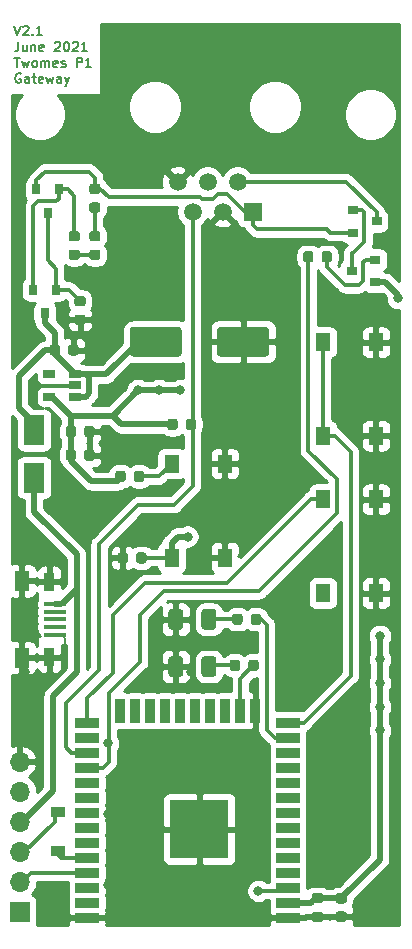
<source format=gtl>
G04 #@! TF.GenerationSoftware,KiCad,Pcbnew,(5.1.7)-1*
G04 #@! TF.CreationDate,2021-06-29T10:42:22+02:00*
G04 #@! TF.ProjectId,TwomesGateway,54776f6d-6573-4476-9174-657761792e6b,rev?*
G04 #@! TF.SameCoordinates,Original*
G04 #@! TF.FileFunction,Copper,L1,Top*
G04 #@! TF.FilePolarity,Positive*
%FSLAX46Y46*%
G04 Gerber Fmt 4.6, Leading zero omitted, Abs format (unit mm)*
G04 Created by KiCad (PCBNEW (5.1.7)-1) date 2021-06-29 10:42:22*
%MOMM*%
%LPD*%
G01*
G04 APERTURE LIST*
G04 #@! TA.AperFunction,NonConductor*
%ADD10C,0.150000*%
G04 #@! TD*
G04 #@! TA.AperFunction,SMDPad,CuDef*
%ADD11R,1.800000X2.500000*%
G04 #@! TD*
G04 #@! TA.AperFunction,SMDPad,CuDef*
%ADD12R,0.900000X1.625000*%
G04 #@! TD*
G04 #@! TA.AperFunction,SMDPad,CuDef*
%ADD13R,1.850000X0.400000*%
G04 #@! TD*
G04 #@! TA.AperFunction,SMDPad,CuDef*
%ADD14R,1.300000X1.715000*%
G04 #@! TD*
G04 #@! TA.AperFunction,SMDPad,CuDef*
%ADD15R,0.900000X0.800000*%
G04 #@! TD*
G04 #@! TA.AperFunction,SMDPad,CuDef*
%ADD16R,0.800000X0.900000*%
G04 #@! TD*
G04 #@! TA.AperFunction,ComponentPad*
%ADD17R,1.520000X1.520000*%
G04 #@! TD*
G04 #@! TA.AperFunction,ComponentPad*
%ADD18C,1.520000*%
G04 #@! TD*
G04 #@! TA.AperFunction,SMDPad,CuDef*
%ADD19R,1.200000X0.900000*%
G04 #@! TD*
G04 #@! TA.AperFunction,SMDPad,CuDef*
%ADD20R,2.000000X0.900000*%
G04 #@! TD*
G04 #@! TA.AperFunction,SMDPad,CuDef*
%ADD21R,0.900000X2.000000*%
G04 #@! TD*
G04 #@! TA.AperFunction,SMDPad,CuDef*
%ADD22R,5.000000X5.000000*%
G04 #@! TD*
G04 #@! TA.AperFunction,SMDPad,CuDef*
%ADD23R,1.060000X0.650000*%
G04 #@! TD*
G04 #@! TA.AperFunction,SMDPad,CuDef*
%ADD24R,1.300000X1.550000*%
G04 #@! TD*
G04 #@! TA.AperFunction,ComponentPad*
%ADD25O,1.700000X1.700000*%
G04 #@! TD*
G04 #@! TA.AperFunction,ComponentPad*
%ADD26R,1.700000X1.700000*%
G04 #@! TD*
G04 #@! TA.AperFunction,ViaPad*
%ADD27C,0.800000*%
G04 #@! TD*
G04 #@! TA.AperFunction,Conductor*
%ADD28C,0.200000*%
G04 #@! TD*
G04 #@! TA.AperFunction,Conductor*
%ADD29C,0.300000*%
G04 #@! TD*
G04 #@! TA.AperFunction,Conductor*
%ADD30C,0.500000*%
G04 #@! TD*
G04 #@! TA.AperFunction,Conductor*
%ADD31C,0.350000*%
G04 #@! TD*
G04 #@! TA.AperFunction,Conductor*
%ADD32C,0.254000*%
G04 #@! TD*
G04 #@! TA.AperFunction,Conductor*
%ADD33C,0.100000*%
G04 #@! TD*
G04 APERTURE END LIST*
D10*
X67323690Y-66736904D02*
X67590357Y-67536904D01*
X67857023Y-66736904D01*
X68085595Y-66813095D02*
X68123690Y-66775000D01*
X68199880Y-66736904D01*
X68390357Y-66736904D01*
X68466547Y-66775000D01*
X68504642Y-66813095D01*
X68542738Y-66889285D01*
X68542738Y-66965476D01*
X68504642Y-67079761D01*
X68047500Y-67536904D01*
X68542738Y-67536904D01*
X68885595Y-67460714D02*
X68923690Y-67498809D01*
X68885595Y-67536904D01*
X68847500Y-67498809D01*
X68885595Y-67460714D01*
X68885595Y-67536904D01*
X69685595Y-67536904D02*
X69228452Y-67536904D01*
X69457023Y-67536904D02*
X69457023Y-66736904D01*
X69380833Y-66851190D01*
X69304642Y-66927380D01*
X69228452Y-66965476D01*
X67666547Y-68086904D02*
X67666547Y-68658333D01*
X67628452Y-68772619D01*
X67552261Y-68848809D01*
X67437976Y-68886904D01*
X67361785Y-68886904D01*
X68390357Y-68353571D02*
X68390357Y-68886904D01*
X68047500Y-68353571D02*
X68047500Y-68772619D01*
X68085595Y-68848809D01*
X68161785Y-68886904D01*
X68276071Y-68886904D01*
X68352261Y-68848809D01*
X68390357Y-68810714D01*
X68771309Y-68353571D02*
X68771309Y-68886904D01*
X68771309Y-68429761D02*
X68809404Y-68391666D01*
X68885595Y-68353571D01*
X68999880Y-68353571D01*
X69076071Y-68391666D01*
X69114166Y-68467857D01*
X69114166Y-68886904D01*
X69799880Y-68848809D02*
X69723690Y-68886904D01*
X69571309Y-68886904D01*
X69495119Y-68848809D01*
X69457023Y-68772619D01*
X69457023Y-68467857D01*
X69495119Y-68391666D01*
X69571309Y-68353571D01*
X69723690Y-68353571D01*
X69799880Y-68391666D01*
X69837976Y-68467857D01*
X69837976Y-68544047D01*
X69457023Y-68620238D01*
X70752261Y-68163095D02*
X70790357Y-68125000D01*
X70866547Y-68086904D01*
X71057023Y-68086904D01*
X71133214Y-68125000D01*
X71171309Y-68163095D01*
X71209404Y-68239285D01*
X71209404Y-68315476D01*
X71171309Y-68429761D01*
X70714166Y-68886904D01*
X71209404Y-68886904D01*
X71704642Y-68086904D02*
X71780833Y-68086904D01*
X71857023Y-68125000D01*
X71895119Y-68163095D01*
X71933214Y-68239285D01*
X71971309Y-68391666D01*
X71971309Y-68582142D01*
X71933214Y-68734523D01*
X71895119Y-68810714D01*
X71857023Y-68848809D01*
X71780833Y-68886904D01*
X71704642Y-68886904D01*
X71628452Y-68848809D01*
X71590357Y-68810714D01*
X71552261Y-68734523D01*
X71514166Y-68582142D01*
X71514166Y-68391666D01*
X71552261Y-68239285D01*
X71590357Y-68163095D01*
X71628452Y-68125000D01*
X71704642Y-68086904D01*
X72276071Y-68163095D02*
X72314166Y-68125000D01*
X72390357Y-68086904D01*
X72580833Y-68086904D01*
X72657023Y-68125000D01*
X72695119Y-68163095D01*
X72733214Y-68239285D01*
X72733214Y-68315476D01*
X72695119Y-68429761D01*
X72237976Y-68886904D01*
X72733214Y-68886904D01*
X73495119Y-68886904D02*
X73037976Y-68886904D01*
X73266547Y-68886904D02*
X73266547Y-68086904D01*
X73190357Y-68201190D01*
X73114166Y-68277380D01*
X73037976Y-68315476D01*
X67323690Y-69436904D02*
X67780833Y-69436904D01*
X67552261Y-70236904D02*
X67552261Y-69436904D01*
X67971309Y-69703571D02*
X68123690Y-70236904D01*
X68276071Y-69855952D01*
X68428452Y-70236904D01*
X68580833Y-69703571D01*
X68999880Y-70236904D02*
X68923690Y-70198809D01*
X68885595Y-70160714D01*
X68847500Y-70084523D01*
X68847500Y-69855952D01*
X68885595Y-69779761D01*
X68923690Y-69741666D01*
X68999880Y-69703571D01*
X69114166Y-69703571D01*
X69190357Y-69741666D01*
X69228452Y-69779761D01*
X69266547Y-69855952D01*
X69266547Y-70084523D01*
X69228452Y-70160714D01*
X69190357Y-70198809D01*
X69114166Y-70236904D01*
X68999880Y-70236904D01*
X69609404Y-70236904D02*
X69609404Y-69703571D01*
X69609404Y-69779761D02*
X69647500Y-69741666D01*
X69723690Y-69703571D01*
X69837976Y-69703571D01*
X69914166Y-69741666D01*
X69952261Y-69817857D01*
X69952261Y-70236904D01*
X69952261Y-69817857D02*
X69990357Y-69741666D01*
X70066547Y-69703571D01*
X70180833Y-69703571D01*
X70257023Y-69741666D01*
X70295119Y-69817857D01*
X70295119Y-70236904D01*
X70980833Y-70198809D02*
X70904642Y-70236904D01*
X70752261Y-70236904D01*
X70676071Y-70198809D01*
X70637976Y-70122619D01*
X70637976Y-69817857D01*
X70676071Y-69741666D01*
X70752261Y-69703571D01*
X70904642Y-69703571D01*
X70980833Y-69741666D01*
X71018928Y-69817857D01*
X71018928Y-69894047D01*
X70637976Y-69970238D01*
X71323690Y-70198809D02*
X71399880Y-70236904D01*
X71552261Y-70236904D01*
X71628452Y-70198809D01*
X71666547Y-70122619D01*
X71666547Y-70084523D01*
X71628452Y-70008333D01*
X71552261Y-69970238D01*
X71437976Y-69970238D01*
X71361785Y-69932142D01*
X71323690Y-69855952D01*
X71323690Y-69817857D01*
X71361785Y-69741666D01*
X71437976Y-69703571D01*
X71552261Y-69703571D01*
X71628452Y-69741666D01*
X72618928Y-70236904D02*
X72618928Y-69436904D01*
X72923690Y-69436904D01*
X72999880Y-69475000D01*
X73037976Y-69513095D01*
X73076071Y-69589285D01*
X73076071Y-69703571D01*
X73037976Y-69779761D01*
X72999880Y-69817857D01*
X72923690Y-69855952D01*
X72618928Y-69855952D01*
X73837976Y-70236904D02*
X73380833Y-70236904D01*
X73609404Y-70236904D02*
X73609404Y-69436904D01*
X73533214Y-69551190D01*
X73457023Y-69627380D01*
X73380833Y-69665476D01*
X67857023Y-70825000D02*
X67780833Y-70786904D01*
X67666547Y-70786904D01*
X67552261Y-70825000D01*
X67476071Y-70901190D01*
X67437976Y-70977380D01*
X67399880Y-71129761D01*
X67399880Y-71244047D01*
X67437976Y-71396428D01*
X67476071Y-71472619D01*
X67552261Y-71548809D01*
X67666547Y-71586904D01*
X67742738Y-71586904D01*
X67857023Y-71548809D01*
X67895119Y-71510714D01*
X67895119Y-71244047D01*
X67742738Y-71244047D01*
X68580833Y-71586904D02*
X68580833Y-71167857D01*
X68542738Y-71091666D01*
X68466547Y-71053571D01*
X68314166Y-71053571D01*
X68237976Y-71091666D01*
X68580833Y-71548809D02*
X68504642Y-71586904D01*
X68314166Y-71586904D01*
X68237976Y-71548809D01*
X68199880Y-71472619D01*
X68199880Y-71396428D01*
X68237976Y-71320238D01*
X68314166Y-71282142D01*
X68504642Y-71282142D01*
X68580833Y-71244047D01*
X68847500Y-71053571D02*
X69152261Y-71053571D01*
X68961785Y-70786904D02*
X68961785Y-71472619D01*
X68999880Y-71548809D01*
X69076071Y-71586904D01*
X69152261Y-71586904D01*
X69723690Y-71548809D02*
X69647500Y-71586904D01*
X69495119Y-71586904D01*
X69418928Y-71548809D01*
X69380833Y-71472619D01*
X69380833Y-71167857D01*
X69418928Y-71091666D01*
X69495119Y-71053571D01*
X69647500Y-71053571D01*
X69723690Y-71091666D01*
X69761785Y-71167857D01*
X69761785Y-71244047D01*
X69380833Y-71320238D01*
X70028452Y-71053571D02*
X70180833Y-71586904D01*
X70333214Y-71205952D01*
X70485595Y-71586904D01*
X70637976Y-71053571D01*
X71285595Y-71586904D02*
X71285595Y-71167857D01*
X71247500Y-71091666D01*
X71171309Y-71053571D01*
X71018928Y-71053571D01*
X70942738Y-71091666D01*
X71285595Y-71548809D02*
X71209404Y-71586904D01*
X71018928Y-71586904D01*
X70942738Y-71548809D01*
X70904642Y-71472619D01*
X70904642Y-71396428D01*
X70942738Y-71320238D01*
X71018928Y-71282142D01*
X71209404Y-71282142D01*
X71285595Y-71244047D01*
X71590357Y-71053571D02*
X71780833Y-71586904D01*
X71971309Y-71053571D02*
X71780833Y-71586904D01*
X71704642Y-71777380D01*
X71666547Y-71815476D01*
X71590357Y-71853571D01*
G04 #@! TA.AperFunction,SMDPad,CuDef*
G36*
G01*
X94750000Y-141725000D02*
X95250000Y-141725000D01*
G75*
G02*
X95475000Y-141950000I0J-225000D01*
G01*
X95475000Y-142400000D01*
G75*
G02*
X95250000Y-142625000I-225000J0D01*
G01*
X94750000Y-142625000D01*
G75*
G02*
X94525000Y-142400000I0J225000D01*
G01*
X94525000Y-141950000D01*
G75*
G02*
X94750000Y-141725000I225000J0D01*
G01*
G37*
G04 #@! TD.AperFunction*
G04 #@! TA.AperFunction,SMDPad,CuDef*
G36*
G01*
X94750000Y-140175000D02*
X95250000Y-140175000D01*
G75*
G02*
X95475000Y-140400000I0J-225000D01*
G01*
X95475000Y-140850000D01*
G75*
G02*
X95250000Y-141075000I-225000J0D01*
G01*
X94750000Y-141075000D01*
G75*
G02*
X94525000Y-140850000I0J225000D01*
G01*
X94525000Y-140400000D01*
G75*
G02*
X94750000Y-140175000I225000J0D01*
G01*
G37*
G04 #@! TD.AperFunction*
G04 #@! TA.AperFunction,SMDPad,CuDef*
G36*
G01*
X92743750Y-140175000D02*
X93256250Y-140175000D01*
G75*
G02*
X93475000Y-140393750I0J-218750D01*
G01*
X93475000Y-140831250D01*
G75*
G02*
X93256250Y-141050000I-218750J0D01*
G01*
X92743750Y-141050000D01*
G75*
G02*
X92525000Y-140831250I0J218750D01*
G01*
X92525000Y-140393750D01*
G75*
G02*
X92743750Y-140175000I218750J0D01*
G01*
G37*
G04 #@! TD.AperFunction*
G04 #@! TA.AperFunction,SMDPad,CuDef*
G36*
G01*
X92743750Y-141750000D02*
X93256250Y-141750000D01*
G75*
G02*
X93475000Y-141968750I0J-218750D01*
G01*
X93475000Y-142406250D01*
G75*
G02*
X93256250Y-142625000I-218750J0D01*
G01*
X92743750Y-142625000D01*
G75*
G02*
X92525000Y-142406250I0J218750D01*
G01*
X92525000Y-141968750D01*
G75*
G02*
X92743750Y-141750000I218750J0D01*
G01*
G37*
G04 #@! TD.AperFunction*
G04 #@! TA.AperFunction,SMDPad,CuDef*
G36*
G01*
X84500000Y-94500000D02*
X84500000Y-92500000D01*
G75*
G02*
X84750000Y-92250000I250000J0D01*
G01*
X88650000Y-92250000D01*
G75*
G02*
X88900000Y-92500000I0J-250000D01*
G01*
X88900000Y-94500000D01*
G75*
G02*
X88650000Y-94750000I-250000J0D01*
G01*
X84750000Y-94750000D01*
G75*
G02*
X84500000Y-94500000I0J250000D01*
G01*
G37*
G04 #@! TD.AperFunction*
G04 #@! TA.AperFunction,SMDPad,CuDef*
G36*
G01*
X77100000Y-94500000D02*
X77100000Y-92500000D01*
G75*
G02*
X77350000Y-92250000I250000J0D01*
G01*
X81250000Y-92250000D01*
G75*
G02*
X81500000Y-92500000I0J-250000D01*
G01*
X81500000Y-94500000D01*
G75*
G02*
X81250000Y-94750000I-250000J0D01*
G01*
X77350000Y-94750000D01*
G75*
G02*
X77100000Y-94500000I0J250000D01*
G01*
G37*
G04 #@! TD.AperFunction*
D11*
X69000000Y-105000000D03*
X69000000Y-101000000D03*
D12*
X70300000Y-120200000D03*
D13*
X70770000Y-118310000D03*
X70770000Y-117660000D03*
X70770000Y-117010000D03*
D12*
X70300000Y-113800000D03*
D13*
X70770000Y-116360000D03*
X70770000Y-115710000D03*
D14*
X67950000Y-120250000D03*
X67950000Y-113750000D03*
G04 #@! TA.AperFunction,SMDPad,CuDef*
G36*
G01*
X73893750Y-81700000D02*
X74406250Y-81700000D01*
G75*
G02*
X74625000Y-81918750I0J-218750D01*
G01*
X74625000Y-82356250D01*
G75*
G02*
X74406250Y-82575000I-218750J0D01*
G01*
X73893750Y-82575000D01*
G75*
G02*
X73675000Y-82356250I0J218750D01*
G01*
X73675000Y-81918750D01*
G75*
G02*
X73893750Y-81700000I218750J0D01*
G01*
G37*
G04 #@! TD.AperFunction*
G04 #@! TA.AperFunction,SMDPad,CuDef*
G36*
G01*
X73893750Y-80125000D02*
X74406250Y-80125000D01*
G75*
G02*
X74625000Y-80343750I0J-218750D01*
G01*
X74625000Y-80781250D01*
G75*
G02*
X74406250Y-81000000I-218750J0D01*
G01*
X73893750Y-81000000D01*
G75*
G02*
X73675000Y-80781250I0J218750D01*
G01*
X73675000Y-80343750D01*
G75*
G02*
X73893750Y-80125000I218750J0D01*
G01*
G37*
G04 #@! TD.AperFunction*
G04 #@! TA.AperFunction,SMDPad,CuDef*
G36*
G01*
X74406250Y-85000000D02*
X73893750Y-85000000D01*
G75*
G02*
X73675000Y-84781250I0J218750D01*
G01*
X73675000Y-84343750D01*
G75*
G02*
X73893750Y-84125000I218750J0D01*
G01*
X74406250Y-84125000D01*
G75*
G02*
X74625000Y-84343750I0J-218750D01*
G01*
X74625000Y-84781250D01*
G75*
G02*
X74406250Y-85000000I-218750J0D01*
G01*
G37*
G04 #@! TD.AperFunction*
G04 #@! TA.AperFunction,SMDPad,CuDef*
G36*
G01*
X74406250Y-86575000D02*
X73893750Y-86575000D01*
G75*
G02*
X73675000Y-86356250I0J218750D01*
G01*
X73675000Y-85918750D01*
G75*
G02*
X73893750Y-85700000I218750J0D01*
G01*
X74406250Y-85700000D01*
G75*
G02*
X74625000Y-85918750I0J-218750D01*
G01*
X74625000Y-86356250D01*
G75*
G02*
X74406250Y-86575000I-218750J0D01*
G01*
G37*
G04 #@! TD.AperFunction*
D15*
X95900000Y-87500000D03*
X97900000Y-86550000D03*
X97900000Y-88450000D03*
X98000000Y-83300000D03*
X96000000Y-84250000D03*
X96000000Y-82350000D03*
G04 #@! TA.AperFunction,SMDPad,CuDef*
G36*
G01*
X76950000Y-111543750D02*
X76950000Y-112056250D01*
G75*
G02*
X76731250Y-112275000I-218750J0D01*
G01*
X76293750Y-112275000D01*
G75*
G02*
X76075000Y-112056250I0J218750D01*
G01*
X76075000Y-111543750D01*
G75*
G02*
X76293750Y-111325000I218750J0D01*
G01*
X76731250Y-111325000D01*
G75*
G02*
X76950000Y-111543750I0J-218750D01*
G01*
G37*
G04 #@! TD.AperFunction*
G04 #@! TA.AperFunction,SMDPad,CuDef*
G36*
G01*
X78525000Y-111543750D02*
X78525000Y-112056250D01*
G75*
G02*
X78306250Y-112275000I-218750J0D01*
G01*
X77868750Y-112275000D01*
G75*
G02*
X77650000Y-112056250I0J218750D01*
G01*
X77650000Y-111543750D01*
G75*
G02*
X77868750Y-111325000I218750J0D01*
G01*
X78306250Y-111325000D01*
G75*
G02*
X78525000Y-111543750I0J-218750D01*
G01*
G37*
G04 #@! TD.AperFunction*
D16*
X69900000Y-91100000D03*
X68950000Y-89100000D03*
X70850000Y-89100000D03*
X70150000Y-82600000D03*
X69200000Y-80600000D03*
X71100000Y-80600000D03*
D17*
X87500000Y-82500000D03*
D18*
X86230000Y-79960000D03*
X84960000Y-82500000D03*
X83690000Y-79960000D03*
X82420000Y-82500000D03*
X81150000Y-79960000D03*
D19*
X71000000Y-136650000D03*
X71000000Y-133350000D03*
D20*
X73500000Y-142255000D03*
X73500000Y-140985000D03*
X73500000Y-139715000D03*
X73500000Y-138445000D03*
X73500000Y-137175000D03*
X73500000Y-135905000D03*
X73500000Y-134635000D03*
X73500000Y-133365000D03*
X73500000Y-132095000D03*
X73500000Y-130825000D03*
X73500000Y-129555000D03*
X73500000Y-128285000D03*
X73500000Y-127015000D03*
X73500000Y-125745000D03*
D21*
X76285000Y-124745000D03*
X77555000Y-124745000D03*
X78825000Y-124745000D03*
X80095000Y-124745000D03*
X81365000Y-124745000D03*
X82635000Y-124745000D03*
X83905000Y-124745000D03*
X85175000Y-124745000D03*
X86445000Y-124745000D03*
X87715000Y-124745000D03*
D20*
X90500000Y-125745000D03*
X90500000Y-127015000D03*
X90500000Y-128285000D03*
X90500000Y-129555000D03*
X90500000Y-130825000D03*
X90500000Y-132095000D03*
X90500000Y-133365000D03*
X90500000Y-134635000D03*
X90500000Y-135905000D03*
X90500000Y-137175000D03*
X90500000Y-138445000D03*
X90500000Y-139715000D03*
X90500000Y-140985000D03*
X90500000Y-142255000D03*
D22*
X83000000Y-134755000D03*
D23*
X70300000Y-98150000D03*
X70300000Y-96250000D03*
X72500000Y-96250000D03*
X72500000Y-97200000D03*
X72500000Y-98150000D03*
D24*
X93450000Y-101475000D03*
X97950000Y-101475000D03*
X97950000Y-93525000D03*
X93450000Y-93525000D03*
X93450000Y-114775000D03*
X97950000Y-114775000D03*
X97950000Y-106825000D03*
X93450000Y-106825000D03*
X80650000Y-111775000D03*
X85150000Y-111775000D03*
X85150000Y-103825000D03*
X80650000Y-103825000D03*
G04 #@! TA.AperFunction,SMDPad,CuDef*
G36*
G01*
X87350000Y-117256250D02*
X87350000Y-116743750D01*
G75*
G02*
X87568750Y-116525000I218750J0D01*
G01*
X88006250Y-116525000D01*
G75*
G02*
X88225000Y-116743750I0J-218750D01*
G01*
X88225000Y-117256250D01*
G75*
G02*
X88006250Y-117475000I-218750J0D01*
G01*
X87568750Y-117475000D01*
G75*
G02*
X87350000Y-117256250I0J218750D01*
G01*
G37*
G04 #@! TD.AperFunction*
G04 #@! TA.AperFunction,SMDPad,CuDef*
G36*
G01*
X85775000Y-117256250D02*
X85775000Y-116743750D01*
G75*
G02*
X85993750Y-116525000I218750J0D01*
G01*
X86431250Y-116525000D01*
G75*
G02*
X86650000Y-116743750I0J-218750D01*
G01*
X86650000Y-117256250D01*
G75*
G02*
X86431250Y-117475000I-218750J0D01*
G01*
X85993750Y-117475000D01*
G75*
G02*
X85775000Y-117256250I0J218750D01*
G01*
G37*
G04 #@! TD.AperFunction*
G04 #@! TA.AperFunction,SMDPad,CuDef*
G36*
G01*
X87137500Y-121156250D02*
X87137500Y-120643750D01*
G75*
G02*
X87356250Y-120425000I218750J0D01*
G01*
X87793750Y-120425000D01*
G75*
G02*
X88012500Y-120643750I0J-218750D01*
G01*
X88012500Y-121156250D01*
G75*
G02*
X87793750Y-121375000I-218750J0D01*
G01*
X87356250Y-121375000D01*
G75*
G02*
X87137500Y-121156250I0J218750D01*
G01*
G37*
G04 #@! TD.AperFunction*
G04 #@! TA.AperFunction,SMDPad,CuDef*
G36*
G01*
X85562500Y-121156250D02*
X85562500Y-120643750D01*
G75*
G02*
X85781250Y-120425000I218750J0D01*
G01*
X86218750Y-120425000D01*
G75*
G02*
X86437500Y-120643750I0J-218750D01*
G01*
X86437500Y-121156250D01*
G75*
G02*
X86218750Y-121375000I-218750J0D01*
G01*
X85781250Y-121375000D01*
G75*
G02*
X85562500Y-121156250I0J218750D01*
G01*
G37*
G04 #@! TD.AperFunction*
G04 #@! TA.AperFunction,SMDPad,CuDef*
G36*
G01*
X76750000Y-104643750D02*
X76750000Y-105156250D01*
G75*
G02*
X76531250Y-105375000I-218750J0D01*
G01*
X76093750Y-105375000D01*
G75*
G02*
X75875000Y-105156250I0J218750D01*
G01*
X75875000Y-104643750D01*
G75*
G02*
X76093750Y-104425000I218750J0D01*
G01*
X76531250Y-104425000D01*
G75*
G02*
X76750000Y-104643750I0J-218750D01*
G01*
G37*
G04 #@! TD.AperFunction*
G04 #@! TA.AperFunction,SMDPad,CuDef*
G36*
G01*
X78325000Y-104643750D02*
X78325000Y-105156250D01*
G75*
G02*
X78106250Y-105375000I-218750J0D01*
G01*
X77668750Y-105375000D01*
G75*
G02*
X77450000Y-105156250I0J218750D01*
G01*
X77450000Y-104643750D01*
G75*
G02*
X77668750Y-104425000I218750J0D01*
G01*
X78106250Y-104425000D01*
G75*
G02*
X78325000Y-104643750I0J-218750D01*
G01*
G37*
G04 #@! TD.AperFunction*
G04 #@! TA.AperFunction,SMDPad,CuDef*
G36*
G01*
X81850000Y-100756250D02*
X81850000Y-100243750D01*
G75*
G02*
X82068750Y-100025000I218750J0D01*
G01*
X82506250Y-100025000D01*
G75*
G02*
X82725000Y-100243750I0J-218750D01*
G01*
X82725000Y-100756250D01*
G75*
G02*
X82506250Y-100975000I-218750J0D01*
G01*
X82068750Y-100975000D01*
G75*
G02*
X81850000Y-100756250I0J218750D01*
G01*
G37*
G04 #@! TD.AperFunction*
G04 #@! TA.AperFunction,SMDPad,CuDef*
G36*
G01*
X80275000Y-100756250D02*
X80275000Y-100243750D01*
G75*
G02*
X80493750Y-100025000I218750J0D01*
G01*
X80931250Y-100025000D01*
G75*
G02*
X81150000Y-100243750I0J-218750D01*
G01*
X81150000Y-100756250D01*
G75*
G02*
X80931250Y-100975000I-218750J0D01*
G01*
X80493750Y-100975000D01*
G75*
G02*
X80275000Y-100756250I0J218750D01*
G01*
G37*
G04 #@! TD.AperFunction*
G04 #@! TA.AperFunction,SMDPad,CuDef*
G36*
G01*
X93350000Y-86556250D02*
X93350000Y-86043750D01*
G75*
G02*
X93568750Y-85825000I218750J0D01*
G01*
X94006250Y-85825000D01*
G75*
G02*
X94225000Y-86043750I0J-218750D01*
G01*
X94225000Y-86556250D01*
G75*
G02*
X94006250Y-86775000I-218750J0D01*
G01*
X93568750Y-86775000D01*
G75*
G02*
X93350000Y-86556250I0J218750D01*
G01*
G37*
G04 #@! TD.AperFunction*
G04 #@! TA.AperFunction,SMDPad,CuDef*
G36*
G01*
X91775000Y-86556250D02*
X91775000Y-86043750D01*
G75*
G02*
X91993750Y-85825000I218750J0D01*
G01*
X92431250Y-85825000D01*
G75*
G02*
X92650000Y-86043750I0J-218750D01*
G01*
X92650000Y-86556250D01*
G75*
G02*
X92431250Y-86775000I-218750J0D01*
G01*
X91993750Y-86775000D01*
G75*
G02*
X91775000Y-86556250I0J218750D01*
G01*
G37*
G04 #@! TD.AperFunction*
G04 #@! TA.AperFunction,SMDPad,CuDef*
G36*
G01*
X72656250Y-85000000D02*
X72143750Y-85000000D01*
G75*
G02*
X71925000Y-84781250I0J218750D01*
G01*
X71925000Y-84343750D01*
G75*
G02*
X72143750Y-84125000I218750J0D01*
G01*
X72656250Y-84125000D01*
G75*
G02*
X72875000Y-84343750I0J-218750D01*
G01*
X72875000Y-84781250D01*
G75*
G02*
X72656250Y-85000000I-218750J0D01*
G01*
G37*
G04 #@! TD.AperFunction*
G04 #@! TA.AperFunction,SMDPad,CuDef*
G36*
G01*
X72656250Y-86575000D02*
X72143750Y-86575000D01*
G75*
G02*
X71925000Y-86356250I0J218750D01*
G01*
X71925000Y-85918750D01*
G75*
G02*
X72143750Y-85700000I218750J0D01*
G01*
X72656250Y-85700000D01*
G75*
G02*
X72875000Y-85918750I0J-218750D01*
G01*
X72875000Y-86356250D01*
G75*
G02*
X72656250Y-86575000I-218750J0D01*
G01*
G37*
G04 #@! TD.AperFunction*
G04 #@! TA.AperFunction,SMDPad,CuDef*
G36*
G01*
X73156250Y-90500000D02*
X72643750Y-90500000D01*
G75*
G02*
X72425000Y-90281250I0J218750D01*
G01*
X72425000Y-89843750D01*
G75*
G02*
X72643750Y-89625000I218750J0D01*
G01*
X73156250Y-89625000D01*
G75*
G02*
X73375000Y-89843750I0J-218750D01*
G01*
X73375000Y-90281250D01*
G75*
G02*
X73156250Y-90500000I-218750J0D01*
G01*
G37*
G04 #@! TD.AperFunction*
G04 #@! TA.AperFunction,SMDPad,CuDef*
G36*
G01*
X73156250Y-92075000D02*
X72643750Y-92075000D01*
G75*
G02*
X72425000Y-91856250I0J218750D01*
G01*
X72425000Y-91418750D01*
G75*
G02*
X72643750Y-91200000I218750J0D01*
G01*
X73156250Y-91200000D01*
G75*
G02*
X73375000Y-91418750I0J-218750D01*
G01*
X73375000Y-91856250D01*
G75*
G02*
X73156250Y-92075000I-218750J0D01*
G01*
G37*
G04 #@! TD.AperFunction*
D25*
X67800000Y-129050000D03*
X67800000Y-131590000D03*
X67800000Y-134130000D03*
X67800000Y-136670000D03*
X67800000Y-139210000D03*
D26*
X67800000Y-141750000D03*
G04 #@! TA.AperFunction,SMDPad,CuDef*
G36*
G01*
X83175000Y-117625000D02*
X83175000Y-116375000D01*
G75*
G02*
X83425000Y-116125000I250000J0D01*
G01*
X84175000Y-116125000D01*
G75*
G02*
X84425000Y-116375000I0J-250000D01*
G01*
X84425000Y-117625000D01*
G75*
G02*
X84175000Y-117875000I-250000J0D01*
G01*
X83425000Y-117875000D01*
G75*
G02*
X83175000Y-117625000I0J250000D01*
G01*
G37*
G04 #@! TD.AperFunction*
G04 #@! TA.AperFunction,SMDPad,CuDef*
G36*
G01*
X80375000Y-117625000D02*
X80375000Y-116375000D01*
G75*
G02*
X80625000Y-116125000I250000J0D01*
G01*
X81375000Y-116125000D01*
G75*
G02*
X81625000Y-116375000I0J-250000D01*
G01*
X81625000Y-117625000D01*
G75*
G02*
X81375000Y-117875000I-250000J0D01*
G01*
X80625000Y-117875000D01*
G75*
G02*
X80375000Y-117625000I0J250000D01*
G01*
G37*
G04 #@! TD.AperFunction*
G04 #@! TA.AperFunction,SMDPad,CuDef*
G36*
G01*
X83175000Y-121625000D02*
X83175000Y-120375000D01*
G75*
G02*
X83425000Y-120125000I250000J0D01*
G01*
X84175000Y-120125000D01*
G75*
G02*
X84425000Y-120375000I0J-250000D01*
G01*
X84425000Y-121625000D01*
G75*
G02*
X84175000Y-121875000I-250000J0D01*
G01*
X83425000Y-121875000D01*
G75*
G02*
X83175000Y-121625000I0J250000D01*
G01*
G37*
G04 #@! TD.AperFunction*
G04 #@! TA.AperFunction,SMDPad,CuDef*
G36*
G01*
X80375000Y-121625000D02*
X80375000Y-120375000D01*
G75*
G02*
X80625000Y-120125000I250000J0D01*
G01*
X81375000Y-120125000D01*
G75*
G02*
X81625000Y-120375000I0J-250000D01*
G01*
X81625000Y-121625000D01*
G75*
G02*
X81375000Y-121875000I-250000J0D01*
G01*
X80625000Y-121875000D01*
G75*
G02*
X80375000Y-121625000I0J250000D01*
G01*
G37*
G04 #@! TD.AperFunction*
G04 #@! TA.AperFunction,SMDPad,CuDef*
G36*
G01*
X73250000Y-103356250D02*
X73250000Y-102843750D01*
G75*
G02*
X73468750Y-102625000I218750J0D01*
G01*
X73906250Y-102625000D01*
G75*
G02*
X74125000Y-102843750I0J-218750D01*
G01*
X74125000Y-103356250D01*
G75*
G02*
X73906250Y-103575000I-218750J0D01*
G01*
X73468750Y-103575000D01*
G75*
G02*
X73250000Y-103356250I0J218750D01*
G01*
G37*
G04 #@! TD.AperFunction*
G04 #@! TA.AperFunction,SMDPad,CuDef*
G36*
G01*
X71675000Y-103356250D02*
X71675000Y-102843750D01*
G75*
G02*
X71893750Y-102625000I218750J0D01*
G01*
X72331250Y-102625000D01*
G75*
G02*
X72550000Y-102843750I0J-218750D01*
G01*
X72550000Y-103356250D01*
G75*
G02*
X72331250Y-103575000I-218750J0D01*
G01*
X71893750Y-103575000D01*
G75*
G02*
X71675000Y-103356250I0J218750D01*
G01*
G37*
G04 #@! TD.AperFunction*
G04 #@! TA.AperFunction,SMDPad,CuDef*
G36*
G01*
X73250000Y-101356250D02*
X73250000Y-100843750D01*
G75*
G02*
X73468750Y-100625000I218750J0D01*
G01*
X73906250Y-100625000D01*
G75*
G02*
X74125000Y-100843750I0J-218750D01*
G01*
X74125000Y-101356250D01*
G75*
G02*
X73906250Y-101575000I-218750J0D01*
G01*
X73468750Y-101575000D01*
G75*
G02*
X73250000Y-101356250I0J218750D01*
G01*
G37*
G04 #@! TD.AperFunction*
G04 #@! TA.AperFunction,SMDPad,CuDef*
G36*
G01*
X71675000Y-101356250D02*
X71675000Y-100843750D01*
G75*
G02*
X71893750Y-100625000I218750J0D01*
G01*
X72331250Y-100625000D01*
G75*
G02*
X72550000Y-100843750I0J-218750D01*
G01*
X72550000Y-101356250D01*
G75*
G02*
X72331250Y-101575000I-218750J0D01*
G01*
X71893750Y-101575000D01*
G75*
G02*
X71675000Y-101356250I0J218750D01*
G01*
G37*
G04 #@! TD.AperFunction*
G04 #@! TA.AperFunction,SMDPad,CuDef*
G36*
G01*
X71900000Y-94456250D02*
X71900000Y-93943750D01*
G75*
G02*
X72118750Y-93725000I218750J0D01*
G01*
X72556250Y-93725000D01*
G75*
G02*
X72775000Y-93943750I0J-218750D01*
G01*
X72775000Y-94456250D01*
G75*
G02*
X72556250Y-94675000I-218750J0D01*
G01*
X72118750Y-94675000D01*
G75*
G02*
X71900000Y-94456250I0J218750D01*
G01*
G37*
G04 #@! TD.AperFunction*
G04 #@! TA.AperFunction,SMDPad,CuDef*
G36*
G01*
X70325000Y-94456250D02*
X70325000Y-93943750D01*
G75*
G02*
X70543750Y-93725000I218750J0D01*
G01*
X70981250Y-93725000D01*
G75*
G02*
X71200000Y-93943750I0J-218750D01*
G01*
X71200000Y-94456250D01*
G75*
G02*
X70981250Y-94675000I-218750J0D01*
G01*
X70543750Y-94675000D01*
G75*
G02*
X70325000Y-94456250I0J218750D01*
G01*
G37*
G04 #@! TD.AperFunction*
D27*
X69250000Y-97250000D03*
X96000000Y-96500000D03*
X86000000Y-86450000D03*
X78500000Y-86500000D03*
X77200000Y-79200000D03*
X77500000Y-136500000D03*
X85000000Y-129000000D03*
X92000000Y-120000000D03*
X86500000Y-108000000D03*
X76000000Y-102500000D03*
X77350000Y-67900000D03*
X89250000Y-67500000D03*
X95000000Y-71000000D03*
X78400000Y-70400000D03*
X68250000Y-79500000D03*
X72800000Y-77200000D03*
X89250000Y-85500000D03*
X68250000Y-91500000D03*
X75250000Y-91500000D03*
X96250000Y-91500000D03*
X75250000Y-97500000D03*
X75250000Y-103500000D03*
X89250000Y-103500000D03*
X68250000Y-109500000D03*
X68250000Y-115500000D03*
X89250000Y-115500000D03*
X68250000Y-121500000D03*
X82250000Y-121500000D03*
X68250000Y-127500000D03*
X82250000Y-127500000D03*
X96250000Y-127500000D03*
X75250000Y-133500000D03*
X82250000Y-133500000D03*
X96250000Y-133500000D03*
X75250000Y-139500000D03*
X82250000Y-139500000D03*
X79600000Y-97600000D03*
X99800000Y-89800000D03*
X77800000Y-97600000D03*
X81400000Y-97600000D03*
X98275010Y-118400000D03*
X98275010Y-120400000D03*
X98275010Y-122400000D03*
X98275010Y-124400000D03*
X98275010Y-126400000D03*
X82000000Y-110000000D03*
X88000000Y-140000000D03*
X75250000Y-127500000D03*
D28*
X70770000Y-118310000D02*
X71310000Y-118310000D01*
X71310000Y-118310000D02*
X71600000Y-118600000D01*
X71600000Y-118600000D02*
X71600000Y-119200000D01*
D29*
X72450000Y-97250000D02*
X72500000Y-97200000D01*
X69250000Y-97250000D02*
X72450000Y-97250000D01*
D30*
X70762500Y-92762500D02*
X70762500Y-94200000D01*
X69900000Y-91100000D02*
X69900000Y-91900000D01*
X69900000Y-91900000D02*
X70762500Y-92762500D01*
X70762500Y-94512500D02*
X72500000Y-96250000D01*
X70762500Y-94200000D02*
X70762500Y-94512500D01*
X73380000Y-96250000D02*
X73650000Y-96520000D01*
X72500000Y-96250000D02*
X73380000Y-96250000D01*
X73380000Y-98150000D02*
X72500000Y-98150000D01*
X73650000Y-97880000D02*
X73380000Y-98150000D01*
X73650000Y-96520000D02*
X73650000Y-97880000D01*
X69900000Y-94200000D02*
X70762500Y-94200000D01*
X67700000Y-96400000D02*
X69900000Y-94200000D01*
X67700000Y-99100000D02*
X67700000Y-96400000D01*
X69000000Y-101000000D02*
X69000000Y-100400000D01*
X69000000Y-100400000D02*
X67700000Y-99100000D01*
X75100000Y-96250000D02*
X73380000Y-96250000D01*
X78700000Y-92650000D02*
X75100000Y-96250000D01*
X72112500Y-101100000D02*
X72112500Y-103100000D01*
X72112500Y-99757500D02*
X70505000Y-98150000D01*
X70505000Y-98150000D02*
X70300000Y-98150000D01*
X72112500Y-101100000D02*
X72112500Y-99757500D01*
X73837500Y-105300000D02*
X72112500Y-103575000D01*
X72112500Y-103575000D02*
X72112500Y-103100000D01*
X76112500Y-105300000D02*
X73837500Y-105300000D01*
X80712500Y-100500000D02*
X76400000Y-100500000D01*
X75657500Y-99757500D02*
X72112500Y-99757500D01*
X76400000Y-100500000D02*
X75657500Y-99757500D01*
X98750000Y-88450000D02*
X97900000Y-88450000D01*
X99800000Y-89500000D02*
X98750000Y-88450000D01*
X98275010Y-122724990D02*
X98275010Y-122724990D01*
X99800000Y-89800000D02*
X99800000Y-89500000D01*
X77815000Y-97600000D02*
X75657500Y-99757500D01*
X79600000Y-97600000D02*
X77815000Y-97600000D01*
X79600000Y-97600000D02*
X81400000Y-97600000D01*
X81400000Y-97600000D02*
X81400000Y-97600000D01*
X98275010Y-126324990D02*
X98275010Y-121124990D01*
X98275010Y-121124990D02*
X98275010Y-118275010D01*
D29*
X76312500Y-105100000D02*
X76112500Y-105300000D01*
X76312500Y-104900000D02*
X76312500Y-105100000D01*
D30*
X98275010Y-137337490D02*
X95000000Y-140612500D01*
X98275010Y-126400000D02*
X98275010Y-137337490D01*
X92812500Y-140612500D02*
X92800000Y-140625000D01*
X95000000Y-140612500D02*
X92812500Y-140612500D01*
X92440000Y-140985000D02*
X90500000Y-140985000D01*
X92800000Y-140625000D02*
X92440000Y-140985000D01*
D31*
X77912500Y-104925000D02*
X77887500Y-104900000D01*
X78087500Y-111800000D02*
X80625000Y-111800000D01*
X79575000Y-104900000D02*
X80650000Y-103825000D01*
X77887500Y-104900000D02*
X79575000Y-104900000D01*
D30*
X80650000Y-110500000D02*
X81150000Y-110000000D01*
X80650000Y-111775000D02*
X80650000Y-110500000D01*
X81150000Y-110000000D02*
X82000000Y-110000000D01*
X82000000Y-110000000D02*
X82000000Y-110000000D01*
D29*
X90215000Y-140000000D02*
X90500000Y-139715000D01*
X88000000Y-140000000D02*
X90215000Y-140000000D01*
D31*
X71275000Y-137175000D02*
X73500000Y-137175000D01*
X70750000Y-136650000D02*
X71275000Y-137175000D01*
X68000000Y-136670000D02*
X68000000Y-136800000D01*
X70750000Y-134150000D02*
X70750000Y-133350000D01*
X68100000Y-136800000D02*
X70750000Y-134150000D01*
X68000000Y-136800000D02*
X68100000Y-136800000D01*
D30*
X72600000Y-114400000D02*
X71500000Y-115500000D01*
X71290000Y-115710000D02*
X70770000Y-115710000D01*
X71500000Y-115500000D02*
X71290000Y-115710000D01*
X70600000Y-131530000D02*
X70600000Y-123500000D01*
X72600000Y-121500000D02*
X72600000Y-111500000D01*
X72600000Y-111500000D02*
X69000000Y-107900000D01*
X69000000Y-107900000D02*
X69000000Y-105000000D01*
X68000000Y-134130000D02*
X70600000Y-131530000D01*
X70600000Y-123500000D02*
X72600000Y-121500000D01*
D31*
X83900000Y-120900000D02*
X83800000Y-121000000D01*
X86000000Y-120900000D02*
X83900000Y-120900000D01*
X86212500Y-117000000D02*
X83800000Y-117000000D01*
X68765000Y-138445000D02*
X68000000Y-139210000D01*
X73500000Y-138445000D02*
X68765000Y-138445000D01*
X70150000Y-82600000D02*
X70150000Y-86600000D01*
X70850000Y-87300000D02*
X70850000Y-89100000D01*
X70150000Y-86600000D02*
X70850000Y-87300000D01*
X71937500Y-89100000D02*
X72900000Y-90062500D01*
X70850000Y-89100000D02*
X71937500Y-89100000D01*
X73650000Y-79100000D02*
X74150000Y-79600000D01*
X74150000Y-79600000D02*
X74150000Y-80562500D01*
X69900000Y-79100000D02*
X73650000Y-79100000D01*
X69200000Y-80600000D02*
X69200000Y-79800000D01*
X69200000Y-79800000D02*
X69900000Y-79100000D01*
X74625000Y-80562500D02*
X74150000Y-80562500D01*
X75307501Y-81245001D02*
X74625000Y-80562500D01*
X81766801Y-81245001D02*
X75307501Y-81245001D01*
X83221802Y-81400000D02*
X83036801Y-81214999D01*
X84151802Y-81400000D02*
X83221802Y-81400000D01*
X84551802Y-81000000D02*
X84151802Y-81400000D01*
X85361802Y-81000000D02*
X84551802Y-81000000D01*
X81796803Y-81214999D02*
X81766801Y-81245001D01*
X86861802Y-82500000D02*
X85361802Y-81000000D01*
X83036801Y-81214999D02*
X81796803Y-81214999D01*
X87500000Y-82500000D02*
X86861802Y-82500000D01*
X94062500Y-84250000D02*
X93800000Y-83987500D01*
X96000000Y-84250000D02*
X94062500Y-84250000D01*
X87500000Y-83610000D02*
X87500000Y-82500000D01*
X87877500Y-83987500D02*
X87500000Y-83610000D01*
X93800000Y-83987500D02*
X87877500Y-83987500D01*
X71850000Y-80600000D02*
X71100000Y-80600000D01*
X72400000Y-81150000D02*
X71850000Y-80600000D01*
X72400000Y-84562500D02*
X72400000Y-81150000D01*
X71100000Y-81400000D02*
X70900000Y-81600000D01*
X71100000Y-80600000D02*
X71100000Y-81400000D01*
X68950000Y-88300000D02*
X68950000Y-89100000D01*
X68950000Y-82004998D02*
X68950000Y-88300000D01*
X69354998Y-81600000D02*
X68950000Y-82004998D01*
X70900000Y-81600000D02*
X69354998Y-81600000D01*
X87304802Y-79960000D02*
X86230000Y-79960000D01*
X95410000Y-79960000D02*
X87304802Y-79960000D01*
X98000000Y-82550000D02*
X95410000Y-79960000D01*
X98000000Y-83300000D02*
X98000000Y-82550000D01*
X74850000Y-129555000D02*
X73500000Y-129555000D01*
X77950000Y-116650000D02*
X77950000Y-120600000D01*
X75309999Y-123240001D02*
X75309999Y-129095001D01*
X79999990Y-114600010D02*
X77950000Y-116650000D01*
X77950000Y-120600000D02*
X75309999Y-123240001D01*
X92212500Y-102712500D02*
X94625001Y-105125001D01*
X75309999Y-129095001D02*
X74850000Y-129555000D01*
X94625001Y-105125001D02*
X94625001Y-108020001D01*
X94625001Y-108020001D02*
X88044992Y-114600010D01*
X92212500Y-86300000D02*
X92212500Y-102712500D01*
X88044992Y-114600010D02*
X79999990Y-114600010D01*
X82420000Y-105725002D02*
X82420000Y-82500000D01*
X77800000Y-107300000D02*
X80845002Y-107300000D01*
X72150000Y-128285000D02*
X71700000Y-127835000D01*
X71700000Y-127835000D02*
X71700000Y-124100000D01*
X74500000Y-110600000D02*
X77800000Y-107300000D01*
X73500000Y-128285000D02*
X72150000Y-128285000D01*
X80845002Y-107300000D02*
X82420000Y-105725002D01*
X74500000Y-121300000D02*
X74500000Y-110600000D01*
X71700000Y-124100000D02*
X74500000Y-121300000D01*
X86445000Y-122030000D02*
X87575000Y-120900000D01*
X86445000Y-124745000D02*
X86445000Y-122030000D01*
X88225000Y-117000000D02*
X87787500Y-117000000D01*
X89374998Y-127015000D02*
X88690001Y-126330003D01*
X88690001Y-117465001D02*
X88225000Y-117000000D01*
X88690001Y-126330003D02*
X88690001Y-117465001D01*
X90500000Y-127015000D02*
X89374998Y-127015000D01*
X92450000Y-106825000D02*
X93450000Y-106825000D01*
X85375000Y-113900000D02*
X92450000Y-106825000D01*
X73500000Y-123700000D02*
X75650000Y-121550000D01*
X75650000Y-121550000D02*
X75650000Y-116650000D01*
X73500000Y-125745000D02*
X73500000Y-123700000D01*
X75650000Y-116650000D02*
X78400000Y-113900000D01*
X78400000Y-113900000D02*
X85375000Y-113900000D01*
X90500000Y-125745000D02*
X91850000Y-125745000D01*
X95800000Y-102825000D02*
X94450000Y-101475000D01*
X94450000Y-101475000D02*
X93450000Y-101475000D01*
X95800000Y-121795000D02*
X95800000Y-102825000D01*
D29*
X91850000Y-125745000D02*
X95800000Y-121795000D01*
X93450000Y-101475000D02*
X93450000Y-93525000D01*
D31*
X95937500Y-82412500D02*
X96000000Y-82350000D01*
X95900000Y-87500000D02*
X95900000Y-86000000D01*
X96800000Y-82350000D02*
X96000000Y-82350000D01*
X96975001Y-82525001D02*
X96800000Y-82350000D01*
X96975001Y-85070001D02*
X96975001Y-82525001D01*
X96045002Y-86000000D02*
X96975001Y-85070001D01*
X95900000Y-86000000D02*
X96045002Y-86000000D01*
X96875001Y-88320001D02*
X96495002Y-88700000D01*
X96875001Y-86774999D02*
X96875001Y-88320001D01*
X97900000Y-86550000D02*
X97100000Y-86550000D01*
X97100000Y-86550000D02*
X96875001Y-86774999D01*
X93787500Y-86775000D02*
X93787500Y-86300000D01*
X95304998Y-88700000D02*
X93787500Y-87182502D01*
X93787500Y-87182502D02*
X93787500Y-86775000D01*
X96495002Y-88700000D02*
X95304998Y-88700000D01*
X74150000Y-86137500D02*
X72400000Y-86137500D01*
X74150000Y-82137500D02*
X74150000Y-84562500D01*
D32*
X93035537Y-87493974D02*
X93042009Y-87506082D01*
X93110751Y-87634691D01*
X93130527Y-87658788D01*
X93211972Y-87758030D01*
X93242887Y-87783401D01*
X94704103Y-89244618D01*
X94729470Y-89275528D01*
X94771163Y-89309744D01*
X94852808Y-89376749D01*
X94917773Y-89411473D01*
X94993525Y-89451963D01*
X95146210Y-89498280D01*
X95265207Y-89510000D01*
X95265209Y-89510000D01*
X95304997Y-89513919D01*
X95344785Y-89510000D01*
X96455214Y-89510000D01*
X96495002Y-89513919D01*
X96534790Y-89510000D01*
X96534793Y-89510000D01*
X96653790Y-89498280D01*
X96806475Y-89451963D01*
X96947191Y-89376749D01*
X97019041Y-89317784D01*
X97095506Y-89380537D01*
X97205820Y-89439502D01*
X97325518Y-89475812D01*
X97450000Y-89488072D01*
X98350000Y-89488072D01*
X98474482Y-89475812D01*
X98512654Y-89464233D01*
X98765000Y-89716579D01*
X98765000Y-89901939D01*
X98804774Y-90101898D01*
X98882795Y-90290256D01*
X98996063Y-90459774D01*
X99140226Y-90603937D01*
X99309744Y-90717205D01*
X99498102Y-90795226D01*
X99698061Y-90835000D01*
X99873000Y-90835000D01*
X99873000Y-142873000D01*
X96062460Y-142873000D01*
X96064502Y-142869180D01*
X96100812Y-142749482D01*
X96113072Y-142625000D01*
X96110000Y-142460750D01*
X95951250Y-142302000D01*
X95127000Y-142302000D01*
X95127000Y-142322000D01*
X94873000Y-142322000D01*
X94873000Y-142302000D01*
X94048750Y-142302000D01*
X93993750Y-142357000D01*
X93951250Y-142314500D01*
X93127000Y-142314500D01*
X93127000Y-142334500D01*
X92873000Y-142334500D01*
X92873000Y-142314500D01*
X92048750Y-142314500D01*
X91978750Y-142384500D01*
X91976250Y-142382000D01*
X90627000Y-142382000D01*
X90627000Y-142402000D01*
X90373000Y-142402000D01*
X90373000Y-142382000D01*
X89023750Y-142382000D01*
X88865000Y-142540750D01*
X88861928Y-142705000D01*
X88874188Y-142829482D01*
X88887389Y-142873000D01*
X75112611Y-142873000D01*
X75125812Y-142829482D01*
X75138072Y-142705000D01*
X75135000Y-142540750D01*
X74976250Y-142382000D01*
X73627000Y-142382000D01*
X73627000Y-142402000D01*
X73373000Y-142402000D01*
X73373000Y-142382000D01*
X72023750Y-142382000D01*
X71865000Y-142540750D01*
X71861928Y-142705000D01*
X71874188Y-142829482D01*
X71887389Y-142873000D01*
X69224097Y-142873000D01*
X69239502Y-142844180D01*
X69275812Y-142724482D01*
X69288072Y-142600000D01*
X69288072Y-140900000D01*
X69275812Y-140775518D01*
X69239502Y-140655820D01*
X69180537Y-140545506D01*
X69101185Y-140448815D01*
X69004494Y-140369463D01*
X68894180Y-140310498D01*
X68821620Y-140288487D01*
X68953475Y-140156632D01*
X69115990Y-139913411D01*
X69227932Y-139643158D01*
X69285000Y-139356260D01*
X69285000Y-139255000D01*
X71862913Y-139255000D01*
X71861928Y-139265000D01*
X71861928Y-140165000D01*
X71874188Y-140289482D01*
X71892546Y-140350000D01*
X71874188Y-140410518D01*
X71861928Y-140535000D01*
X71861928Y-141435000D01*
X71874188Y-141559482D01*
X71892546Y-141620000D01*
X71874188Y-141680518D01*
X71861928Y-141805000D01*
X71865000Y-141969250D01*
X72023750Y-142128000D01*
X73373000Y-142128000D01*
X73373000Y-142108000D01*
X73627000Y-142108000D01*
X73627000Y-142128000D01*
X74976250Y-142128000D01*
X75135000Y-141969250D01*
X75138072Y-141805000D01*
X75125812Y-141680518D01*
X75107454Y-141620000D01*
X75125812Y-141559482D01*
X75138072Y-141435000D01*
X75138072Y-140535000D01*
X75125812Y-140410518D01*
X75107454Y-140350000D01*
X75125812Y-140289482D01*
X75138072Y-140165000D01*
X75138072Y-139265000D01*
X75125812Y-139140518D01*
X75107454Y-139080000D01*
X75125812Y-139019482D01*
X75138072Y-138895000D01*
X75138072Y-137995000D01*
X75125812Y-137870518D01*
X75107454Y-137810000D01*
X75125812Y-137749482D01*
X75138072Y-137625000D01*
X75138072Y-137255000D01*
X79861928Y-137255000D01*
X79874188Y-137379482D01*
X79910498Y-137499180D01*
X79969463Y-137609494D01*
X80048815Y-137706185D01*
X80145506Y-137785537D01*
X80255820Y-137844502D01*
X80375518Y-137880812D01*
X80500000Y-137893072D01*
X82714250Y-137890000D01*
X82873000Y-137731250D01*
X82873000Y-134882000D01*
X83127000Y-134882000D01*
X83127000Y-137731250D01*
X83285750Y-137890000D01*
X85500000Y-137893072D01*
X85624482Y-137880812D01*
X85744180Y-137844502D01*
X85854494Y-137785537D01*
X85951185Y-137706185D01*
X86030537Y-137609494D01*
X86089502Y-137499180D01*
X86125812Y-137379482D01*
X86138072Y-137255000D01*
X86135000Y-135040750D01*
X85976250Y-134882000D01*
X83127000Y-134882000D01*
X82873000Y-134882000D01*
X80023750Y-134882000D01*
X79865000Y-135040750D01*
X79861928Y-137255000D01*
X75138072Y-137255000D01*
X75138072Y-136725000D01*
X75125812Y-136600518D01*
X75107454Y-136540000D01*
X75125812Y-136479482D01*
X75138072Y-136355000D01*
X75138072Y-135455000D01*
X75125812Y-135330518D01*
X75107454Y-135270000D01*
X75125812Y-135209482D01*
X75138072Y-135085000D01*
X75138072Y-134185000D01*
X75125812Y-134060518D01*
X75107454Y-134000000D01*
X75125812Y-133939482D01*
X75138072Y-133815000D01*
X75138072Y-132915000D01*
X75125812Y-132790518D01*
X75107454Y-132730000D01*
X75125812Y-132669482D01*
X75138072Y-132545000D01*
X75138072Y-132255000D01*
X79861928Y-132255000D01*
X79865000Y-134469250D01*
X80023750Y-134628000D01*
X82873000Y-134628000D01*
X82873000Y-131778750D01*
X83127000Y-131778750D01*
X83127000Y-134628000D01*
X85976250Y-134628000D01*
X86135000Y-134469250D01*
X86138072Y-132255000D01*
X86125812Y-132130518D01*
X86089502Y-132010820D01*
X86030537Y-131900506D01*
X85951185Y-131803815D01*
X85854494Y-131724463D01*
X85744180Y-131665498D01*
X85624482Y-131629188D01*
X85500000Y-131616928D01*
X83285750Y-131620000D01*
X83127000Y-131778750D01*
X82873000Y-131778750D01*
X82714250Y-131620000D01*
X80500000Y-131616928D01*
X80375518Y-131629188D01*
X80255820Y-131665498D01*
X80145506Y-131724463D01*
X80048815Y-131803815D01*
X79969463Y-131900506D01*
X79910498Y-132010820D01*
X79874188Y-132130518D01*
X79861928Y-132255000D01*
X75138072Y-132255000D01*
X75138072Y-131645000D01*
X75125812Y-131520518D01*
X75107454Y-131460000D01*
X75125812Y-131399482D01*
X75138072Y-131275000D01*
X75138072Y-130375000D01*
X75132244Y-130315829D01*
X75161473Y-130306963D01*
X75302189Y-130231749D01*
X75425528Y-130130528D01*
X75450900Y-130099612D01*
X75854611Y-129695901D01*
X75885527Y-129670529D01*
X75980339Y-129555000D01*
X75986748Y-129547191D01*
X76026950Y-129471977D01*
X76061962Y-129406474D01*
X76108279Y-129253789D01*
X76119999Y-129134792D01*
X76119999Y-129134789D01*
X76123918Y-129095001D01*
X76119999Y-129055213D01*
X76119999Y-128060905D01*
X76167205Y-127990256D01*
X76245226Y-127801898D01*
X76285000Y-127601939D01*
X76285000Y-127398061D01*
X76245226Y-127198102D01*
X76167205Y-127009744D01*
X76119999Y-126939095D01*
X76119999Y-126383072D01*
X76735000Y-126383072D01*
X76859482Y-126370812D01*
X76920000Y-126352454D01*
X76980518Y-126370812D01*
X77105000Y-126383072D01*
X78005000Y-126383072D01*
X78129482Y-126370812D01*
X78190000Y-126352454D01*
X78250518Y-126370812D01*
X78375000Y-126383072D01*
X79275000Y-126383072D01*
X79399482Y-126370812D01*
X79460000Y-126352454D01*
X79520518Y-126370812D01*
X79645000Y-126383072D01*
X80545000Y-126383072D01*
X80669482Y-126370812D01*
X80730000Y-126352454D01*
X80790518Y-126370812D01*
X80915000Y-126383072D01*
X81815000Y-126383072D01*
X81939482Y-126370812D01*
X82000000Y-126352454D01*
X82060518Y-126370812D01*
X82185000Y-126383072D01*
X83085000Y-126383072D01*
X83209482Y-126370812D01*
X83270000Y-126352454D01*
X83330518Y-126370812D01*
X83455000Y-126383072D01*
X84355000Y-126383072D01*
X84479482Y-126370812D01*
X84540000Y-126352454D01*
X84600518Y-126370812D01*
X84725000Y-126383072D01*
X85625000Y-126383072D01*
X85749482Y-126370812D01*
X85810000Y-126352454D01*
X85870518Y-126370812D01*
X85995000Y-126383072D01*
X86895000Y-126383072D01*
X87019482Y-126370812D01*
X87080000Y-126352454D01*
X87140518Y-126370812D01*
X87265000Y-126383072D01*
X87429250Y-126380000D01*
X87588000Y-126221250D01*
X87588000Y-124872000D01*
X87568000Y-124872000D01*
X87568000Y-124618000D01*
X87588000Y-124618000D01*
X87588000Y-123268750D01*
X87429250Y-123110000D01*
X87265000Y-123106928D01*
X87255000Y-123107913D01*
X87255000Y-122365512D01*
X87607441Y-122013072D01*
X87793750Y-122013072D01*
X87880001Y-122004577D01*
X87880001Y-123230749D01*
X87842000Y-123268750D01*
X87842000Y-124618000D01*
X87862000Y-124618000D01*
X87862000Y-124872000D01*
X87842000Y-124872000D01*
X87842000Y-126221250D01*
X87880001Y-126259251D01*
X87880001Y-126290215D01*
X87876082Y-126330003D01*
X87880001Y-126369791D01*
X87880001Y-126369793D01*
X87891721Y-126488790D01*
X87938038Y-126641475D01*
X87967216Y-126696063D01*
X88013252Y-126782192D01*
X88043499Y-126819048D01*
X88114473Y-126905531D01*
X88145388Y-126930902D01*
X88774103Y-127559618D01*
X88799470Y-127590528D01*
X88867208Y-127646119D01*
X88888438Y-127663542D01*
X88874188Y-127710518D01*
X88861928Y-127835000D01*
X88861928Y-128735000D01*
X88874188Y-128859482D01*
X88892546Y-128920000D01*
X88874188Y-128980518D01*
X88861928Y-129105000D01*
X88861928Y-130005000D01*
X88874188Y-130129482D01*
X88892546Y-130190000D01*
X88874188Y-130250518D01*
X88861928Y-130375000D01*
X88861928Y-131275000D01*
X88874188Y-131399482D01*
X88892546Y-131460000D01*
X88874188Y-131520518D01*
X88861928Y-131645000D01*
X88861928Y-132545000D01*
X88874188Y-132669482D01*
X88892546Y-132730000D01*
X88874188Y-132790518D01*
X88861928Y-132915000D01*
X88861928Y-133815000D01*
X88874188Y-133939482D01*
X88892546Y-134000000D01*
X88874188Y-134060518D01*
X88861928Y-134185000D01*
X88861928Y-135085000D01*
X88874188Y-135209482D01*
X88892546Y-135270000D01*
X88874188Y-135330518D01*
X88861928Y-135455000D01*
X88861928Y-136355000D01*
X88874188Y-136479482D01*
X88892546Y-136540000D01*
X88874188Y-136600518D01*
X88861928Y-136725000D01*
X88861928Y-137625000D01*
X88874188Y-137749482D01*
X88892546Y-137810000D01*
X88874188Y-137870518D01*
X88861928Y-137995000D01*
X88861928Y-138895000D01*
X88874188Y-139019482D01*
X88892546Y-139080000D01*
X88874188Y-139140518D01*
X88866852Y-139215000D01*
X88678711Y-139215000D01*
X88659774Y-139196063D01*
X88490256Y-139082795D01*
X88301898Y-139004774D01*
X88101939Y-138965000D01*
X87898061Y-138965000D01*
X87698102Y-139004774D01*
X87509744Y-139082795D01*
X87340226Y-139196063D01*
X87196063Y-139340226D01*
X87082795Y-139509744D01*
X87004774Y-139698102D01*
X86965000Y-139898061D01*
X86965000Y-140101939D01*
X87004774Y-140301898D01*
X87082795Y-140490256D01*
X87196063Y-140659774D01*
X87340226Y-140803937D01*
X87509744Y-140917205D01*
X87698102Y-140995226D01*
X87898061Y-141035000D01*
X88101939Y-141035000D01*
X88301898Y-140995226D01*
X88490256Y-140917205D01*
X88659774Y-140803937D01*
X88678711Y-140785000D01*
X88861928Y-140785000D01*
X88861928Y-141435000D01*
X88874188Y-141559482D01*
X88892546Y-141620000D01*
X88874188Y-141680518D01*
X88861928Y-141805000D01*
X88865000Y-141969250D01*
X89023750Y-142128000D01*
X90373000Y-142128000D01*
X90373000Y-142108000D01*
X90627000Y-142108000D01*
X90627000Y-142128000D01*
X91976250Y-142128000D01*
X92046250Y-142058000D01*
X92048750Y-142060500D01*
X92873000Y-142060500D01*
X92873000Y-142040500D01*
X93127000Y-142040500D01*
X93127000Y-142060500D01*
X93951250Y-142060500D01*
X94006250Y-142005500D01*
X94048750Y-142048000D01*
X94873000Y-142048000D01*
X94873000Y-142028000D01*
X95127000Y-142028000D01*
X95127000Y-142048000D01*
X95951250Y-142048000D01*
X96110000Y-141889250D01*
X96113072Y-141725000D01*
X96100812Y-141600518D01*
X96064502Y-141480820D01*
X96005537Y-141370506D01*
X95969300Y-141326351D01*
X96047375Y-141180283D01*
X96096488Y-141018377D01*
X96113072Y-140850000D01*
X96113072Y-140751006D01*
X98870059Y-137994020D01*
X98903827Y-137966307D01*
X99014421Y-137831549D01*
X99057728Y-137750527D01*
X99096599Y-137677804D01*
X99147205Y-137510980D01*
X99152768Y-137454494D01*
X99160010Y-137380967D01*
X99160010Y-137380959D01*
X99164291Y-137337490D01*
X99160010Y-137294021D01*
X99160010Y-126938454D01*
X99192215Y-126890256D01*
X99270236Y-126701898D01*
X99310010Y-126501939D01*
X99310010Y-126298061D01*
X99270236Y-126098102D01*
X99192215Y-125909744D01*
X99160010Y-125861546D01*
X99160010Y-124938454D01*
X99192215Y-124890256D01*
X99270236Y-124701898D01*
X99310010Y-124501939D01*
X99310010Y-124298061D01*
X99270236Y-124098102D01*
X99192215Y-123909744D01*
X99160010Y-123861546D01*
X99160010Y-122938454D01*
X99192215Y-122890256D01*
X99270236Y-122701898D01*
X99310010Y-122501939D01*
X99310010Y-122298061D01*
X99270236Y-122098102D01*
X99192215Y-121909744D01*
X99160010Y-121861546D01*
X99160010Y-120938454D01*
X99192215Y-120890256D01*
X99270236Y-120701898D01*
X99310010Y-120501939D01*
X99310010Y-120298061D01*
X99270236Y-120098102D01*
X99192215Y-119909744D01*
X99160010Y-119861546D01*
X99160010Y-118938454D01*
X99192215Y-118890256D01*
X99270236Y-118701898D01*
X99310010Y-118501939D01*
X99310010Y-118298061D01*
X99270236Y-118098102D01*
X99192215Y-117909744D01*
X99078947Y-117740226D01*
X98934784Y-117596063D01*
X98765266Y-117482795D01*
X98576908Y-117404774D01*
X98376949Y-117365000D01*
X98173071Y-117365000D01*
X97973112Y-117404774D01*
X97784754Y-117482795D01*
X97615236Y-117596063D01*
X97471073Y-117740226D01*
X97357805Y-117909744D01*
X97279784Y-118098102D01*
X97240010Y-118298061D01*
X97240010Y-118501939D01*
X97279784Y-118701898D01*
X97357805Y-118890256D01*
X97390011Y-118938455D01*
X97390010Y-119861545D01*
X97357805Y-119909744D01*
X97279784Y-120098102D01*
X97240010Y-120298061D01*
X97240010Y-120501939D01*
X97279784Y-120701898D01*
X97357805Y-120890256D01*
X97390010Y-120938454D01*
X97390010Y-121168466D01*
X97390011Y-121168476D01*
X97390011Y-121861544D01*
X97357805Y-121909744D01*
X97279784Y-122098102D01*
X97240010Y-122298061D01*
X97240010Y-122501939D01*
X97279784Y-122701898D01*
X97357805Y-122890256D01*
X97390011Y-122938455D01*
X97390010Y-123861545D01*
X97357805Y-123909744D01*
X97279784Y-124098102D01*
X97240010Y-124298061D01*
X97240010Y-124501939D01*
X97279784Y-124701898D01*
X97357805Y-124890256D01*
X97390010Y-124938455D01*
X97390010Y-125861546D01*
X97357805Y-125909744D01*
X97279784Y-126098102D01*
X97240010Y-126298061D01*
X97240010Y-126501939D01*
X97279784Y-126701898D01*
X97357805Y-126890256D01*
X97390010Y-126938454D01*
X97390011Y-136970910D01*
X94823994Y-139536928D01*
X94750000Y-139536928D01*
X94581623Y-139553512D01*
X94419717Y-139602625D01*
X94270503Y-139682382D01*
X94215526Y-139727500D01*
X93788535Y-139727500D01*
X93732275Y-139681329D01*
X93584142Y-139602150D01*
X93423408Y-139553392D01*
X93256250Y-139536928D01*
X92743750Y-139536928D01*
X92576592Y-139553392D01*
X92415858Y-139602150D01*
X92267725Y-139681329D01*
X92138072Y-139787732D01*
X92138072Y-139265000D01*
X92125812Y-139140518D01*
X92107454Y-139080000D01*
X92125812Y-139019482D01*
X92138072Y-138895000D01*
X92138072Y-137995000D01*
X92125812Y-137870518D01*
X92107454Y-137810000D01*
X92125812Y-137749482D01*
X92138072Y-137625000D01*
X92138072Y-136725000D01*
X92125812Y-136600518D01*
X92107454Y-136540000D01*
X92125812Y-136479482D01*
X92138072Y-136355000D01*
X92138072Y-135455000D01*
X92125812Y-135330518D01*
X92107454Y-135270000D01*
X92125812Y-135209482D01*
X92138072Y-135085000D01*
X92138072Y-134185000D01*
X92125812Y-134060518D01*
X92107454Y-134000000D01*
X92125812Y-133939482D01*
X92138072Y-133815000D01*
X92138072Y-132915000D01*
X92125812Y-132790518D01*
X92107454Y-132730000D01*
X92125812Y-132669482D01*
X92138072Y-132545000D01*
X92138072Y-131645000D01*
X92125812Y-131520518D01*
X92107454Y-131460000D01*
X92125812Y-131399482D01*
X92138072Y-131275000D01*
X92138072Y-130375000D01*
X92125812Y-130250518D01*
X92107454Y-130190000D01*
X92125812Y-130129482D01*
X92138072Y-130005000D01*
X92138072Y-129105000D01*
X92125812Y-128980518D01*
X92107454Y-128920000D01*
X92125812Y-128859482D01*
X92138072Y-128735000D01*
X92138072Y-127835000D01*
X92125812Y-127710518D01*
X92107454Y-127650000D01*
X92125812Y-127589482D01*
X92138072Y-127465000D01*
X92138072Y-126565000D01*
X92132244Y-126505829D01*
X92161473Y-126496963D01*
X92302189Y-126421749D01*
X92425528Y-126320528D01*
X92526749Y-126197189D01*
X92548315Y-126156842D01*
X96211843Y-122493314D01*
X96252188Y-122471749D01*
X96375528Y-122370528D01*
X96476749Y-122247189D01*
X96551963Y-122106473D01*
X96598280Y-121953788D01*
X96610000Y-121834791D01*
X96610000Y-115550000D01*
X96661928Y-115550000D01*
X96674188Y-115674482D01*
X96710498Y-115794180D01*
X96769463Y-115904494D01*
X96848815Y-116001185D01*
X96945506Y-116080537D01*
X97055820Y-116139502D01*
X97175518Y-116175812D01*
X97300000Y-116188072D01*
X97664250Y-116185000D01*
X97823000Y-116026250D01*
X97823000Y-114902000D01*
X98077000Y-114902000D01*
X98077000Y-116026250D01*
X98235750Y-116185000D01*
X98600000Y-116188072D01*
X98724482Y-116175812D01*
X98844180Y-116139502D01*
X98954494Y-116080537D01*
X99051185Y-116001185D01*
X99130537Y-115904494D01*
X99189502Y-115794180D01*
X99225812Y-115674482D01*
X99238072Y-115550000D01*
X99235000Y-115060750D01*
X99076250Y-114902000D01*
X98077000Y-114902000D01*
X97823000Y-114902000D01*
X96823750Y-114902000D01*
X96665000Y-115060750D01*
X96661928Y-115550000D01*
X96610000Y-115550000D01*
X96610000Y-114000000D01*
X96661928Y-114000000D01*
X96665000Y-114489250D01*
X96823750Y-114648000D01*
X97823000Y-114648000D01*
X97823000Y-113523750D01*
X98077000Y-113523750D01*
X98077000Y-114648000D01*
X99076250Y-114648000D01*
X99235000Y-114489250D01*
X99238072Y-114000000D01*
X99225812Y-113875518D01*
X99189502Y-113755820D01*
X99130537Y-113645506D01*
X99051185Y-113548815D01*
X98954494Y-113469463D01*
X98844180Y-113410498D01*
X98724482Y-113374188D01*
X98600000Y-113361928D01*
X98235750Y-113365000D01*
X98077000Y-113523750D01*
X97823000Y-113523750D01*
X97664250Y-113365000D01*
X97300000Y-113361928D01*
X97175518Y-113374188D01*
X97055820Y-113410498D01*
X96945506Y-113469463D01*
X96848815Y-113548815D01*
X96769463Y-113645506D01*
X96710498Y-113755820D01*
X96674188Y-113875518D01*
X96661928Y-114000000D01*
X96610000Y-114000000D01*
X96610000Y-107600000D01*
X96661928Y-107600000D01*
X96674188Y-107724482D01*
X96710498Y-107844180D01*
X96769463Y-107954494D01*
X96848815Y-108051185D01*
X96945506Y-108130537D01*
X97055820Y-108189502D01*
X97175518Y-108225812D01*
X97300000Y-108238072D01*
X97664250Y-108235000D01*
X97823000Y-108076250D01*
X97823000Y-106952000D01*
X98077000Y-106952000D01*
X98077000Y-108076250D01*
X98235750Y-108235000D01*
X98600000Y-108238072D01*
X98724482Y-108225812D01*
X98844180Y-108189502D01*
X98954494Y-108130537D01*
X99051185Y-108051185D01*
X99130537Y-107954494D01*
X99189502Y-107844180D01*
X99225812Y-107724482D01*
X99238072Y-107600000D01*
X99235000Y-107110750D01*
X99076250Y-106952000D01*
X98077000Y-106952000D01*
X97823000Y-106952000D01*
X96823750Y-106952000D01*
X96665000Y-107110750D01*
X96661928Y-107600000D01*
X96610000Y-107600000D01*
X96610000Y-106050000D01*
X96661928Y-106050000D01*
X96665000Y-106539250D01*
X96823750Y-106698000D01*
X97823000Y-106698000D01*
X97823000Y-105573750D01*
X98077000Y-105573750D01*
X98077000Y-106698000D01*
X99076250Y-106698000D01*
X99235000Y-106539250D01*
X99238072Y-106050000D01*
X99225812Y-105925518D01*
X99189502Y-105805820D01*
X99130537Y-105695506D01*
X99051185Y-105598815D01*
X98954494Y-105519463D01*
X98844180Y-105460498D01*
X98724482Y-105424188D01*
X98600000Y-105411928D01*
X98235750Y-105415000D01*
X98077000Y-105573750D01*
X97823000Y-105573750D01*
X97664250Y-105415000D01*
X97300000Y-105411928D01*
X97175518Y-105424188D01*
X97055820Y-105460498D01*
X96945506Y-105519463D01*
X96848815Y-105598815D01*
X96769463Y-105695506D01*
X96710498Y-105805820D01*
X96674188Y-105925518D01*
X96661928Y-106050000D01*
X96610000Y-106050000D01*
X96610000Y-102864787D01*
X96613919Y-102824999D01*
X96604193Y-102726250D01*
X96598280Y-102666212D01*
X96551963Y-102513527D01*
X96516951Y-102448024D01*
X96476749Y-102372810D01*
X96431119Y-102317210D01*
X96375962Y-102250000D01*
X96661928Y-102250000D01*
X96674188Y-102374482D01*
X96710498Y-102494180D01*
X96769463Y-102604494D01*
X96848815Y-102701185D01*
X96945506Y-102780537D01*
X97055820Y-102839502D01*
X97175518Y-102875812D01*
X97300000Y-102888072D01*
X97664250Y-102885000D01*
X97823000Y-102726250D01*
X97823000Y-101602000D01*
X98077000Y-101602000D01*
X98077000Y-102726250D01*
X98235750Y-102885000D01*
X98600000Y-102888072D01*
X98724482Y-102875812D01*
X98844180Y-102839502D01*
X98954494Y-102780537D01*
X99051185Y-102701185D01*
X99130537Y-102604494D01*
X99189502Y-102494180D01*
X99225812Y-102374482D01*
X99238072Y-102250000D01*
X99235000Y-101760750D01*
X99076250Y-101602000D01*
X98077000Y-101602000D01*
X97823000Y-101602000D01*
X96823750Y-101602000D01*
X96665000Y-101760750D01*
X96661928Y-102250000D01*
X96375962Y-102250000D01*
X96375528Y-102249472D01*
X96344618Y-102224105D01*
X95050899Y-100930387D01*
X95025528Y-100899472D01*
X94902189Y-100798251D01*
X94761473Y-100723037D01*
X94738072Y-100715938D01*
X94738072Y-100700000D01*
X96661928Y-100700000D01*
X96665000Y-101189250D01*
X96823750Y-101348000D01*
X97823000Y-101348000D01*
X97823000Y-100223750D01*
X98077000Y-100223750D01*
X98077000Y-101348000D01*
X99076250Y-101348000D01*
X99235000Y-101189250D01*
X99238072Y-100700000D01*
X99225812Y-100575518D01*
X99189502Y-100455820D01*
X99130537Y-100345506D01*
X99051185Y-100248815D01*
X98954494Y-100169463D01*
X98844180Y-100110498D01*
X98724482Y-100074188D01*
X98600000Y-100061928D01*
X98235750Y-100065000D01*
X98077000Y-100223750D01*
X97823000Y-100223750D01*
X97664250Y-100065000D01*
X97300000Y-100061928D01*
X97175518Y-100074188D01*
X97055820Y-100110498D01*
X96945506Y-100169463D01*
X96848815Y-100248815D01*
X96769463Y-100345506D01*
X96710498Y-100455820D01*
X96674188Y-100575518D01*
X96661928Y-100700000D01*
X94738072Y-100700000D01*
X94725812Y-100575518D01*
X94689502Y-100455820D01*
X94630537Y-100345506D01*
X94551185Y-100248815D01*
X94454494Y-100169463D01*
X94344180Y-100110498D01*
X94235000Y-100077379D01*
X94235000Y-94922621D01*
X94344180Y-94889502D01*
X94454494Y-94830537D01*
X94551185Y-94751185D01*
X94630537Y-94654494D01*
X94689502Y-94544180D01*
X94725812Y-94424482D01*
X94738072Y-94300000D01*
X96661928Y-94300000D01*
X96674188Y-94424482D01*
X96710498Y-94544180D01*
X96769463Y-94654494D01*
X96848815Y-94751185D01*
X96945506Y-94830537D01*
X97055820Y-94889502D01*
X97175518Y-94925812D01*
X97300000Y-94938072D01*
X97664250Y-94935000D01*
X97823000Y-94776250D01*
X97823000Y-93652000D01*
X98077000Y-93652000D01*
X98077000Y-94776250D01*
X98235750Y-94935000D01*
X98600000Y-94938072D01*
X98724482Y-94925812D01*
X98844180Y-94889502D01*
X98954494Y-94830537D01*
X99051185Y-94751185D01*
X99130537Y-94654494D01*
X99189502Y-94544180D01*
X99225812Y-94424482D01*
X99238072Y-94300000D01*
X99235000Y-93810750D01*
X99076250Y-93652000D01*
X98077000Y-93652000D01*
X97823000Y-93652000D01*
X96823750Y-93652000D01*
X96665000Y-93810750D01*
X96661928Y-94300000D01*
X94738072Y-94300000D01*
X94738072Y-92750000D01*
X96661928Y-92750000D01*
X96665000Y-93239250D01*
X96823750Y-93398000D01*
X97823000Y-93398000D01*
X97823000Y-92273750D01*
X98077000Y-92273750D01*
X98077000Y-93398000D01*
X99076250Y-93398000D01*
X99235000Y-93239250D01*
X99238072Y-92750000D01*
X99225812Y-92625518D01*
X99189502Y-92505820D01*
X99130537Y-92395506D01*
X99051185Y-92298815D01*
X98954494Y-92219463D01*
X98844180Y-92160498D01*
X98724482Y-92124188D01*
X98600000Y-92111928D01*
X98235750Y-92115000D01*
X98077000Y-92273750D01*
X97823000Y-92273750D01*
X97664250Y-92115000D01*
X97300000Y-92111928D01*
X97175518Y-92124188D01*
X97055820Y-92160498D01*
X96945506Y-92219463D01*
X96848815Y-92298815D01*
X96769463Y-92395506D01*
X96710498Y-92505820D01*
X96674188Y-92625518D01*
X96661928Y-92750000D01*
X94738072Y-92750000D01*
X94725812Y-92625518D01*
X94689502Y-92505820D01*
X94630537Y-92395506D01*
X94551185Y-92298815D01*
X94454494Y-92219463D01*
X94344180Y-92160498D01*
X94224482Y-92124188D01*
X94100000Y-92111928D01*
X93022500Y-92111928D01*
X93022500Y-87450997D01*
X93035537Y-87493974D01*
G04 #@! TA.AperFunction,Conductor*
D33*
G36*
X93035537Y-87493974D02*
G01*
X93042009Y-87506082D01*
X93110751Y-87634691D01*
X93130527Y-87658788D01*
X93211972Y-87758030D01*
X93242887Y-87783401D01*
X94704103Y-89244618D01*
X94729470Y-89275528D01*
X94771163Y-89309744D01*
X94852808Y-89376749D01*
X94917773Y-89411473D01*
X94993525Y-89451963D01*
X95146210Y-89498280D01*
X95265207Y-89510000D01*
X95265209Y-89510000D01*
X95304997Y-89513919D01*
X95344785Y-89510000D01*
X96455214Y-89510000D01*
X96495002Y-89513919D01*
X96534790Y-89510000D01*
X96534793Y-89510000D01*
X96653790Y-89498280D01*
X96806475Y-89451963D01*
X96947191Y-89376749D01*
X97019041Y-89317784D01*
X97095506Y-89380537D01*
X97205820Y-89439502D01*
X97325518Y-89475812D01*
X97450000Y-89488072D01*
X98350000Y-89488072D01*
X98474482Y-89475812D01*
X98512654Y-89464233D01*
X98765000Y-89716579D01*
X98765000Y-89901939D01*
X98804774Y-90101898D01*
X98882795Y-90290256D01*
X98996063Y-90459774D01*
X99140226Y-90603937D01*
X99309744Y-90717205D01*
X99498102Y-90795226D01*
X99698061Y-90835000D01*
X99873000Y-90835000D01*
X99873000Y-142873000D01*
X96062460Y-142873000D01*
X96064502Y-142869180D01*
X96100812Y-142749482D01*
X96113072Y-142625000D01*
X96110000Y-142460750D01*
X95951250Y-142302000D01*
X95127000Y-142302000D01*
X95127000Y-142322000D01*
X94873000Y-142322000D01*
X94873000Y-142302000D01*
X94048750Y-142302000D01*
X93993750Y-142357000D01*
X93951250Y-142314500D01*
X93127000Y-142314500D01*
X93127000Y-142334500D01*
X92873000Y-142334500D01*
X92873000Y-142314500D01*
X92048750Y-142314500D01*
X91978750Y-142384500D01*
X91976250Y-142382000D01*
X90627000Y-142382000D01*
X90627000Y-142402000D01*
X90373000Y-142402000D01*
X90373000Y-142382000D01*
X89023750Y-142382000D01*
X88865000Y-142540750D01*
X88861928Y-142705000D01*
X88874188Y-142829482D01*
X88887389Y-142873000D01*
X75112611Y-142873000D01*
X75125812Y-142829482D01*
X75138072Y-142705000D01*
X75135000Y-142540750D01*
X74976250Y-142382000D01*
X73627000Y-142382000D01*
X73627000Y-142402000D01*
X73373000Y-142402000D01*
X73373000Y-142382000D01*
X72023750Y-142382000D01*
X71865000Y-142540750D01*
X71861928Y-142705000D01*
X71874188Y-142829482D01*
X71887389Y-142873000D01*
X69224097Y-142873000D01*
X69239502Y-142844180D01*
X69275812Y-142724482D01*
X69288072Y-142600000D01*
X69288072Y-140900000D01*
X69275812Y-140775518D01*
X69239502Y-140655820D01*
X69180537Y-140545506D01*
X69101185Y-140448815D01*
X69004494Y-140369463D01*
X68894180Y-140310498D01*
X68821620Y-140288487D01*
X68953475Y-140156632D01*
X69115990Y-139913411D01*
X69227932Y-139643158D01*
X69285000Y-139356260D01*
X69285000Y-139255000D01*
X71862913Y-139255000D01*
X71861928Y-139265000D01*
X71861928Y-140165000D01*
X71874188Y-140289482D01*
X71892546Y-140350000D01*
X71874188Y-140410518D01*
X71861928Y-140535000D01*
X71861928Y-141435000D01*
X71874188Y-141559482D01*
X71892546Y-141620000D01*
X71874188Y-141680518D01*
X71861928Y-141805000D01*
X71865000Y-141969250D01*
X72023750Y-142128000D01*
X73373000Y-142128000D01*
X73373000Y-142108000D01*
X73627000Y-142108000D01*
X73627000Y-142128000D01*
X74976250Y-142128000D01*
X75135000Y-141969250D01*
X75138072Y-141805000D01*
X75125812Y-141680518D01*
X75107454Y-141620000D01*
X75125812Y-141559482D01*
X75138072Y-141435000D01*
X75138072Y-140535000D01*
X75125812Y-140410518D01*
X75107454Y-140350000D01*
X75125812Y-140289482D01*
X75138072Y-140165000D01*
X75138072Y-139265000D01*
X75125812Y-139140518D01*
X75107454Y-139080000D01*
X75125812Y-139019482D01*
X75138072Y-138895000D01*
X75138072Y-137995000D01*
X75125812Y-137870518D01*
X75107454Y-137810000D01*
X75125812Y-137749482D01*
X75138072Y-137625000D01*
X75138072Y-137255000D01*
X79861928Y-137255000D01*
X79874188Y-137379482D01*
X79910498Y-137499180D01*
X79969463Y-137609494D01*
X80048815Y-137706185D01*
X80145506Y-137785537D01*
X80255820Y-137844502D01*
X80375518Y-137880812D01*
X80500000Y-137893072D01*
X82714250Y-137890000D01*
X82873000Y-137731250D01*
X82873000Y-134882000D01*
X83127000Y-134882000D01*
X83127000Y-137731250D01*
X83285750Y-137890000D01*
X85500000Y-137893072D01*
X85624482Y-137880812D01*
X85744180Y-137844502D01*
X85854494Y-137785537D01*
X85951185Y-137706185D01*
X86030537Y-137609494D01*
X86089502Y-137499180D01*
X86125812Y-137379482D01*
X86138072Y-137255000D01*
X86135000Y-135040750D01*
X85976250Y-134882000D01*
X83127000Y-134882000D01*
X82873000Y-134882000D01*
X80023750Y-134882000D01*
X79865000Y-135040750D01*
X79861928Y-137255000D01*
X75138072Y-137255000D01*
X75138072Y-136725000D01*
X75125812Y-136600518D01*
X75107454Y-136540000D01*
X75125812Y-136479482D01*
X75138072Y-136355000D01*
X75138072Y-135455000D01*
X75125812Y-135330518D01*
X75107454Y-135270000D01*
X75125812Y-135209482D01*
X75138072Y-135085000D01*
X75138072Y-134185000D01*
X75125812Y-134060518D01*
X75107454Y-134000000D01*
X75125812Y-133939482D01*
X75138072Y-133815000D01*
X75138072Y-132915000D01*
X75125812Y-132790518D01*
X75107454Y-132730000D01*
X75125812Y-132669482D01*
X75138072Y-132545000D01*
X75138072Y-132255000D01*
X79861928Y-132255000D01*
X79865000Y-134469250D01*
X80023750Y-134628000D01*
X82873000Y-134628000D01*
X82873000Y-131778750D01*
X83127000Y-131778750D01*
X83127000Y-134628000D01*
X85976250Y-134628000D01*
X86135000Y-134469250D01*
X86138072Y-132255000D01*
X86125812Y-132130518D01*
X86089502Y-132010820D01*
X86030537Y-131900506D01*
X85951185Y-131803815D01*
X85854494Y-131724463D01*
X85744180Y-131665498D01*
X85624482Y-131629188D01*
X85500000Y-131616928D01*
X83285750Y-131620000D01*
X83127000Y-131778750D01*
X82873000Y-131778750D01*
X82714250Y-131620000D01*
X80500000Y-131616928D01*
X80375518Y-131629188D01*
X80255820Y-131665498D01*
X80145506Y-131724463D01*
X80048815Y-131803815D01*
X79969463Y-131900506D01*
X79910498Y-132010820D01*
X79874188Y-132130518D01*
X79861928Y-132255000D01*
X75138072Y-132255000D01*
X75138072Y-131645000D01*
X75125812Y-131520518D01*
X75107454Y-131460000D01*
X75125812Y-131399482D01*
X75138072Y-131275000D01*
X75138072Y-130375000D01*
X75132244Y-130315829D01*
X75161473Y-130306963D01*
X75302189Y-130231749D01*
X75425528Y-130130528D01*
X75450900Y-130099612D01*
X75854611Y-129695901D01*
X75885527Y-129670529D01*
X75980339Y-129555000D01*
X75986748Y-129547191D01*
X76026950Y-129471977D01*
X76061962Y-129406474D01*
X76108279Y-129253789D01*
X76119999Y-129134792D01*
X76119999Y-129134789D01*
X76123918Y-129095001D01*
X76119999Y-129055213D01*
X76119999Y-128060905D01*
X76167205Y-127990256D01*
X76245226Y-127801898D01*
X76285000Y-127601939D01*
X76285000Y-127398061D01*
X76245226Y-127198102D01*
X76167205Y-127009744D01*
X76119999Y-126939095D01*
X76119999Y-126383072D01*
X76735000Y-126383072D01*
X76859482Y-126370812D01*
X76920000Y-126352454D01*
X76980518Y-126370812D01*
X77105000Y-126383072D01*
X78005000Y-126383072D01*
X78129482Y-126370812D01*
X78190000Y-126352454D01*
X78250518Y-126370812D01*
X78375000Y-126383072D01*
X79275000Y-126383072D01*
X79399482Y-126370812D01*
X79460000Y-126352454D01*
X79520518Y-126370812D01*
X79645000Y-126383072D01*
X80545000Y-126383072D01*
X80669482Y-126370812D01*
X80730000Y-126352454D01*
X80790518Y-126370812D01*
X80915000Y-126383072D01*
X81815000Y-126383072D01*
X81939482Y-126370812D01*
X82000000Y-126352454D01*
X82060518Y-126370812D01*
X82185000Y-126383072D01*
X83085000Y-126383072D01*
X83209482Y-126370812D01*
X83270000Y-126352454D01*
X83330518Y-126370812D01*
X83455000Y-126383072D01*
X84355000Y-126383072D01*
X84479482Y-126370812D01*
X84540000Y-126352454D01*
X84600518Y-126370812D01*
X84725000Y-126383072D01*
X85625000Y-126383072D01*
X85749482Y-126370812D01*
X85810000Y-126352454D01*
X85870518Y-126370812D01*
X85995000Y-126383072D01*
X86895000Y-126383072D01*
X87019482Y-126370812D01*
X87080000Y-126352454D01*
X87140518Y-126370812D01*
X87265000Y-126383072D01*
X87429250Y-126380000D01*
X87588000Y-126221250D01*
X87588000Y-124872000D01*
X87568000Y-124872000D01*
X87568000Y-124618000D01*
X87588000Y-124618000D01*
X87588000Y-123268750D01*
X87429250Y-123110000D01*
X87265000Y-123106928D01*
X87255000Y-123107913D01*
X87255000Y-122365512D01*
X87607441Y-122013072D01*
X87793750Y-122013072D01*
X87880001Y-122004577D01*
X87880001Y-123230749D01*
X87842000Y-123268750D01*
X87842000Y-124618000D01*
X87862000Y-124618000D01*
X87862000Y-124872000D01*
X87842000Y-124872000D01*
X87842000Y-126221250D01*
X87880001Y-126259251D01*
X87880001Y-126290215D01*
X87876082Y-126330003D01*
X87880001Y-126369791D01*
X87880001Y-126369793D01*
X87891721Y-126488790D01*
X87938038Y-126641475D01*
X87967216Y-126696063D01*
X88013252Y-126782192D01*
X88043499Y-126819048D01*
X88114473Y-126905531D01*
X88145388Y-126930902D01*
X88774103Y-127559618D01*
X88799470Y-127590528D01*
X88867208Y-127646119D01*
X88888438Y-127663542D01*
X88874188Y-127710518D01*
X88861928Y-127835000D01*
X88861928Y-128735000D01*
X88874188Y-128859482D01*
X88892546Y-128920000D01*
X88874188Y-128980518D01*
X88861928Y-129105000D01*
X88861928Y-130005000D01*
X88874188Y-130129482D01*
X88892546Y-130190000D01*
X88874188Y-130250518D01*
X88861928Y-130375000D01*
X88861928Y-131275000D01*
X88874188Y-131399482D01*
X88892546Y-131460000D01*
X88874188Y-131520518D01*
X88861928Y-131645000D01*
X88861928Y-132545000D01*
X88874188Y-132669482D01*
X88892546Y-132730000D01*
X88874188Y-132790518D01*
X88861928Y-132915000D01*
X88861928Y-133815000D01*
X88874188Y-133939482D01*
X88892546Y-134000000D01*
X88874188Y-134060518D01*
X88861928Y-134185000D01*
X88861928Y-135085000D01*
X88874188Y-135209482D01*
X88892546Y-135270000D01*
X88874188Y-135330518D01*
X88861928Y-135455000D01*
X88861928Y-136355000D01*
X88874188Y-136479482D01*
X88892546Y-136540000D01*
X88874188Y-136600518D01*
X88861928Y-136725000D01*
X88861928Y-137625000D01*
X88874188Y-137749482D01*
X88892546Y-137810000D01*
X88874188Y-137870518D01*
X88861928Y-137995000D01*
X88861928Y-138895000D01*
X88874188Y-139019482D01*
X88892546Y-139080000D01*
X88874188Y-139140518D01*
X88866852Y-139215000D01*
X88678711Y-139215000D01*
X88659774Y-139196063D01*
X88490256Y-139082795D01*
X88301898Y-139004774D01*
X88101939Y-138965000D01*
X87898061Y-138965000D01*
X87698102Y-139004774D01*
X87509744Y-139082795D01*
X87340226Y-139196063D01*
X87196063Y-139340226D01*
X87082795Y-139509744D01*
X87004774Y-139698102D01*
X86965000Y-139898061D01*
X86965000Y-140101939D01*
X87004774Y-140301898D01*
X87082795Y-140490256D01*
X87196063Y-140659774D01*
X87340226Y-140803937D01*
X87509744Y-140917205D01*
X87698102Y-140995226D01*
X87898061Y-141035000D01*
X88101939Y-141035000D01*
X88301898Y-140995226D01*
X88490256Y-140917205D01*
X88659774Y-140803937D01*
X88678711Y-140785000D01*
X88861928Y-140785000D01*
X88861928Y-141435000D01*
X88874188Y-141559482D01*
X88892546Y-141620000D01*
X88874188Y-141680518D01*
X88861928Y-141805000D01*
X88865000Y-141969250D01*
X89023750Y-142128000D01*
X90373000Y-142128000D01*
X90373000Y-142108000D01*
X90627000Y-142108000D01*
X90627000Y-142128000D01*
X91976250Y-142128000D01*
X92046250Y-142058000D01*
X92048750Y-142060500D01*
X92873000Y-142060500D01*
X92873000Y-142040500D01*
X93127000Y-142040500D01*
X93127000Y-142060500D01*
X93951250Y-142060500D01*
X94006250Y-142005500D01*
X94048750Y-142048000D01*
X94873000Y-142048000D01*
X94873000Y-142028000D01*
X95127000Y-142028000D01*
X95127000Y-142048000D01*
X95951250Y-142048000D01*
X96110000Y-141889250D01*
X96113072Y-141725000D01*
X96100812Y-141600518D01*
X96064502Y-141480820D01*
X96005537Y-141370506D01*
X95969300Y-141326351D01*
X96047375Y-141180283D01*
X96096488Y-141018377D01*
X96113072Y-140850000D01*
X96113072Y-140751006D01*
X98870059Y-137994020D01*
X98903827Y-137966307D01*
X99014421Y-137831549D01*
X99057728Y-137750527D01*
X99096599Y-137677804D01*
X99147205Y-137510980D01*
X99152768Y-137454494D01*
X99160010Y-137380967D01*
X99160010Y-137380959D01*
X99164291Y-137337490D01*
X99160010Y-137294021D01*
X99160010Y-126938454D01*
X99192215Y-126890256D01*
X99270236Y-126701898D01*
X99310010Y-126501939D01*
X99310010Y-126298061D01*
X99270236Y-126098102D01*
X99192215Y-125909744D01*
X99160010Y-125861546D01*
X99160010Y-124938454D01*
X99192215Y-124890256D01*
X99270236Y-124701898D01*
X99310010Y-124501939D01*
X99310010Y-124298061D01*
X99270236Y-124098102D01*
X99192215Y-123909744D01*
X99160010Y-123861546D01*
X99160010Y-122938454D01*
X99192215Y-122890256D01*
X99270236Y-122701898D01*
X99310010Y-122501939D01*
X99310010Y-122298061D01*
X99270236Y-122098102D01*
X99192215Y-121909744D01*
X99160010Y-121861546D01*
X99160010Y-120938454D01*
X99192215Y-120890256D01*
X99270236Y-120701898D01*
X99310010Y-120501939D01*
X99310010Y-120298061D01*
X99270236Y-120098102D01*
X99192215Y-119909744D01*
X99160010Y-119861546D01*
X99160010Y-118938454D01*
X99192215Y-118890256D01*
X99270236Y-118701898D01*
X99310010Y-118501939D01*
X99310010Y-118298061D01*
X99270236Y-118098102D01*
X99192215Y-117909744D01*
X99078947Y-117740226D01*
X98934784Y-117596063D01*
X98765266Y-117482795D01*
X98576908Y-117404774D01*
X98376949Y-117365000D01*
X98173071Y-117365000D01*
X97973112Y-117404774D01*
X97784754Y-117482795D01*
X97615236Y-117596063D01*
X97471073Y-117740226D01*
X97357805Y-117909744D01*
X97279784Y-118098102D01*
X97240010Y-118298061D01*
X97240010Y-118501939D01*
X97279784Y-118701898D01*
X97357805Y-118890256D01*
X97390011Y-118938455D01*
X97390010Y-119861545D01*
X97357805Y-119909744D01*
X97279784Y-120098102D01*
X97240010Y-120298061D01*
X97240010Y-120501939D01*
X97279784Y-120701898D01*
X97357805Y-120890256D01*
X97390010Y-120938454D01*
X97390010Y-121168466D01*
X97390011Y-121168476D01*
X97390011Y-121861544D01*
X97357805Y-121909744D01*
X97279784Y-122098102D01*
X97240010Y-122298061D01*
X97240010Y-122501939D01*
X97279784Y-122701898D01*
X97357805Y-122890256D01*
X97390011Y-122938455D01*
X97390010Y-123861545D01*
X97357805Y-123909744D01*
X97279784Y-124098102D01*
X97240010Y-124298061D01*
X97240010Y-124501939D01*
X97279784Y-124701898D01*
X97357805Y-124890256D01*
X97390010Y-124938455D01*
X97390010Y-125861546D01*
X97357805Y-125909744D01*
X97279784Y-126098102D01*
X97240010Y-126298061D01*
X97240010Y-126501939D01*
X97279784Y-126701898D01*
X97357805Y-126890256D01*
X97390010Y-126938454D01*
X97390011Y-136970910D01*
X94823994Y-139536928D01*
X94750000Y-139536928D01*
X94581623Y-139553512D01*
X94419717Y-139602625D01*
X94270503Y-139682382D01*
X94215526Y-139727500D01*
X93788535Y-139727500D01*
X93732275Y-139681329D01*
X93584142Y-139602150D01*
X93423408Y-139553392D01*
X93256250Y-139536928D01*
X92743750Y-139536928D01*
X92576592Y-139553392D01*
X92415858Y-139602150D01*
X92267725Y-139681329D01*
X92138072Y-139787732D01*
X92138072Y-139265000D01*
X92125812Y-139140518D01*
X92107454Y-139080000D01*
X92125812Y-139019482D01*
X92138072Y-138895000D01*
X92138072Y-137995000D01*
X92125812Y-137870518D01*
X92107454Y-137810000D01*
X92125812Y-137749482D01*
X92138072Y-137625000D01*
X92138072Y-136725000D01*
X92125812Y-136600518D01*
X92107454Y-136540000D01*
X92125812Y-136479482D01*
X92138072Y-136355000D01*
X92138072Y-135455000D01*
X92125812Y-135330518D01*
X92107454Y-135270000D01*
X92125812Y-135209482D01*
X92138072Y-135085000D01*
X92138072Y-134185000D01*
X92125812Y-134060518D01*
X92107454Y-134000000D01*
X92125812Y-133939482D01*
X92138072Y-133815000D01*
X92138072Y-132915000D01*
X92125812Y-132790518D01*
X92107454Y-132730000D01*
X92125812Y-132669482D01*
X92138072Y-132545000D01*
X92138072Y-131645000D01*
X92125812Y-131520518D01*
X92107454Y-131460000D01*
X92125812Y-131399482D01*
X92138072Y-131275000D01*
X92138072Y-130375000D01*
X92125812Y-130250518D01*
X92107454Y-130190000D01*
X92125812Y-130129482D01*
X92138072Y-130005000D01*
X92138072Y-129105000D01*
X92125812Y-128980518D01*
X92107454Y-128920000D01*
X92125812Y-128859482D01*
X92138072Y-128735000D01*
X92138072Y-127835000D01*
X92125812Y-127710518D01*
X92107454Y-127650000D01*
X92125812Y-127589482D01*
X92138072Y-127465000D01*
X92138072Y-126565000D01*
X92132244Y-126505829D01*
X92161473Y-126496963D01*
X92302189Y-126421749D01*
X92425528Y-126320528D01*
X92526749Y-126197189D01*
X92548315Y-126156842D01*
X96211843Y-122493314D01*
X96252188Y-122471749D01*
X96375528Y-122370528D01*
X96476749Y-122247189D01*
X96551963Y-122106473D01*
X96598280Y-121953788D01*
X96610000Y-121834791D01*
X96610000Y-115550000D01*
X96661928Y-115550000D01*
X96674188Y-115674482D01*
X96710498Y-115794180D01*
X96769463Y-115904494D01*
X96848815Y-116001185D01*
X96945506Y-116080537D01*
X97055820Y-116139502D01*
X97175518Y-116175812D01*
X97300000Y-116188072D01*
X97664250Y-116185000D01*
X97823000Y-116026250D01*
X97823000Y-114902000D01*
X98077000Y-114902000D01*
X98077000Y-116026250D01*
X98235750Y-116185000D01*
X98600000Y-116188072D01*
X98724482Y-116175812D01*
X98844180Y-116139502D01*
X98954494Y-116080537D01*
X99051185Y-116001185D01*
X99130537Y-115904494D01*
X99189502Y-115794180D01*
X99225812Y-115674482D01*
X99238072Y-115550000D01*
X99235000Y-115060750D01*
X99076250Y-114902000D01*
X98077000Y-114902000D01*
X97823000Y-114902000D01*
X96823750Y-114902000D01*
X96665000Y-115060750D01*
X96661928Y-115550000D01*
X96610000Y-115550000D01*
X96610000Y-114000000D01*
X96661928Y-114000000D01*
X96665000Y-114489250D01*
X96823750Y-114648000D01*
X97823000Y-114648000D01*
X97823000Y-113523750D01*
X98077000Y-113523750D01*
X98077000Y-114648000D01*
X99076250Y-114648000D01*
X99235000Y-114489250D01*
X99238072Y-114000000D01*
X99225812Y-113875518D01*
X99189502Y-113755820D01*
X99130537Y-113645506D01*
X99051185Y-113548815D01*
X98954494Y-113469463D01*
X98844180Y-113410498D01*
X98724482Y-113374188D01*
X98600000Y-113361928D01*
X98235750Y-113365000D01*
X98077000Y-113523750D01*
X97823000Y-113523750D01*
X97664250Y-113365000D01*
X97300000Y-113361928D01*
X97175518Y-113374188D01*
X97055820Y-113410498D01*
X96945506Y-113469463D01*
X96848815Y-113548815D01*
X96769463Y-113645506D01*
X96710498Y-113755820D01*
X96674188Y-113875518D01*
X96661928Y-114000000D01*
X96610000Y-114000000D01*
X96610000Y-107600000D01*
X96661928Y-107600000D01*
X96674188Y-107724482D01*
X96710498Y-107844180D01*
X96769463Y-107954494D01*
X96848815Y-108051185D01*
X96945506Y-108130537D01*
X97055820Y-108189502D01*
X97175518Y-108225812D01*
X97300000Y-108238072D01*
X97664250Y-108235000D01*
X97823000Y-108076250D01*
X97823000Y-106952000D01*
X98077000Y-106952000D01*
X98077000Y-108076250D01*
X98235750Y-108235000D01*
X98600000Y-108238072D01*
X98724482Y-108225812D01*
X98844180Y-108189502D01*
X98954494Y-108130537D01*
X99051185Y-108051185D01*
X99130537Y-107954494D01*
X99189502Y-107844180D01*
X99225812Y-107724482D01*
X99238072Y-107600000D01*
X99235000Y-107110750D01*
X99076250Y-106952000D01*
X98077000Y-106952000D01*
X97823000Y-106952000D01*
X96823750Y-106952000D01*
X96665000Y-107110750D01*
X96661928Y-107600000D01*
X96610000Y-107600000D01*
X96610000Y-106050000D01*
X96661928Y-106050000D01*
X96665000Y-106539250D01*
X96823750Y-106698000D01*
X97823000Y-106698000D01*
X97823000Y-105573750D01*
X98077000Y-105573750D01*
X98077000Y-106698000D01*
X99076250Y-106698000D01*
X99235000Y-106539250D01*
X99238072Y-106050000D01*
X99225812Y-105925518D01*
X99189502Y-105805820D01*
X99130537Y-105695506D01*
X99051185Y-105598815D01*
X98954494Y-105519463D01*
X98844180Y-105460498D01*
X98724482Y-105424188D01*
X98600000Y-105411928D01*
X98235750Y-105415000D01*
X98077000Y-105573750D01*
X97823000Y-105573750D01*
X97664250Y-105415000D01*
X97300000Y-105411928D01*
X97175518Y-105424188D01*
X97055820Y-105460498D01*
X96945506Y-105519463D01*
X96848815Y-105598815D01*
X96769463Y-105695506D01*
X96710498Y-105805820D01*
X96674188Y-105925518D01*
X96661928Y-106050000D01*
X96610000Y-106050000D01*
X96610000Y-102864787D01*
X96613919Y-102824999D01*
X96604193Y-102726250D01*
X96598280Y-102666212D01*
X96551963Y-102513527D01*
X96516951Y-102448024D01*
X96476749Y-102372810D01*
X96431119Y-102317210D01*
X96375962Y-102250000D01*
X96661928Y-102250000D01*
X96674188Y-102374482D01*
X96710498Y-102494180D01*
X96769463Y-102604494D01*
X96848815Y-102701185D01*
X96945506Y-102780537D01*
X97055820Y-102839502D01*
X97175518Y-102875812D01*
X97300000Y-102888072D01*
X97664250Y-102885000D01*
X97823000Y-102726250D01*
X97823000Y-101602000D01*
X98077000Y-101602000D01*
X98077000Y-102726250D01*
X98235750Y-102885000D01*
X98600000Y-102888072D01*
X98724482Y-102875812D01*
X98844180Y-102839502D01*
X98954494Y-102780537D01*
X99051185Y-102701185D01*
X99130537Y-102604494D01*
X99189502Y-102494180D01*
X99225812Y-102374482D01*
X99238072Y-102250000D01*
X99235000Y-101760750D01*
X99076250Y-101602000D01*
X98077000Y-101602000D01*
X97823000Y-101602000D01*
X96823750Y-101602000D01*
X96665000Y-101760750D01*
X96661928Y-102250000D01*
X96375962Y-102250000D01*
X96375528Y-102249472D01*
X96344618Y-102224105D01*
X95050899Y-100930387D01*
X95025528Y-100899472D01*
X94902189Y-100798251D01*
X94761473Y-100723037D01*
X94738072Y-100715938D01*
X94738072Y-100700000D01*
X96661928Y-100700000D01*
X96665000Y-101189250D01*
X96823750Y-101348000D01*
X97823000Y-101348000D01*
X97823000Y-100223750D01*
X98077000Y-100223750D01*
X98077000Y-101348000D01*
X99076250Y-101348000D01*
X99235000Y-101189250D01*
X99238072Y-100700000D01*
X99225812Y-100575518D01*
X99189502Y-100455820D01*
X99130537Y-100345506D01*
X99051185Y-100248815D01*
X98954494Y-100169463D01*
X98844180Y-100110498D01*
X98724482Y-100074188D01*
X98600000Y-100061928D01*
X98235750Y-100065000D01*
X98077000Y-100223750D01*
X97823000Y-100223750D01*
X97664250Y-100065000D01*
X97300000Y-100061928D01*
X97175518Y-100074188D01*
X97055820Y-100110498D01*
X96945506Y-100169463D01*
X96848815Y-100248815D01*
X96769463Y-100345506D01*
X96710498Y-100455820D01*
X96674188Y-100575518D01*
X96661928Y-100700000D01*
X94738072Y-100700000D01*
X94725812Y-100575518D01*
X94689502Y-100455820D01*
X94630537Y-100345506D01*
X94551185Y-100248815D01*
X94454494Y-100169463D01*
X94344180Y-100110498D01*
X94235000Y-100077379D01*
X94235000Y-94922621D01*
X94344180Y-94889502D01*
X94454494Y-94830537D01*
X94551185Y-94751185D01*
X94630537Y-94654494D01*
X94689502Y-94544180D01*
X94725812Y-94424482D01*
X94738072Y-94300000D01*
X96661928Y-94300000D01*
X96674188Y-94424482D01*
X96710498Y-94544180D01*
X96769463Y-94654494D01*
X96848815Y-94751185D01*
X96945506Y-94830537D01*
X97055820Y-94889502D01*
X97175518Y-94925812D01*
X97300000Y-94938072D01*
X97664250Y-94935000D01*
X97823000Y-94776250D01*
X97823000Y-93652000D01*
X98077000Y-93652000D01*
X98077000Y-94776250D01*
X98235750Y-94935000D01*
X98600000Y-94938072D01*
X98724482Y-94925812D01*
X98844180Y-94889502D01*
X98954494Y-94830537D01*
X99051185Y-94751185D01*
X99130537Y-94654494D01*
X99189502Y-94544180D01*
X99225812Y-94424482D01*
X99238072Y-94300000D01*
X99235000Y-93810750D01*
X99076250Y-93652000D01*
X98077000Y-93652000D01*
X97823000Y-93652000D01*
X96823750Y-93652000D01*
X96665000Y-93810750D01*
X96661928Y-94300000D01*
X94738072Y-94300000D01*
X94738072Y-92750000D01*
X96661928Y-92750000D01*
X96665000Y-93239250D01*
X96823750Y-93398000D01*
X97823000Y-93398000D01*
X97823000Y-92273750D01*
X98077000Y-92273750D01*
X98077000Y-93398000D01*
X99076250Y-93398000D01*
X99235000Y-93239250D01*
X99238072Y-92750000D01*
X99225812Y-92625518D01*
X99189502Y-92505820D01*
X99130537Y-92395506D01*
X99051185Y-92298815D01*
X98954494Y-92219463D01*
X98844180Y-92160498D01*
X98724482Y-92124188D01*
X98600000Y-92111928D01*
X98235750Y-92115000D01*
X98077000Y-92273750D01*
X97823000Y-92273750D01*
X97664250Y-92115000D01*
X97300000Y-92111928D01*
X97175518Y-92124188D01*
X97055820Y-92160498D01*
X96945506Y-92219463D01*
X96848815Y-92298815D01*
X96769463Y-92395506D01*
X96710498Y-92505820D01*
X96674188Y-92625518D01*
X96661928Y-92750000D01*
X94738072Y-92750000D01*
X94725812Y-92625518D01*
X94689502Y-92505820D01*
X94630537Y-92395506D01*
X94551185Y-92298815D01*
X94454494Y-92219463D01*
X94344180Y-92160498D01*
X94224482Y-92124188D01*
X94100000Y-92111928D01*
X93022500Y-92111928D01*
X93022500Y-87450997D01*
X93035537Y-87493974D01*
G37*
G04 #@! TD.AperFunction*
D32*
X71227501Y-100124080D02*
X71227501Y-100311464D01*
X71181329Y-100367725D01*
X71102150Y-100515858D01*
X71053392Y-100676592D01*
X71036928Y-100843750D01*
X71036928Y-101356250D01*
X71053392Y-101523408D01*
X71102150Y-101684142D01*
X71181329Y-101832275D01*
X71227500Y-101888536D01*
X71227501Y-102311464D01*
X71181329Y-102367725D01*
X71102150Y-102515858D01*
X71053392Y-102676592D01*
X71036928Y-102843750D01*
X71036928Y-103356250D01*
X71053392Y-103523408D01*
X71102150Y-103684142D01*
X71181329Y-103832275D01*
X71287885Y-103962115D01*
X71337841Y-104003112D01*
X71373089Y-104069058D01*
X71483683Y-104203817D01*
X71517456Y-104231534D01*
X73180970Y-105895049D01*
X73208683Y-105928817D01*
X73242451Y-105956530D01*
X73242453Y-105956532D01*
X73291286Y-105996608D01*
X73343441Y-106039411D01*
X73497187Y-106121589D01*
X73664010Y-106172195D01*
X73794023Y-106185000D01*
X73794033Y-106185000D01*
X73837499Y-106189281D01*
X73880965Y-106185000D01*
X76155977Y-106185000D01*
X76285990Y-106172195D01*
X76452813Y-106121589D01*
X76606559Y-106039411D01*
X76653301Y-106001051D01*
X76698408Y-105996608D01*
X76859142Y-105947850D01*
X77007275Y-105868671D01*
X77100000Y-105792574D01*
X77192725Y-105868671D01*
X77340858Y-105947850D01*
X77501592Y-105996608D01*
X77668750Y-106013072D01*
X78106250Y-106013072D01*
X78273408Y-105996608D01*
X78434142Y-105947850D01*
X78582275Y-105868671D01*
X78712115Y-105762115D01*
X78754884Y-105710000D01*
X79535212Y-105710000D01*
X79575000Y-105713919D01*
X79614788Y-105710000D01*
X79614791Y-105710000D01*
X79733788Y-105698280D01*
X79886473Y-105651963D01*
X80027189Y-105576749D01*
X80150528Y-105475528D01*
X80175899Y-105444613D01*
X80382440Y-105238072D01*
X81300000Y-105238072D01*
X81424482Y-105225812D01*
X81544180Y-105189502D01*
X81610000Y-105154320D01*
X81610000Y-105389489D01*
X80509490Y-106490000D01*
X77839788Y-106490000D01*
X77800000Y-106486081D01*
X77760212Y-106490000D01*
X77760209Y-106490000D01*
X77641212Y-106501720D01*
X77488527Y-106548037D01*
X77347811Y-106623251D01*
X77224472Y-106724472D01*
X77199107Y-106755380D01*
X73955383Y-109999105D01*
X73924473Y-110024472D01*
X73899108Y-110055380D01*
X73823251Y-110147811D01*
X73809526Y-110173490D01*
X73748038Y-110288527D01*
X73732329Y-110340314D01*
X73701721Y-110441213D01*
X73686081Y-110600000D01*
X73690001Y-110639798D01*
X73690000Y-120964488D01*
X73485000Y-121169488D01*
X73485000Y-114443469D01*
X73489281Y-114400000D01*
X73485000Y-114356531D01*
X73485000Y-111543469D01*
X73489281Y-111500000D01*
X73485000Y-111456531D01*
X73485000Y-111456523D01*
X73472195Y-111326510D01*
X73421589Y-111159687D01*
X73339411Y-111005941D01*
X73329660Y-110994059D01*
X73256532Y-110904953D01*
X73256530Y-110904951D01*
X73228817Y-110871183D01*
X73195049Y-110843470D01*
X69885000Y-107533422D01*
X69885000Y-106888072D01*
X69900000Y-106888072D01*
X70024482Y-106875812D01*
X70144180Y-106839502D01*
X70254494Y-106780537D01*
X70351185Y-106701185D01*
X70430537Y-106604494D01*
X70489502Y-106494180D01*
X70525812Y-106374482D01*
X70538072Y-106250000D01*
X70538072Y-103750000D01*
X70525812Y-103625518D01*
X70489502Y-103505820D01*
X70430537Y-103395506D01*
X70351185Y-103298815D01*
X70254494Y-103219463D01*
X70144180Y-103160498D01*
X70024482Y-103124188D01*
X69900000Y-103111928D01*
X68100000Y-103111928D01*
X67975518Y-103124188D01*
X67855820Y-103160498D01*
X67745506Y-103219463D01*
X67648815Y-103298815D01*
X67569463Y-103395506D01*
X67510498Y-103505820D01*
X67474188Y-103625518D01*
X67461928Y-103750000D01*
X67461928Y-106250000D01*
X67474188Y-106374482D01*
X67510498Y-106494180D01*
X67569463Y-106604494D01*
X67648815Y-106701185D01*
X67745506Y-106780537D01*
X67855820Y-106839502D01*
X67975518Y-106875812D01*
X68100000Y-106888072D01*
X68115000Y-106888072D01*
X68115000Y-107856531D01*
X68110719Y-107900000D01*
X68115000Y-107943469D01*
X68115000Y-107943476D01*
X68122537Y-108020001D01*
X68127805Y-108073490D01*
X68135325Y-108098279D01*
X68178411Y-108240312D01*
X68260589Y-108394058D01*
X68371183Y-108528817D01*
X68404956Y-108556534D01*
X71715001Y-111866580D01*
X71715001Y-114033421D01*
X71386610Y-114361812D01*
X71385000Y-114085750D01*
X71226250Y-113927000D01*
X70427000Y-113927000D01*
X70427000Y-113947000D01*
X70173000Y-113947000D01*
X70173000Y-113927000D01*
X69373750Y-113927000D01*
X69235160Y-114065590D01*
X69235000Y-114035750D01*
X69076250Y-113877000D01*
X68077000Y-113877000D01*
X68077000Y-115083750D01*
X68235750Y-115242500D01*
X68600000Y-115245572D01*
X68724482Y-115233312D01*
X68844180Y-115197002D01*
X68954494Y-115138037D01*
X69051185Y-115058685D01*
X69130537Y-114961994D01*
X69189502Y-114851680D01*
X69224242Y-114737159D01*
X69239765Y-114788333D01*
X69215000Y-114912835D01*
X69215000Y-115087165D01*
X69249010Y-115258145D01*
X69254099Y-115270431D01*
X69219188Y-115385518D01*
X69206928Y-115510000D01*
X69206928Y-115910000D01*
X69219188Y-116034482D01*
X69219345Y-116035000D01*
X69219188Y-116035518D01*
X69206928Y-116160000D01*
X69206928Y-116560000D01*
X69219188Y-116684482D01*
X69219345Y-116685000D01*
X69219188Y-116685518D01*
X69206928Y-116810000D01*
X69206928Y-117210000D01*
X69219188Y-117334482D01*
X69219345Y-117335000D01*
X69219188Y-117335518D01*
X69206928Y-117460000D01*
X69206928Y-117860000D01*
X69219188Y-117984482D01*
X69219849Y-117986660D01*
X69210000Y-118078250D01*
X69277968Y-118146218D01*
X69314463Y-118214494D01*
X69393815Y-118311185D01*
X69472588Y-118375833D01*
X69465421Y-118383000D01*
X69368750Y-118383000D01*
X69210000Y-118541750D01*
X69220830Y-118642467D01*
X69250913Y-118737261D01*
X69249010Y-118741855D01*
X69215000Y-118912835D01*
X69215000Y-119087165D01*
X69239765Y-119211667D01*
X69224242Y-119262841D01*
X69189502Y-119148320D01*
X69130537Y-119038006D01*
X69051185Y-118941315D01*
X68954494Y-118861963D01*
X68844180Y-118802998D01*
X68724482Y-118766688D01*
X68600000Y-118754428D01*
X68235750Y-118757500D01*
X68077000Y-118916250D01*
X68077000Y-120123000D01*
X69076250Y-120123000D01*
X69235000Y-119964250D01*
X69235160Y-119934410D01*
X69373750Y-120073000D01*
X70173000Y-120073000D01*
X70173000Y-120053000D01*
X70427000Y-120053000D01*
X70427000Y-120073000D01*
X71226250Y-120073000D01*
X71385000Y-119914250D01*
X71388072Y-119387500D01*
X71375812Y-119263018D01*
X71340425Y-119146362D01*
X71686848Y-119148020D01*
X71715000Y-119145610D01*
X71715000Y-121133421D01*
X70004951Y-122843471D01*
X69971184Y-122871183D01*
X69943471Y-122904951D01*
X69943468Y-122904954D01*
X69860590Y-123005941D01*
X69778412Y-123159687D01*
X69727805Y-123326510D01*
X69710719Y-123500000D01*
X69715001Y-123543479D01*
X69715000Y-131163421D01*
X69285000Y-131593421D01*
X69285000Y-131443740D01*
X69227932Y-131156842D01*
X69115990Y-130886589D01*
X68953475Y-130643368D01*
X68746632Y-130436525D01*
X68564466Y-130314805D01*
X68681355Y-130245178D01*
X68897588Y-130050269D01*
X69071641Y-129816920D01*
X69196825Y-129554099D01*
X69241476Y-129406890D01*
X69120155Y-129177000D01*
X67927000Y-129177000D01*
X67927000Y-129197000D01*
X67673000Y-129197000D01*
X67673000Y-129177000D01*
X67653000Y-129177000D01*
X67653000Y-128923000D01*
X67673000Y-128923000D01*
X67673000Y-127729186D01*
X67927000Y-127729186D01*
X67927000Y-128923000D01*
X69120155Y-128923000D01*
X69241476Y-128693110D01*
X69196825Y-128545901D01*
X69071641Y-128283080D01*
X68897588Y-128049731D01*
X68681355Y-127854822D01*
X68431252Y-127705843D01*
X68156891Y-127608519D01*
X67927000Y-127729186D01*
X67673000Y-127729186D01*
X67443109Y-127608519D01*
X67168748Y-127705843D01*
X67127000Y-127730711D01*
X67127000Y-121718594D01*
X67175518Y-121733312D01*
X67300000Y-121745572D01*
X67664250Y-121742500D01*
X67823000Y-121583750D01*
X67823000Y-120377000D01*
X68077000Y-120377000D01*
X68077000Y-121583750D01*
X68235750Y-121742500D01*
X68600000Y-121745572D01*
X68724482Y-121733312D01*
X68844180Y-121697002D01*
X68954494Y-121638037D01*
X69051185Y-121558685D01*
X69130537Y-121461994D01*
X69189502Y-121351680D01*
X69225812Y-121231982D01*
X69232477Y-121164308D01*
X69260498Y-121256680D01*
X69319463Y-121366994D01*
X69398815Y-121463685D01*
X69495506Y-121543037D01*
X69605820Y-121602002D01*
X69725518Y-121638312D01*
X69850000Y-121650572D01*
X70014250Y-121647500D01*
X70173000Y-121488750D01*
X70173000Y-120327000D01*
X70427000Y-120327000D01*
X70427000Y-121488750D01*
X70585750Y-121647500D01*
X70750000Y-121650572D01*
X70874482Y-121638312D01*
X70994180Y-121602002D01*
X71104494Y-121543037D01*
X71201185Y-121463685D01*
X71280537Y-121366994D01*
X71339502Y-121256680D01*
X71375812Y-121136982D01*
X71388072Y-121012500D01*
X71385000Y-120485750D01*
X71226250Y-120327000D01*
X70427000Y-120327000D01*
X70173000Y-120327000D01*
X69373750Y-120327000D01*
X69215000Y-120485750D01*
X69214826Y-120515576D01*
X69076250Y-120377000D01*
X68077000Y-120377000D01*
X67823000Y-120377000D01*
X67803000Y-120377000D01*
X67803000Y-120123000D01*
X67823000Y-120123000D01*
X67823000Y-118916250D01*
X67664250Y-118757500D01*
X67300000Y-118754428D01*
X67175518Y-118766688D01*
X67127000Y-118781406D01*
X67127000Y-115218594D01*
X67175518Y-115233312D01*
X67300000Y-115245572D01*
X67664250Y-115242500D01*
X67823000Y-115083750D01*
X67823000Y-113877000D01*
X67803000Y-113877000D01*
X67803000Y-113623000D01*
X67823000Y-113623000D01*
X67823000Y-112416250D01*
X68077000Y-112416250D01*
X68077000Y-113623000D01*
X69076250Y-113623000D01*
X69214826Y-113484424D01*
X69215000Y-113514250D01*
X69373750Y-113673000D01*
X70173000Y-113673000D01*
X70173000Y-112511250D01*
X70427000Y-112511250D01*
X70427000Y-113673000D01*
X71226250Y-113673000D01*
X71385000Y-113514250D01*
X71388072Y-112987500D01*
X71375812Y-112863018D01*
X71339502Y-112743320D01*
X71280537Y-112633006D01*
X71201185Y-112536315D01*
X71104494Y-112456963D01*
X70994180Y-112397998D01*
X70874482Y-112361688D01*
X70750000Y-112349428D01*
X70585750Y-112352500D01*
X70427000Y-112511250D01*
X70173000Y-112511250D01*
X70014250Y-112352500D01*
X69850000Y-112349428D01*
X69725518Y-112361688D01*
X69605820Y-112397998D01*
X69495506Y-112456963D01*
X69398815Y-112536315D01*
X69319463Y-112633006D01*
X69260498Y-112743320D01*
X69232477Y-112835692D01*
X69225812Y-112768018D01*
X69189502Y-112648320D01*
X69130537Y-112538006D01*
X69051185Y-112441315D01*
X68954494Y-112361963D01*
X68844180Y-112302998D01*
X68724482Y-112266688D01*
X68600000Y-112254428D01*
X68235750Y-112257500D01*
X68077000Y-112416250D01*
X67823000Y-112416250D01*
X67664250Y-112257500D01*
X67300000Y-112254428D01*
X67175518Y-112266688D01*
X67127000Y-112281406D01*
X67127000Y-99778578D01*
X67461928Y-100113506D01*
X67461928Y-102250000D01*
X67474188Y-102374482D01*
X67510498Y-102494180D01*
X67569463Y-102604494D01*
X67648815Y-102701185D01*
X67745506Y-102780537D01*
X67855820Y-102839502D01*
X67975518Y-102875812D01*
X68100000Y-102888072D01*
X69900000Y-102888072D01*
X70024482Y-102875812D01*
X70144180Y-102839502D01*
X70254494Y-102780537D01*
X70351185Y-102701185D01*
X70430537Y-102604494D01*
X70489502Y-102494180D01*
X70525812Y-102374482D01*
X70538072Y-102250000D01*
X70538072Y-99750000D01*
X70525812Y-99625518D01*
X70489502Y-99505820D01*
X70430537Y-99395506D01*
X70351185Y-99298815D01*
X70254494Y-99219463D01*
X70144180Y-99160498D01*
X70024482Y-99124188D01*
X69911616Y-99113072D01*
X70216494Y-99113072D01*
X71227501Y-100124080D01*
G04 #@! TA.AperFunction,Conductor*
D33*
G36*
X71227501Y-100124080D02*
G01*
X71227501Y-100311464D01*
X71181329Y-100367725D01*
X71102150Y-100515858D01*
X71053392Y-100676592D01*
X71036928Y-100843750D01*
X71036928Y-101356250D01*
X71053392Y-101523408D01*
X71102150Y-101684142D01*
X71181329Y-101832275D01*
X71227500Y-101888536D01*
X71227501Y-102311464D01*
X71181329Y-102367725D01*
X71102150Y-102515858D01*
X71053392Y-102676592D01*
X71036928Y-102843750D01*
X71036928Y-103356250D01*
X71053392Y-103523408D01*
X71102150Y-103684142D01*
X71181329Y-103832275D01*
X71287885Y-103962115D01*
X71337841Y-104003112D01*
X71373089Y-104069058D01*
X71483683Y-104203817D01*
X71517456Y-104231534D01*
X73180970Y-105895049D01*
X73208683Y-105928817D01*
X73242451Y-105956530D01*
X73242453Y-105956532D01*
X73291286Y-105996608D01*
X73343441Y-106039411D01*
X73497187Y-106121589D01*
X73664010Y-106172195D01*
X73794023Y-106185000D01*
X73794033Y-106185000D01*
X73837499Y-106189281D01*
X73880965Y-106185000D01*
X76155977Y-106185000D01*
X76285990Y-106172195D01*
X76452813Y-106121589D01*
X76606559Y-106039411D01*
X76653301Y-106001051D01*
X76698408Y-105996608D01*
X76859142Y-105947850D01*
X77007275Y-105868671D01*
X77100000Y-105792574D01*
X77192725Y-105868671D01*
X77340858Y-105947850D01*
X77501592Y-105996608D01*
X77668750Y-106013072D01*
X78106250Y-106013072D01*
X78273408Y-105996608D01*
X78434142Y-105947850D01*
X78582275Y-105868671D01*
X78712115Y-105762115D01*
X78754884Y-105710000D01*
X79535212Y-105710000D01*
X79575000Y-105713919D01*
X79614788Y-105710000D01*
X79614791Y-105710000D01*
X79733788Y-105698280D01*
X79886473Y-105651963D01*
X80027189Y-105576749D01*
X80150528Y-105475528D01*
X80175899Y-105444613D01*
X80382440Y-105238072D01*
X81300000Y-105238072D01*
X81424482Y-105225812D01*
X81544180Y-105189502D01*
X81610000Y-105154320D01*
X81610000Y-105389489D01*
X80509490Y-106490000D01*
X77839788Y-106490000D01*
X77800000Y-106486081D01*
X77760212Y-106490000D01*
X77760209Y-106490000D01*
X77641212Y-106501720D01*
X77488527Y-106548037D01*
X77347811Y-106623251D01*
X77224472Y-106724472D01*
X77199107Y-106755380D01*
X73955383Y-109999105D01*
X73924473Y-110024472D01*
X73899108Y-110055380D01*
X73823251Y-110147811D01*
X73809526Y-110173490D01*
X73748038Y-110288527D01*
X73732329Y-110340314D01*
X73701721Y-110441213D01*
X73686081Y-110600000D01*
X73690001Y-110639798D01*
X73690000Y-120964488D01*
X73485000Y-121169488D01*
X73485000Y-114443469D01*
X73489281Y-114400000D01*
X73485000Y-114356531D01*
X73485000Y-111543469D01*
X73489281Y-111500000D01*
X73485000Y-111456531D01*
X73485000Y-111456523D01*
X73472195Y-111326510D01*
X73421589Y-111159687D01*
X73339411Y-111005941D01*
X73329660Y-110994059D01*
X73256532Y-110904953D01*
X73256530Y-110904951D01*
X73228817Y-110871183D01*
X73195049Y-110843470D01*
X69885000Y-107533422D01*
X69885000Y-106888072D01*
X69900000Y-106888072D01*
X70024482Y-106875812D01*
X70144180Y-106839502D01*
X70254494Y-106780537D01*
X70351185Y-106701185D01*
X70430537Y-106604494D01*
X70489502Y-106494180D01*
X70525812Y-106374482D01*
X70538072Y-106250000D01*
X70538072Y-103750000D01*
X70525812Y-103625518D01*
X70489502Y-103505820D01*
X70430537Y-103395506D01*
X70351185Y-103298815D01*
X70254494Y-103219463D01*
X70144180Y-103160498D01*
X70024482Y-103124188D01*
X69900000Y-103111928D01*
X68100000Y-103111928D01*
X67975518Y-103124188D01*
X67855820Y-103160498D01*
X67745506Y-103219463D01*
X67648815Y-103298815D01*
X67569463Y-103395506D01*
X67510498Y-103505820D01*
X67474188Y-103625518D01*
X67461928Y-103750000D01*
X67461928Y-106250000D01*
X67474188Y-106374482D01*
X67510498Y-106494180D01*
X67569463Y-106604494D01*
X67648815Y-106701185D01*
X67745506Y-106780537D01*
X67855820Y-106839502D01*
X67975518Y-106875812D01*
X68100000Y-106888072D01*
X68115000Y-106888072D01*
X68115000Y-107856531D01*
X68110719Y-107900000D01*
X68115000Y-107943469D01*
X68115000Y-107943476D01*
X68122537Y-108020001D01*
X68127805Y-108073490D01*
X68135325Y-108098279D01*
X68178411Y-108240312D01*
X68260589Y-108394058D01*
X68371183Y-108528817D01*
X68404956Y-108556534D01*
X71715001Y-111866580D01*
X71715001Y-114033421D01*
X71386610Y-114361812D01*
X71385000Y-114085750D01*
X71226250Y-113927000D01*
X70427000Y-113927000D01*
X70427000Y-113947000D01*
X70173000Y-113947000D01*
X70173000Y-113927000D01*
X69373750Y-113927000D01*
X69235160Y-114065590D01*
X69235000Y-114035750D01*
X69076250Y-113877000D01*
X68077000Y-113877000D01*
X68077000Y-115083750D01*
X68235750Y-115242500D01*
X68600000Y-115245572D01*
X68724482Y-115233312D01*
X68844180Y-115197002D01*
X68954494Y-115138037D01*
X69051185Y-115058685D01*
X69130537Y-114961994D01*
X69189502Y-114851680D01*
X69224242Y-114737159D01*
X69239765Y-114788333D01*
X69215000Y-114912835D01*
X69215000Y-115087165D01*
X69249010Y-115258145D01*
X69254099Y-115270431D01*
X69219188Y-115385518D01*
X69206928Y-115510000D01*
X69206928Y-115910000D01*
X69219188Y-116034482D01*
X69219345Y-116035000D01*
X69219188Y-116035518D01*
X69206928Y-116160000D01*
X69206928Y-116560000D01*
X69219188Y-116684482D01*
X69219345Y-116685000D01*
X69219188Y-116685518D01*
X69206928Y-116810000D01*
X69206928Y-117210000D01*
X69219188Y-117334482D01*
X69219345Y-117335000D01*
X69219188Y-117335518D01*
X69206928Y-117460000D01*
X69206928Y-117860000D01*
X69219188Y-117984482D01*
X69219849Y-117986660D01*
X69210000Y-118078250D01*
X69277968Y-118146218D01*
X69314463Y-118214494D01*
X69393815Y-118311185D01*
X69472588Y-118375833D01*
X69465421Y-118383000D01*
X69368750Y-118383000D01*
X69210000Y-118541750D01*
X69220830Y-118642467D01*
X69250913Y-118737261D01*
X69249010Y-118741855D01*
X69215000Y-118912835D01*
X69215000Y-119087165D01*
X69239765Y-119211667D01*
X69224242Y-119262841D01*
X69189502Y-119148320D01*
X69130537Y-119038006D01*
X69051185Y-118941315D01*
X68954494Y-118861963D01*
X68844180Y-118802998D01*
X68724482Y-118766688D01*
X68600000Y-118754428D01*
X68235750Y-118757500D01*
X68077000Y-118916250D01*
X68077000Y-120123000D01*
X69076250Y-120123000D01*
X69235000Y-119964250D01*
X69235160Y-119934410D01*
X69373750Y-120073000D01*
X70173000Y-120073000D01*
X70173000Y-120053000D01*
X70427000Y-120053000D01*
X70427000Y-120073000D01*
X71226250Y-120073000D01*
X71385000Y-119914250D01*
X71388072Y-119387500D01*
X71375812Y-119263018D01*
X71340425Y-119146362D01*
X71686848Y-119148020D01*
X71715000Y-119145610D01*
X71715000Y-121133421D01*
X70004951Y-122843471D01*
X69971184Y-122871183D01*
X69943471Y-122904951D01*
X69943468Y-122904954D01*
X69860590Y-123005941D01*
X69778412Y-123159687D01*
X69727805Y-123326510D01*
X69710719Y-123500000D01*
X69715001Y-123543479D01*
X69715000Y-131163421D01*
X69285000Y-131593421D01*
X69285000Y-131443740D01*
X69227932Y-131156842D01*
X69115990Y-130886589D01*
X68953475Y-130643368D01*
X68746632Y-130436525D01*
X68564466Y-130314805D01*
X68681355Y-130245178D01*
X68897588Y-130050269D01*
X69071641Y-129816920D01*
X69196825Y-129554099D01*
X69241476Y-129406890D01*
X69120155Y-129177000D01*
X67927000Y-129177000D01*
X67927000Y-129197000D01*
X67673000Y-129197000D01*
X67673000Y-129177000D01*
X67653000Y-129177000D01*
X67653000Y-128923000D01*
X67673000Y-128923000D01*
X67673000Y-127729186D01*
X67927000Y-127729186D01*
X67927000Y-128923000D01*
X69120155Y-128923000D01*
X69241476Y-128693110D01*
X69196825Y-128545901D01*
X69071641Y-128283080D01*
X68897588Y-128049731D01*
X68681355Y-127854822D01*
X68431252Y-127705843D01*
X68156891Y-127608519D01*
X67927000Y-127729186D01*
X67673000Y-127729186D01*
X67443109Y-127608519D01*
X67168748Y-127705843D01*
X67127000Y-127730711D01*
X67127000Y-121718594D01*
X67175518Y-121733312D01*
X67300000Y-121745572D01*
X67664250Y-121742500D01*
X67823000Y-121583750D01*
X67823000Y-120377000D01*
X68077000Y-120377000D01*
X68077000Y-121583750D01*
X68235750Y-121742500D01*
X68600000Y-121745572D01*
X68724482Y-121733312D01*
X68844180Y-121697002D01*
X68954494Y-121638037D01*
X69051185Y-121558685D01*
X69130537Y-121461994D01*
X69189502Y-121351680D01*
X69225812Y-121231982D01*
X69232477Y-121164308D01*
X69260498Y-121256680D01*
X69319463Y-121366994D01*
X69398815Y-121463685D01*
X69495506Y-121543037D01*
X69605820Y-121602002D01*
X69725518Y-121638312D01*
X69850000Y-121650572D01*
X70014250Y-121647500D01*
X70173000Y-121488750D01*
X70173000Y-120327000D01*
X70427000Y-120327000D01*
X70427000Y-121488750D01*
X70585750Y-121647500D01*
X70750000Y-121650572D01*
X70874482Y-121638312D01*
X70994180Y-121602002D01*
X71104494Y-121543037D01*
X71201185Y-121463685D01*
X71280537Y-121366994D01*
X71339502Y-121256680D01*
X71375812Y-121136982D01*
X71388072Y-121012500D01*
X71385000Y-120485750D01*
X71226250Y-120327000D01*
X70427000Y-120327000D01*
X70173000Y-120327000D01*
X69373750Y-120327000D01*
X69215000Y-120485750D01*
X69214826Y-120515576D01*
X69076250Y-120377000D01*
X68077000Y-120377000D01*
X67823000Y-120377000D01*
X67803000Y-120377000D01*
X67803000Y-120123000D01*
X67823000Y-120123000D01*
X67823000Y-118916250D01*
X67664250Y-118757500D01*
X67300000Y-118754428D01*
X67175518Y-118766688D01*
X67127000Y-118781406D01*
X67127000Y-115218594D01*
X67175518Y-115233312D01*
X67300000Y-115245572D01*
X67664250Y-115242500D01*
X67823000Y-115083750D01*
X67823000Y-113877000D01*
X67803000Y-113877000D01*
X67803000Y-113623000D01*
X67823000Y-113623000D01*
X67823000Y-112416250D01*
X68077000Y-112416250D01*
X68077000Y-113623000D01*
X69076250Y-113623000D01*
X69214826Y-113484424D01*
X69215000Y-113514250D01*
X69373750Y-113673000D01*
X70173000Y-113673000D01*
X70173000Y-112511250D01*
X70427000Y-112511250D01*
X70427000Y-113673000D01*
X71226250Y-113673000D01*
X71385000Y-113514250D01*
X71388072Y-112987500D01*
X71375812Y-112863018D01*
X71339502Y-112743320D01*
X71280537Y-112633006D01*
X71201185Y-112536315D01*
X71104494Y-112456963D01*
X70994180Y-112397998D01*
X70874482Y-112361688D01*
X70750000Y-112349428D01*
X70585750Y-112352500D01*
X70427000Y-112511250D01*
X70173000Y-112511250D01*
X70014250Y-112352500D01*
X69850000Y-112349428D01*
X69725518Y-112361688D01*
X69605820Y-112397998D01*
X69495506Y-112456963D01*
X69398815Y-112536315D01*
X69319463Y-112633006D01*
X69260498Y-112743320D01*
X69232477Y-112835692D01*
X69225812Y-112768018D01*
X69189502Y-112648320D01*
X69130537Y-112538006D01*
X69051185Y-112441315D01*
X68954494Y-112361963D01*
X68844180Y-112302998D01*
X68724482Y-112266688D01*
X68600000Y-112254428D01*
X68235750Y-112257500D01*
X68077000Y-112416250D01*
X67823000Y-112416250D01*
X67664250Y-112257500D01*
X67300000Y-112254428D01*
X67175518Y-112266688D01*
X67127000Y-112281406D01*
X67127000Y-99778578D01*
X67461928Y-100113506D01*
X67461928Y-102250000D01*
X67474188Y-102374482D01*
X67510498Y-102494180D01*
X67569463Y-102604494D01*
X67648815Y-102701185D01*
X67745506Y-102780537D01*
X67855820Y-102839502D01*
X67975518Y-102875812D01*
X68100000Y-102888072D01*
X69900000Y-102888072D01*
X70024482Y-102875812D01*
X70144180Y-102839502D01*
X70254494Y-102780537D01*
X70351185Y-102701185D01*
X70430537Y-102604494D01*
X70489502Y-102494180D01*
X70525812Y-102374482D01*
X70538072Y-102250000D01*
X70538072Y-99750000D01*
X70525812Y-99625518D01*
X70489502Y-99505820D01*
X70430537Y-99395506D01*
X70351185Y-99298815D01*
X70254494Y-99219463D01*
X70144180Y-99160498D01*
X70024482Y-99124188D01*
X69911616Y-99113072D01*
X70216494Y-99113072D01*
X71227501Y-100124080D01*
G37*
G04 #@! TD.AperFunction*
D32*
X94990000Y-121494843D02*
X91767096Y-124717747D01*
X91744180Y-124705498D01*
X91624482Y-124669188D01*
X91500000Y-124656928D01*
X89500001Y-124656928D01*
X89500001Y-117504789D01*
X89503920Y-117465001D01*
X89500001Y-117425210D01*
X89488281Y-117306213D01*
X89443560Y-117158788D01*
X89441964Y-117153527D01*
X89366750Y-117012812D01*
X89363470Y-117008815D01*
X89265529Y-116889473D01*
X89234613Y-116864101D01*
X88825900Y-116455388D01*
X88800528Y-116424472D01*
X88800441Y-116424401D01*
X88797850Y-116415858D01*
X88718671Y-116267725D01*
X88612115Y-116137885D01*
X88482275Y-116031329D01*
X88334142Y-115952150D01*
X88173408Y-115903392D01*
X88006250Y-115886928D01*
X87568750Y-115886928D01*
X87401592Y-115903392D01*
X87240858Y-115952150D01*
X87092725Y-116031329D01*
X87000000Y-116107426D01*
X86907275Y-116031329D01*
X86759142Y-115952150D01*
X86598408Y-115903392D01*
X86431250Y-115886928D01*
X85993750Y-115886928D01*
X85826592Y-115903392D01*
X85665858Y-115952150D01*
X85517725Y-116031329D01*
X85387885Y-116137885D01*
X85345116Y-116190000D01*
X85042445Y-116190000D01*
X84995472Y-116035150D01*
X84913405Y-115881614D01*
X84802962Y-115747038D01*
X84668386Y-115636595D01*
X84514850Y-115554528D01*
X84348254Y-115503992D01*
X84175000Y-115486928D01*
X83425000Y-115486928D01*
X83251746Y-115503992D01*
X83085150Y-115554528D01*
X82931614Y-115636595D01*
X82797038Y-115747038D01*
X82686595Y-115881614D01*
X82604528Y-116035150D01*
X82553992Y-116201746D01*
X82536928Y-116375000D01*
X82536928Y-117625000D01*
X82553992Y-117798254D01*
X82604528Y-117964850D01*
X82686595Y-118118386D01*
X82797038Y-118252962D01*
X82931614Y-118363405D01*
X83085150Y-118445472D01*
X83251746Y-118496008D01*
X83425000Y-118513072D01*
X84175000Y-118513072D01*
X84348254Y-118496008D01*
X84514850Y-118445472D01*
X84668386Y-118363405D01*
X84802962Y-118252962D01*
X84913405Y-118118386D01*
X84995472Y-117964850D01*
X85042445Y-117810000D01*
X85345116Y-117810000D01*
X85387885Y-117862115D01*
X85517725Y-117968671D01*
X85665858Y-118047850D01*
X85826592Y-118096608D01*
X85993750Y-118113072D01*
X86431250Y-118113072D01*
X86598408Y-118096608D01*
X86759142Y-118047850D01*
X86907275Y-117968671D01*
X87000000Y-117892574D01*
X87092725Y-117968671D01*
X87240858Y-118047850D01*
X87401592Y-118096608D01*
X87568750Y-118113072D01*
X87880002Y-118113072D01*
X87880002Y-119795423D01*
X87793750Y-119786928D01*
X87356250Y-119786928D01*
X87189092Y-119803392D01*
X87028358Y-119852150D01*
X86880225Y-119931329D01*
X86787500Y-120007426D01*
X86694775Y-119931329D01*
X86546642Y-119852150D01*
X86385908Y-119803392D01*
X86218750Y-119786928D01*
X85781250Y-119786928D01*
X85614092Y-119803392D01*
X85453358Y-119852150D01*
X85305225Y-119931329D01*
X85175385Y-120037885D01*
X85132616Y-120090000D01*
X85012110Y-120090000D01*
X84995472Y-120035150D01*
X84913405Y-119881614D01*
X84802962Y-119747038D01*
X84668386Y-119636595D01*
X84514850Y-119554528D01*
X84348254Y-119503992D01*
X84175000Y-119486928D01*
X83425000Y-119486928D01*
X83251746Y-119503992D01*
X83085150Y-119554528D01*
X82931614Y-119636595D01*
X82797038Y-119747038D01*
X82686595Y-119881614D01*
X82604528Y-120035150D01*
X82553992Y-120201746D01*
X82536928Y-120375000D01*
X82536928Y-121625000D01*
X82553992Y-121798254D01*
X82604528Y-121964850D01*
X82686595Y-122118386D01*
X82797038Y-122252962D01*
X82931614Y-122363405D01*
X83085150Y-122445472D01*
X83251746Y-122496008D01*
X83425000Y-122513072D01*
X84175000Y-122513072D01*
X84348254Y-122496008D01*
X84514850Y-122445472D01*
X84668386Y-122363405D01*
X84802962Y-122252962D01*
X84913405Y-122118386D01*
X84995472Y-121964850D01*
X85046008Y-121798254D01*
X85054700Y-121710000D01*
X85132616Y-121710000D01*
X85175385Y-121762115D01*
X85305225Y-121868671D01*
X85453358Y-121947850D01*
X85614092Y-121996608D01*
X85634175Y-121998586D01*
X85631081Y-122030000D01*
X85635001Y-122069798D01*
X85635001Y-123107913D01*
X85625000Y-123106928D01*
X84725000Y-123106928D01*
X84600518Y-123119188D01*
X84540000Y-123137546D01*
X84479482Y-123119188D01*
X84355000Y-123106928D01*
X83455000Y-123106928D01*
X83330518Y-123119188D01*
X83270000Y-123137546D01*
X83209482Y-123119188D01*
X83085000Y-123106928D01*
X82185000Y-123106928D01*
X82060518Y-123119188D01*
X82000000Y-123137546D01*
X81939482Y-123119188D01*
X81815000Y-123106928D01*
X80915000Y-123106928D01*
X80790518Y-123119188D01*
X80730000Y-123137546D01*
X80669482Y-123119188D01*
X80545000Y-123106928D01*
X79645000Y-123106928D01*
X79520518Y-123119188D01*
X79460000Y-123137546D01*
X79399482Y-123119188D01*
X79275000Y-123106928D01*
X78375000Y-123106928D01*
X78250518Y-123119188D01*
X78190000Y-123137546D01*
X78129482Y-123119188D01*
X78005000Y-123106928D01*
X77105000Y-123106928D01*
X76980518Y-123119188D01*
X76920000Y-123137546D01*
X76859482Y-123119188D01*
X76735000Y-123106928D01*
X76588584Y-123106928D01*
X77820512Y-121875000D01*
X79736928Y-121875000D01*
X79749188Y-121999482D01*
X79785498Y-122119180D01*
X79844463Y-122229494D01*
X79923815Y-122326185D01*
X80020506Y-122405537D01*
X80130820Y-122464502D01*
X80250518Y-122500812D01*
X80375000Y-122513072D01*
X80714250Y-122510000D01*
X80873000Y-122351250D01*
X80873000Y-121127000D01*
X81127000Y-121127000D01*
X81127000Y-122351250D01*
X81285750Y-122510000D01*
X81625000Y-122513072D01*
X81749482Y-122500812D01*
X81869180Y-122464502D01*
X81979494Y-122405537D01*
X82076185Y-122326185D01*
X82155537Y-122229494D01*
X82214502Y-122119180D01*
X82250812Y-121999482D01*
X82263072Y-121875000D01*
X82260000Y-121285750D01*
X82101250Y-121127000D01*
X81127000Y-121127000D01*
X80873000Y-121127000D01*
X79898750Y-121127000D01*
X79740000Y-121285750D01*
X79736928Y-121875000D01*
X77820512Y-121875000D01*
X78494618Y-121200895D01*
X78525528Y-121175528D01*
X78615213Y-121066246D01*
X78626749Y-121052190D01*
X78701962Y-120911474D01*
X78701963Y-120911473D01*
X78748280Y-120758788D01*
X78760000Y-120639791D01*
X78760000Y-120639789D01*
X78763919Y-120600001D01*
X78760000Y-120560213D01*
X78760000Y-120125000D01*
X79736928Y-120125000D01*
X79740000Y-120714250D01*
X79898750Y-120873000D01*
X80873000Y-120873000D01*
X80873000Y-119648750D01*
X81127000Y-119648750D01*
X81127000Y-120873000D01*
X82101250Y-120873000D01*
X82260000Y-120714250D01*
X82263072Y-120125000D01*
X82250812Y-120000518D01*
X82214502Y-119880820D01*
X82155537Y-119770506D01*
X82076185Y-119673815D01*
X81979494Y-119594463D01*
X81869180Y-119535498D01*
X81749482Y-119499188D01*
X81625000Y-119486928D01*
X81285750Y-119490000D01*
X81127000Y-119648750D01*
X80873000Y-119648750D01*
X80714250Y-119490000D01*
X80375000Y-119486928D01*
X80250518Y-119499188D01*
X80130820Y-119535498D01*
X80020506Y-119594463D01*
X79923815Y-119673815D01*
X79844463Y-119770506D01*
X79785498Y-119880820D01*
X79749188Y-120000518D01*
X79736928Y-120125000D01*
X78760000Y-120125000D01*
X78760000Y-117875000D01*
X79736928Y-117875000D01*
X79749188Y-117999482D01*
X79785498Y-118119180D01*
X79844463Y-118229494D01*
X79923815Y-118326185D01*
X80020506Y-118405537D01*
X80130820Y-118464502D01*
X80250518Y-118500812D01*
X80375000Y-118513072D01*
X80714250Y-118510000D01*
X80873000Y-118351250D01*
X80873000Y-117127000D01*
X81127000Y-117127000D01*
X81127000Y-118351250D01*
X81285750Y-118510000D01*
X81625000Y-118513072D01*
X81749482Y-118500812D01*
X81869180Y-118464502D01*
X81979494Y-118405537D01*
X82076185Y-118326185D01*
X82155537Y-118229494D01*
X82214502Y-118119180D01*
X82250812Y-117999482D01*
X82263072Y-117875000D01*
X82260000Y-117285750D01*
X82101250Y-117127000D01*
X81127000Y-117127000D01*
X80873000Y-117127000D01*
X79898750Y-117127000D01*
X79740000Y-117285750D01*
X79736928Y-117875000D01*
X78760000Y-117875000D01*
X78760000Y-116985512D01*
X79751014Y-115994499D01*
X79749188Y-116000518D01*
X79736928Y-116125000D01*
X79740000Y-116714250D01*
X79898750Y-116873000D01*
X80873000Y-116873000D01*
X80873000Y-115648750D01*
X81127000Y-115648750D01*
X81127000Y-116873000D01*
X82101250Y-116873000D01*
X82260000Y-116714250D01*
X82263072Y-116125000D01*
X82250812Y-116000518D01*
X82214502Y-115880820D01*
X82155537Y-115770506D01*
X82076185Y-115673815D01*
X81979494Y-115594463D01*
X81869180Y-115535498D01*
X81749482Y-115499188D01*
X81625000Y-115486928D01*
X81285750Y-115490000D01*
X81127000Y-115648750D01*
X80873000Y-115648750D01*
X80714250Y-115490000D01*
X80375000Y-115486928D01*
X80250518Y-115499188D01*
X80244499Y-115501014D01*
X80335503Y-115410010D01*
X88005204Y-115410010D01*
X88044992Y-115413929D01*
X88084780Y-115410010D01*
X88084783Y-115410010D01*
X88203780Y-115398290D01*
X88356465Y-115351973D01*
X88497181Y-115276759D01*
X88620520Y-115175538D01*
X88645892Y-115144622D01*
X89790514Y-114000000D01*
X92161928Y-114000000D01*
X92161928Y-115550000D01*
X92174188Y-115674482D01*
X92210498Y-115794180D01*
X92269463Y-115904494D01*
X92348815Y-116001185D01*
X92445506Y-116080537D01*
X92555820Y-116139502D01*
X92675518Y-116175812D01*
X92800000Y-116188072D01*
X94100000Y-116188072D01*
X94224482Y-116175812D01*
X94344180Y-116139502D01*
X94454494Y-116080537D01*
X94551185Y-116001185D01*
X94630537Y-115904494D01*
X94689502Y-115794180D01*
X94725812Y-115674482D01*
X94738072Y-115550000D01*
X94738072Y-114000000D01*
X94725812Y-113875518D01*
X94689502Y-113755820D01*
X94630537Y-113645506D01*
X94551185Y-113548815D01*
X94454494Y-113469463D01*
X94344180Y-113410498D01*
X94224482Y-113374188D01*
X94100000Y-113361928D01*
X92800000Y-113361928D01*
X92675518Y-113374188D01*
X92555820Y-113410498D01*
X92445506Y-113469463D01*
X92348815Y-113548815D01*
X92269463Y-113645506D01*
X92210498Y-113755820D01*
X92174188Y-113875518D01*
X92161928Y-114000000D01*
X89790514Y-114000000D01*
X94990001Y-108800514D01*
X94990000Y-121494843D01*
G04 #@! TA.AperFunction,Conductor*
D33*
G36*
X94990000Y-121494843D02*
G01*
X91767096Y-124717747D01*
X91744180Y-124705498D01*
X91624482Y-124669188D01*
X91500000Y-124656928D01*
X89500001Y-124656928D01*
X89500001Y-117504789D01*
X89503920Y-117465001D01*
X89500001Y-117425210D01*
X89488281Y-117306213D01*
X89443560Y-117158788D01*
X89441964Y-117153527D01*
X89366750Y-117012812D01*
X89363470Y-117008815D01*
X89265529Y-116889473D01*
X89234613Y-116864101D01*
X88825900Y-116455388D01*
X88800528Y-116424472D01*
X88800441Y-116424401D01*
X88797850Y-116415858D01*
X88718671Y-116267725D01*
X88612115Y-116137885D01*
X88482275Y-116031329D01*
X88334142Y-115952150D01*
X88173408Y-115903392D01*
X88006250Y-115886928D01*
X87568750Y-115886928D01*
X87401592Y-115903392D01*
X87240858Y-115952150D01*
X87092725Y-116031329D01*
X87000000Y-116107426D01*
X86907275Y-116031329D01*
X86759142Y-115952150D01*
X86598408Y-115903392D01*
X86431250Y-115886928D01*
X85993750Y-115886928D01*
X85826592Y-115903392D01*
X85665858Y-115952150D01*
X85517725Y-116031329D01*
X85387885Y-116137885D01*
X85345116Y-116190000D01*
X85042445Y-116190000D01*
X84995472Y-116035150D01*
X84913405Y-115881614D01*
X84802962Y-115747038D01*
X84668386Y-115636595D01*
X84514850Y-115554528D01*
X84348254Y-115503992D01*
X84175000Y-115486928D01*
X83425000Y-115486928D01*
X83251746Y-115503992D01*
X83085150Y-115554528D01*
X82931614Y-115636595D01*
X82797038Y-115747038D01*
X82686595Y-115881614D01*
X82604528Y-116035150D01*
X82553992Y-116201746D01*
X82536928Y-116375000D01*
X82536928Y-117625000D01*
X82553992Y-117798254D01*
X82604528Y-117964850D01*
X82686595Y-118118386D01*
X82797038Y-118252962D01*
X82931614Y-118363405D01*
X83085150Y-118445472D01*
X83251746Y-118496008D01*
X83425000Y-118513072D01*
X84175000Y-118513072D01*
X84348254Y-118496008D01*
X84514850Y-118445472D01*
X84668386Y-118363405D01*
X84802962Y-118252962D01*
X84913405Y-118118386D01*
X84995472Y-117964850D01*
X85042445Y-117810000D01*
X85345116Y-117810000D01*
X85387885Y-117862115D01*
X85517725Y-117968671D01*
X85665858Y-118047850D01*
X85826592Y-118096608D01*
X85993750Y-118113072D01*
X86431250Y-118113072D01*
X86598408Y-118096608D01*
X86759142Y-118047850D01*
X86907275Y-117968671D01*
X87000000Y-117892574D01*
X87092725Y-117968671D01*
X87240858Y-118047850D01*
X87401592Y-118096608D01*
X87568750Y-118113072D01*
X87880002Y-118113072D01*
X87880002Y-119795423D01*
X87793750Y-119786928D01*
X87356250Y-119786928D01*
X87189092Y-119803392D01*
X87028358Y-119852150D01*
X86880225Y-119931329D01*
X86787500Y-120007426D01*
X86694775Y-119931329D01*
X86546642Y-119852150D01*
X86385908Y-119803392D01*
X86218750Y-119786928D01*
X85781250Y-119786928D01*
X85614092Y-119803392D01*
X85453358Y-119852150D01*
X85305225Y-119931329D01*
X85175385Y-120037885D01*
X85132616Y-120090000D01*
X85012110Y-120090000D01*
X84995472Y-120035150D01*
X84913405Y-119881614D01*
X84802962Y-119747038D01*
X84668386Y-119636595D01*
X84514850Y-119554528D01*
X84348254Y-119503992D01*
X84175000Y-119486928D01*
X83425000Y-119486928D01*
X83251746Y-119503992D01*
X83085150Y-119554528D01*
X82931614Y-119636595D01*
X82797038Y-119747038D01*
X82686595Y-119881614D01*
X82604528Y-120035150D01*
X82553992Y-120201746D01*
X82536928Y-120375000D01*
X82536928Y-121625000D01*
X82553992Y-121798254D01*
X82604528Y-121964850D01*
X82686595Y-122118386D01*
X82797038Y-122252962D01*
X82931614Y-122363405D01*
X83085150Y-122445472D01*
X83251746Y-122496008D01*
X83425000Y-122513072D01*
X84175000Y-122513072D01*
X84348254Y-122496008D01*
X84514850Y-122445472D01*
X84668386Y-122363405D01*
X84802962Y-122252962D01*
X84913405Y-122118386D01*
X84995472Y-121964850D01*
X85046008Y-121798254D01*
X85054700Y-121710000D01*
X85132616Y-121710000D01*
X85175385Y-121762115D01*
X85305225Y-121868671D01*
X85453358Y-121947850D01*
X85614092Y-121996608D01*
X85634175Y-121998586D01*
X85631081Y-122030000D01*
X85635001Y-122069798D01*
X85635001Y-123107913D01*
X85625000Y-123106928D01*
X84725000Y-123106928D01*
X84600518Y-123119188D01*
X84540000Y-123137546D01*
X84479482Y-123119188D01*
X84355000Y-123106928D01*
X83455000Y-123106928D01*
X83330518Y-123119188D01*
X83270000Y-123137546D01*
X83209482Y-123119188D01*
X83085000Y-123106928D01*
X82185000Y-123106928D01*
X82060518Y-123119188D01*
X82000000Y-123137546D01*
X81939482Y-123119188D01*
X81815000Y-123106928D01*
X80915000Y-123106928D01*
X80790518Y-123119188D01*
X80730000Y-123137546D01*
X80669482Y-123119188D01*
X80545000Y-123106928D01*
X79645000Y-123106928D01*
X79520518Y-123119188D01*
X79460000Y-123137546D01*
X79399482Y-123119188D01*
X79275000Y-123106928D01*
X78375000Y-123106928D01*
X78250518Y-123119188D01*
X78190000Y-123137546D01*
X78129482Y-123119188D01*
X78005000Y-123106928D01*
X77105000Y-123106928D01*
X76980518Y-123119188D01*
X76920000Y-123137546D01*
X76859482Y-123119188D01*
X76735000Y-123106928D01*
X76588584Y-123106928D01*
X77820512Y-121875000D01*
X79736928Y-121875000D01*
X79749188Y-121999482D01*
X79785498Y-122119180D01*
X79844463Y-122229494D01*
X79923815Y-122326185D01*
X80020506Y-122405537D01*
X80130820Y-122464502D01*
X80250518Y-122500812D01*
X80375000Y-122513072D01*
X80714250Y-122510000D01*
X80873000Y-122351250D01*
X80873000Y-121127000D01*
X81127000Y-121127000D01*
X81127000Y-122351250D01*
X81285750Y-122510000D01*
X81625000Y-122513072D01*
X81749482Y-122500812D01*
X81869180Y-122464502D01*
X81979494Y-122405537D01*
X82076185Y-122326185D01*
X82155537Y-122229494D01*
X82214502Y-122119180D01*
X82250812Y-121999482D01*
X82263072Y-121875000D01*
X82260000Y-121285750D01*
X82101250Y-121127000D01*
X81127000Y-121127000D01*
X80873000Y-121127000D01*
X79898750Y-121127000D01*
X79740000Y-121285750D01*
X79736928Y-121875000D01*
X77820512Y-121875000D01*
X78494618Y-121200895D01*
X78525528Y-121175528D01*
X78615213Y-121066246D01*
X78626749Y-121052190D01*
X78701962Y-120911474D01*
X78701963Y-120911473D01*
X78748280Y-120758788D01*
X78760000Y-120639791D01*
X78760000Y-120639789D01*
X78763919Y-120600001D01*
X78760000Y-120560213D01*
X78760000Y-120125000D01*
X79736928Y-120125000D01*
X79740000Y-120714250D01*
X79898750Y-120873000D01*
X80873000Y-120873000D01*
X80873000Y-119648750D01*
X81127000Y-119648750D01*
X81127000Y-120873000D01*
X82101250Y-120873000D01*
X82260000Y-120714250D01*
X82263072Y-120125000D01*
X82250812Y-120000518D01*
X82214502Y-119880820D01*
X82155537Y-119770506D01*
X82076185Y-119673815D01*
X81979494Y-119594463D01*
X81869180Y-119535498D01*
X81749482Y-119499188D01*
X81625000Y-119486928D01*
X81285750Y-119490000D01*
X81127000Y-119648750D01*
X80873000Y-119648750D01*
X80714250Y-119490000D01*
X80375000Y-119486928D01*
X80250518Y-119499188D01*
X80130820Y-119535498D01*
X80020506Y-119594463D01*
X79923815Y-119673815D01*
X79844463Y-119770506D01*
X79785498Y-119880820D01*
X79749188Y-120000518D01*
X79736928Y-120125000D01*
X78760000Y-120125000D01*
X78760000Y-117875000D01*
X79736928Y-117875000D01*
X79749188Y-117999482D01*
X79785498Y-118119180D01*
X79844463Y-118229494D01*
X79923815Y-118326185D01*
X80020506Y-118405537D01*
X80130820Y-118464502D01*
X80250518Y-118500812D01*
X80375000Y-118513072D01*
X80714250Y-118510000D01*
X80873000Y-118351250D01*
X80873000Y-117127000D01*
X81127000Y-117127000D01*
X81127000Y-118351250D01*
X81285750Y-118510000D01*
X81625000Y-118513072D01*
X81749482Y-118500812D01*
X81869180Y-118464502D01*
X81979494Y-118405537D01*
X82076185Y-118326185D01*
X82155537Y-118229494D01*
X82214502Y-118119180D01*
X82250812Y-117999482D01*
X82263072Y-117875000D01*
X82260000Y-117285750D01*
X82101250Y-117127000D01*
X81127000Y-117127000D01*
X80873000Y-117127000D01*
X79898750Y-117127000D01*
X79740000Y-117285750D01*
X79736928Y-117875000D01*
X78760000Y-117875000D01*
X78760000Y-116985512D01*
X79751014Y-115994499D01*
X79749188Y-116000518D01*
X79736928Y-116125000D01*
X79740000Y-116714250D01*
X79898750Y-116873000D01*
X80873000Y-116873000D01*
X80873000Y-115648750D01*
X81127000Y-115648750D01*
X81127000Y-116873000D01*
X82101250Y-116873000D01*
X82260000Y-116714250D01*
X82263072Y-116125000D01*
X82250812Y-116000518D01*
X82214502Y-115880820D01*
X82155537Y-115770506D01*
X82076185Y-115673815D01*
X81979494Y-115594463D01*
X81869180Y-115535498D01*
X81749482Y-115499188D01*
X81625000Y-115486928D01*
X81285750Y-115490000D01*
X81127000Y-115648750D01*
X80873000Y-115648750D01*
X80714250Y-115490000D01*
X80375000Y-115486928D01*
X80250518Y-115499188D01*
X80244499Y-115501014D01*
X80335503Y-115410010D01*
X88005204Y-115410010D01*
X88044992Y-115413929D01*
X88084780Y-115410010D01*
X88084783Y-115410010D01*
X88203780Y-115398290D01*
X88356465Y-115351973D01*
X88497181Y-115276759D01*
X88620520Y-115175538D01*
X88645892Y-115144622D01*
X89790514Y-114000000D01*
X92161928Y-114000000D01*
X92161928Y-115550000D01*
X92174188Y-115674482D01*
X92210498Y-115794180D01*
X92269463Y-115904494D01*
X92348815Y-116001185D01*
X92445506Y-116080537D01*
X92555820Y-116139502D01*
X92675518Y-116175812D01*
X92800000Y-116188072D01*
X94100000Y-116188072D01*
X94224482Y-116175812D01*
X94344180Y-116139502D01*
X94454494Y-116080537D01*
X94551185Y-116001185D01*
X94630537Y-115904494D01*
X94689502Y-115794180D01*
X94725812Y-115674482D01*
X94738072Y-115550000D01*
X94738072Y-114000000D01*
X94725812Y-113875518D01*
X94689502Y-113755820D01*
X94630537Y-113645506D01*
X94551185Y-113548815D01*
X94454494Y-113469463D01*
X94344180Y-113410498D01*
X94224482Y-113374188D01*
X94100000Y-113361928D01*
X92800000Y-113361928D01*
X92675518Y-113374188D01*
X92555820Y-113410498D01*
X92445506Y-113469463D01*
X92348815Y-113548815D01*
X92269463Y-113645506D01*
X92210498Y-113755820D01*
X92174188Y-113875518D01*
X92161928Y-114000000D01*
X89790514Y-114000000D01*
X94990001Y-108800514D01*
X94990000Y-121494843D01*
G37*
G04 #@! TD.AperFunction*
D32*
X85153748Y-82485858D02*
X85139605Y-82500000D01*
X85924137Y-83284531D01*
X86101928Y-83235069D01*
X86101928Y-83260000D01*
X86114188Y-83384482D01*
X86150498Y-83504180D01*
X86209463Y-83614494D01*
X86288815Y-83711185D01*
X86385506Y-83790537D01*
X86495820Y-83849502D01*
X86615518Y-83885812D01*
X86740000Y-83898072D01*
X86740939Y-83898072D01*
X86748037Y-83921472D01*
X86748038Y-83921473D01*
X86823251Y-84062189D01*
X86847070Y-84091212D01*
X86924472Y-84185528D01*
X86955388Y-84210900D01*
X87276600Y-84532112D01*
X87301972Y-84563028D01*
X87425311Y-84664249D01*
X87495669Y-84701856D01*
X87566026Y-84739463D01*
X87601563Y-84750243D01*
X87718712Y-84785780D01*
X87837709Y-84797500D01*
X87837712Y-84797500D01*
X87877500Y-84801419D01*
X87917288Y-84797500D01*
X93463970Y-84797500D01*
X93486972Y-84825528D01*
X93610311Y-84926749D01*
X93751027Y-85001963D01*
X93903712Y-85048280D01*
X94022709Y-85060000D01*
X94022711Y-85060000D01*
X94062499Y-85063919D01*
X94102287Y-85060000D01*
X95065015Y-85060000D01*
X95098815Y-85101185D01*
X95195506Y-85180537D01*
X95305820Y-85239502D01*
X95425518Y-85275812D01*
X95519286Y-85285047D01*
X95447811Y-85323251D01*
X95324472Y-85424472D01*
X95223251Y-85547811D01*
X95148037Y-85688527D01*
X95101720Y-85841212D01*
X95086081Y-86000000D01*
X95090001Y-86039801D01*
X95090001Y-86573981D01*
X94998815Y-86648815D01*
X94919463Y-86745506D01*
X94860498Y-86855820D01*
X94824188Y-86975518D01*
X94815387Y-87064877D01*
X94741004Y-86990493D01*
X94797850Y-86884142D01*
X94846608Y-86723408D01*
X94863072Y-86556250D01*
X94863072Y-86043750D01*
X94846608Y-85876592D01*
X94797850Y-85715858D01*
X94718671Y-85567725D01*
X94612115Y-85437885D01*
X94482275Y-85331329D01*
X94334142Y-85252150D01*
X94173408Y-85203392D01*
X94006250Y-85186928D01*
X93568750Y-85186928D01*
X93401592Y-85203392D01*
X93240858Y-85252150D01*
X93092725Y-85331329D01*
X93000000Y-85407426D01*
X92907275Y-85331329D01*
X92759142Y-85252150D01*
X92598408Y-85203392D01*
X92431250Y-85186928D01*
X91993750Y-85186928D01*
X91826592Y-85203392D01*
X91665858Y-85252150D01*
X91517725Y-85331329D01*
X91387885Y-85437885D01*
X91281329Y-85567725D01*
X91202150Y-85715858D01*
X91153392Y-85876592D01*
X91136928Y-86043750D01*
X91136928Y-86556250D01*
X91153392Y-86723408D01*
X91202150Y-86884142D01*
X91281329Y-87032275D01*
X91387885Y-87162115D01*
X91402500Y-87174109D01*
X91402501Y-102672702D01*
X91398581Y-102712500D01*
X91405743Y-102785209D01*
X91414221Y-102871288D01*
X91445075Y-102973000D01*
X91460538Y-103023973D01*
X91535751Y-103164689D01*
X91584515Y-103224107D01*
X91636973Y-103288028D01*
X91667883Y-103313395D01*
X93766415Y-105411928D01*
X92800000Y-105411928D01*
X92675518Y-105424188D01*
X92555820Y-105460498D01*
X92445506Y-105519463D01*
X92348815Y-105598815D01*
X92269463Y-105695506D01*
X92210498Y-105805820D01*
X92174188Y-105925518D01*
X92161928Y-106050000D01*
X92161928Y-106065938D01*
X92138527Y-106073037D01*
X92109042Y-106088797D01*
X91997810Y-106148251D01*
X91962548Y-106177190D01*
X91874472Y-106249472D01*
X91849105Y-106280382D01*
X86435000Y-111694488D01*
X86435000Y-111647998D01*
X86276252Y-111647998D01*
X86435000Y-111489250D01*
X86438072Y-111000000D01*
X86425812Y-110875518D01*
X86389502Y-110755820D01*
X86330537Y-110645506D01*
X86251185Y-110548815D01*
X86154494Y-110469463D01*
X86044180Y-110410498D01*
X85924482Y-110374188D01*
X85800000Y-110361928D01*
X85435750Y-110365000D01*
X85277000Y-110523750D01*
X85277000Y-111648000D01*
X85297000Y-111648000D01*
X85297000Y-111902000D01*
X85277000Y-111902000D01*
X85277000Y-111922000D01*
X85023000Y-111922000D01*
X85023000Y-111902000D01*
X84023750Y-111902000D01*
X83865000Y-112060750D01*
X83861928Y-112550000D01*
X83874188Y-112674482D01*
X83910498Y-112794180D01*
X83969463Y-112904494D01*
X84048815Y-113001185D01*
X84145506Y-113080537D01*
X84163210Y-113090000D01*
X81636790Y-113090000D01*
X81654494Y-113080537D01*
X81751185Y-113001185D01*
X81830537Y-112904494D01*
X81889502Y-112794180D01*
X81925812Y-112674482D01*
X81938072Y-112550000D01*
X81938072Y-111035000D01*
X82101939Y-111035000D01*
X82277897Y-111000000D01*
X83861928Y-111000000D01*
X83865000Y-111489250D01*
X84023750Y-111648000D01*
X85023000Y-111648000D01*
X85023000Y-110523750D01*
X84864250Y-110365000D01*
X84500000Y-110361928D01*
X84375518Y-110374188D01*
X84255820Y-110410498D01*
X84145506Y-110469463D01*
X84048815Y-110548815D01*
X83969463Y-110645506D01*
X83910498Y-110755820D01*
X83874188Y-110875518D01*
X83861928Y-111000000D01*
X82277897Y-111000000D01*
X82301898Y-110995226D01*
X82490256Y-110917205D01*
X82659774Y-110803937D01*
X82803937Y-110659774D01*
X82917205Y-110490256D01*
X82995226Y-110301898D01*
X83035000Y-110101939D01*
X83035000Y-109898061D01*
X82995226Y-109698102D01*
X82917205Y-109509744D01*
X82803937Y-109340226D01*
X82659774Y-109196063D01*
X82490256Y-109082795D01*
X82301898Y-109004774D01*
X82101939Y-108965000D01*
X81898061Y-108965000D01*
X81698102Y-109004774D01*
X81509744Y-109082795D01*
X81461546Y-109115000D01*
X81193469Y-109115000D01*
X81150000Y-109110719D01*
X81106531Y-109115000D01*
X81106523Y-109115000D01*
X80976510Y-109127805D01*
X80809687Y-109178411D01*
X80655941Y-109260589D01*
X80521183Y-109371183D01*
X80493466Y-109404956D01*
X80054952Y-109843470D01*
X80021184Y-109871183D01*
X79993471Y-109904951D01*
X79993468Y-109904954D01*
X79910590Y-110005941D01*
X79828412Y-110159687D01*
X79777805Y-110326510D01*
X79769956Y-110406210D01*
X79755820Y-110410498D01*
X79645506Y-110469463D01*
X79548815Y-110548815D01*
X79469463Y-110645506D01*
X79410498Y-110755820D01*
X79374188Y-110875518D01*
X79362913Y-110990000D01*
X78954884Y-110990000D01*
X78912115Y-110937885D01*
X78782275Y-110831329D01*
X78634142Y-110752150D01*
X78473408Y-110703392D01*
X78306250Y-110686928D01*
X77868750Y-110686928D01*
X77701592Y-110703392D01*
X77540858Y-110752150D01*
X77392725Y-110831329D01*
X77371070Y-110849100D01*
X77304494Y-110794463D01*
X77194180Y-110735498D01*
X77074482Y-110699188D01*
X76950000Y-110686928D01*
X76798250Y-110690000D01*
X76639500Y-110848750D01*
X76639500Y-111673000D01*
X76659500Y-111673000D01*
X76659500Y-111927000D01*
X76639500Y-111927000D01*
X76639500Y-112751250D01*
X76798250Y-112910000D01*
X76950000Y-112913072D01*
X77074482Y-112900812D01*
X77194180Y-112864502D01*
X77304494Y-112805537D01*
X77371070Y-112750900D01*
X77392725Y-112768671D01*
X77540858Y-112847850D01*
X77701592Y-112896608D01*
X77868750Y-112913072D01*
X78306250Y-112913072D01*
X78473408Y-112896608D01*
X78634142Y-112847850D01*
X78782275Y-112768671D01*
X78912115Y-112662115D01*
X78954884Y-112610000D01*
X79367837Y-112610000D01*
X79374188Y-112674482D01*
X79410498Y-112794180D01*
X79469463Y-112904494D01*
X79548815Y-113001185D01*
X79645506Y-113080537D01*
X79663210Y-113090000D01*
X78439787Y-113090000D01*
X78399999Y-113086081D01*
X78360211Y-113090000D01*
X78360209Y-113090000D01*
X78241212Y-113101720D01*
X78088527Y-113148037D01*
X78023024Y-113183049D01*
X77947810Y-113223251D01*
X77892210Y-113268881D01*
X77824472Y-113324472D01*
X77799107Y-113355380D01*
X75310000Y-115844488D01*
X75310000Y-112275000D01*
X75436928Y-112275000D01*
X75449188Y-112399482D01*
X75485498Y-112519180D01*
X75544463Y-112629494D01*
X75623815Y-112726185D01*
X75720506Y-112805537D01*
X75830820Y-112864502D01*
X75950518Y-112900812D01*
X76075000Y-112913072D01*
X76226750Y-112910000D01*
X76385500Y-112751250D01*
X76385500Y-111927000D01*
X75598750Y-111927000D01*
X75440000Y-112085750D01*
X75436928Y-112275000D01*
X75310000Y-112275000D01*
X75310000Y-111325000D01*
X75436928Y-111325000D01*
X75440000Y-111514250D01*
X75598750Y-111673000D01*
X76385500Y-111673000D01*
X76385500Y-110848750D01*
X76226750Y-110690000D01*
X76075000Y-110686928D01*
X75950518Y-110699188D01*
X75830820Y-110735498D01*
X75720506Y-110794463D01*
X75623815Y-110873815D01*
X75544463Y-110970506D01*
X75485498Y-111080820D01*
X75449188Y-111200518D01*
X75436928Y-111325000D01*
X75310000Y-111325000D01*
X75310000Y-110935512D01*
X78135513Y-108110000D01*
X80805214Y-108110000D01*
X80845002Y-108113919D01*
X80884790Y-108110000D01*
X80884793Y-108110000D01*
X81003790Y-108098280D01*
X81156475Y-108051963D01*
X81297191Y-107976749D01*
X81420530Y-107875528D01*
X81445901Y-107844613D01*
X82964619Y-106325896D01*
X82995528Y-106300530D01*
X83096749Y-106177191D01*
X83126469Y-106121589D01*
X83171963Y-106036476D01*
X83218280Y-105883790D01*
X83233919Y-105725002D01*
X83230000Y-105685211D01*
X83230000Y-104600000D01*
X83861928Y-104600000D01*
X83874188Y-104724482D01*
X83910498Y-104844180D01*
X83969463Y-104954494D01*
X84048815Y-105051185D01*
X84145506Y-105130537D01*
X84255820Y-105189502D01*
X84375518Y-105225812D01*
X84500000Y-105238072D01*
X84864250Y-105235000D01*
X85023000Y-105076250D01*
X85023000Y-103952000D01*
X85277000Y-103952000D01*
X85277000Y-105076250D01*
X85435750Y-105235000D01*
X85800000Y-105238072D01*
X85924482Y-105225812D01*
X86044180Y-105189502D01*
X86154494Y-105130537D01*
X86251185Y-105051185D01*
X86330537Y-104954494D01*
X86389502Y-104844180D01*
X86425812Y-104724482D01*
X86438072Y-104600000D01*
X86435000Y-104110750D01*
X86276250Y-103952000D01*
X85277000Y-103952000D01*
X85023000Y-103952000D01*
X84023750Y-103952000D01*
X83865000Y-104110750D01*
X83861928Y-104600000D01*
X83230000Y-104600000D01*
X83230000Y-103050000D01*
X83861928Y-103050000D01*
X83865000Y-103539250D01*
X84023750Y-103698000D01*
X85023000Y-103698000D01*
X85023000Y-102573750D01*
X85277000Y-102573750D01*
X85277000Y-103698000D01*
X86276250Y-103698000D01*
X86435000Y-103539250D01*
X86438072Y-103050000D01*
X86425812Y-102925518D01*
X86389502Y-102805820D01*
X86330537Y-102695506D01*
X86251185Y-102598815D01*
X86154494Y-102519463D01*
X86044180Y-102460498D01*
X85924482Y-102424188D01*
X85800000Y-102411928D01*
X85435750Y-102415000D01*
X85277000Y-102573750D01*
X85023000Y-102573750D01*
X84864250Y-102415000D01*
X84500000Y-102411928D01*
X84375518Y-102424188D01*
X84255820Y-102460498D01*
X84145506Y-102519463D01*
X84048815Y-102598815D01*
X83969463Y-102695506D01*
X83910498Y-102805820D01*
X83874188Y-102925518D01*
X83861928Y-103050000D01*
X83230000Y-103050000D01*
X83230000Y-101211080D01*
X83297850Y-101084142D01*
X83346608Y-100923408D01*
X83363072Y-100756250D01*
X83363072Y-100243750D01*
X83346608Y-100076592D01*
X83297850Y-99915858D01*
X83230000Y-99788920D01*
X83230000Y-94750000D01*
X83861928Y-94750000D01*
X83874188Y-94874482D01*
X83910498Y-94994180D01*
X83969463Y-95104494D01*
X84048815Y-95201185D01*
X84145506Y-95280537D01*
X84255820Y-95339502D01*
X84375518Y-95375812D01*
X84500000Y-95388072D01*
X86414250Y-95385000D01*
X86573000Y-95226250D01*
X86573000Y-93627000D01*
X86827000Y-93627000D01*
X86827000Y-95226250D01*
X86985750Y-95385000D01*
X88900000Y-95388072D01*
X89024482Y-95375812D01*
X89144180Y-95339502D01*
X89254494Y-95280537D01*
X89351185Y-95201185D01*
X89430537Y-95104494D01*
X89489502Y-94994180D01*
X89525812Y-94874482D01*
X89538072Y-94750000D01*
X89535000Y-93785750D01*
X89376250Y-93627000D01*
X86827000Y-93627000D01*
X86573000Y-93627000D01*
X84023750Y-93627000D01*
X83865000Y-93785750D01*
X83861928Y-94750000D01*
X83230000Y-94750000D01*
X83230000Y-92250000D01*
X83861928Y-92250000D01*
X83865000Y-93214250D01*
X84023750Y-93373000D01*
X86573000Y-93373000D01*
X86573000Y-91773750D01*
X86827000Y-91773750D01*
X86827000Y-93373000D01*
X89376250Y-93373000D01*
X89535000Y-93214250D01*
X89538072Y-92250000D01*
X89525812Y-92125518D01*
X89489502Y-92005820D01*
X89430537Y-91895506D01*
X89351185Y-91798815D01*
X89254494Y-91719463D01*
X89144180Y-91660498D01*
X89024482Y-91624188D01*
X88900000Y-91611928D01*
X86985750Y-91615000D01*
X86827000Y-91773750D01*
X86573000Y-91773750D01*
X86414250Y-91615000D01*
X84500000Y-91611928D01*
X84375518Y-91624188D01*
X84255820Y-91660498D01*
X84145506Y-91719463D01*
X84048815Y-91798815D01*
X83969463Y-91895506D01*
X83910498Y-92005820D01*
X83874188Y-92125518D01*
X83861928Y-92250000D01*
X83230000Y-92250000D01*
X83230000Y-83636527D01*
X83309261Y-83583567D01*
X83428691Y-83464137D01*
X84175469Y-83464137D01*
X84242206Y-83704025D01*
X84490892Y-83820924D01*
X84757606Y-83887061D01*
X85032097Y-83899895D01*
X85303817Y-83858931D01*
X85562326Y-83765744D01*
X85677794Y-83704025D01*
X85744531Y-83464137D01*
X84960000Y-82679605D01*
X84175469Y-83464137D01*
X83428691Y-83464137D01*
X83503567Y-83389261D01*
X83656233Y-83160780D01*
X83687830Y-83084499D01*
X83694256Y-83102326D01*
X83755975Y-83217794D01*
X83995863Y-83284531D01*
X84780395Y-82500000D01*
X84766252Y-82485858D01*
X84945858Y-82306253D01*
X84960000Y-82320395D01*
X84974142Y-82306252D01*
X85153748Y-82485858D01*
G04 #@! TA.AperFunction,Conductor*
D33*
G36*
X85153748Y-82485858D02*
G01*
X85139605Y-82500000D01*
X85924137Y-83284531D01*
X86101928Y-83235069D01*
X86101928Y-83260000D01*
X86114188Y-83384482D01*
X86150498Y-83504180D01*
X86209463Y-83614494D01*
X86288815Y-83711185D01*
X86385506Y-83790537D01*
X86495820Y-83849502D01*
X86615518Y-83885812D01*
X86740000Y-83898072D01*
X86740939Y-83898072D01*
X86748037Y-83921472D01*
X86748038Y-83921473D01*
X86823251Y-84062189D01*
X86847070Y-84091212D01*
X86924472Y-84185528D01*
X86955388Y-84210900D01*
X87276600Y-84532112D01*
X87301972Y-84563028D01*
X87425311Y-84664249D01*
X87495669Y-84701856D01*
X87566026Y-84739463D01*
X87601563Y-84750243D01*
X87718712Y-84785780D01*
X87837709Y-84797500D01*
X87837712Y-84797500D01*
X87877500Y-84801419D01*
X87917288Y-84797500D01*
X93463970Y-84797500D01*
X93486972Y-84825528D01*
X93610311Y-84926749D01*
X93751027Y-85001963D01*
X93903712Y-85048280D01*
X94022709Y-85060000D01*
X94022711Y-85060000D01*
X94062499Y-85063919D01*
X94102287Y-85060000D01*
X95065015Y-85060000D01*
X95098815Y-85101185D01*
X95195506Y-85180537D01*
X95305820Y-85239502D01*
X95425518Y-85275812D01*
X95519286Y-85285047D01*
X95447811Y-85323251D01*
X95324472Y-85424472D01*
X95223251Y-85547811D01*
X95148037Y-85688527D01*
X95101720Y-85841212D01*
X95086081Y-86000000D01*
X95090001Y-86039801D01*
X95090001Y-86573981D01*
X94998815Y-86648815D01*
X94919463Y-86745506D01*
X94860498Y-86855820D01*
X94824188Y-86975518D01*
X94815387Y-87064877D01*
X94741004Y-86990493D01*
X94797850Y-86884142D01*
X94846608Y-86723408D01*
X94863072Y-86556250D01*
X94863072Y-86043750D01*
X94846608Y-85876592D01*
X94797850Y-85715858D01*
X94718671Y-85567725D01*
X94612115Y-85437885D01*
X94482275Y-85331329D01*
X94334142Y-85252150D01*
X94173408Y-85203392D01*
X94006250Y-85186928D01*
X93568750Y-85186928D01*
X93401592Y-85203392D01*
X93240858Y-85252150D01*
X93092725Y-85331329D01*
X93000000Y-85407426D01*
X92907275Y-85331329D01*
X92759142Y-85252150D01*
X92598408Y-85203392D01*
X92431250Y-85186928D01*
X91993750Y-85186928D01*
X91826592Y-85203392D01*
X91665858Y-85252150D01*
X91517725Y-85331329D01*
X91387885Y-85437885D01*
X91281329Y-85567725D01*
X91202150Y-85715858D01*
X91153392Y-85876592D01*
X91136928Y-86043750D01*
X91136928Y-86556250D01*
X91153392Y-86723408D01*
X91202150Y-86884142D01*
X91281329Y-87032275D01*
X91387885Y-87162115D01*
X91402500Y-87174109D01*
X91402501Y-102672702D01*
X91398581Y-102712500D01*
X91405743Y-102785209D01*
X91414221Y-102871288D01*
X91445075Y-102973000D01*
X91460538Y-103023973D01*
X91535751Y-103164689D01*
X91584515Y-103224107D01*
X91636973Y-103288028D01*
X91667883Y-103313395D01*
X93766415Y-105411928D01*
X92800000Y-105411928D01*
X92675518Y-105424188D01*
X92555820Y-105460498D01*
X92445506Y-105519463D01*
X92348815Y-105598815D01*
X92269463Y-105695506D01*
X92210498Y-105805820D01*
X92174188Y-105925518D01*
X92161928Y-106050000D01*
X92161928Y-106065938D01*
X92138527Y-106073037D01*
X92109042Y-106088797D01*
X91997810Y-106148251D01*
X91962548Y-106177190D01*
X91874472Y-106249472D01*
X91849105Y-106280382D01*
X86435000Y-111694488D01*
X86435000Y-111647998D01*
X86276252Y-111647998D01*
X86435000Y-111489250D01*
X86438072Y-111000000D01*
X86425812Y-110875518D01*
X86389502Y-110755820D01*
X86330537Y-110645506D01*
X86251185Y-110548815D01*
X86154494Y-110469463D01*
X86044180Y-110410498D01*
X85924482Y-110374188D01*
X85800000Y-110361928D01*
X85435750Y-110365000D01*
X85277000Y-110523750D01*
X85277000Y-111648000D01*
X85297000Y-111648000D01*
X85297000Y-111902000D01*
X85277000Y-111902000D01*
X85277000Y-111922000D01*
X85023000Y-111922000D01*
X85023000Y-111902000D01*
X84023750Y-111902000D01*
X83865000Y-112060750D01*
X83861928Y-112550000D01*
X83874188Y-112674482D01*
X83910498Y-112794180D01*
X83969463Y-112904494D01*
X84048815Y-113001185D01*
X84145506Y-113080537D01*
X84163210Y-113090000D01*
X81636790Y-113090000D01*
X81654494Y-113080537D01*
X81751185Y-113001185D01*
X81830537Y-112904494D01*
X81889502Y-112794180D01*
X81925812Y-112674482D01*
X81938072Y-112550000D01*
X81938072Y-111035000D01*
X82101939Y-111035000D01*
X82277897Y-111000000D01*
X83861928Y-111000000D01*
X83865000Y-111489250D01*
X84023750Y-111648000D01*
X85023000Y-111648000D01*
X85023000Y-110523750D01*
X84864250Y-110365000D01*
X84500000Y-110361928D01*
X84375518Y-110374188D01*
X84255820Y-110410498D01*
X84145506Y-110469463D01*
X84048815Y-110548815D01*
X83969463Y-110645506D01*
X83910498Y-110755820D01*
X83874188Y-110875518D01*
X83861928Y-111000000D01*
X82277897Y-111000000D01*
X82301898Y-110995226D01*
X82490256Y-110917205D01*
X82659774Y-110803937D01*
X82803937Y-110659774D01*
X82917205Y-110490256D01*
X82995226Y-110301898D01*
X83035000Y-110101939D01*
X83035000Y-109898061D01*
X82995226Y-109698102D01*
X82917205Y-109509744D01*
X82803937Y-109340226D01*
X82659774Y-109196063D01*
X82490256Y-109082795D01*
X82301898Y-109004774D01*
X82101939Y-108965000D01*
X81898061Y-108965000D01*
X81698102Y-109004774D01*
X81509744Y-109082795D01*
X81461546Y-109115000D01*
X81193469Y-109115000D01*
X81150000Y-109110719D01*
X81106531Y-109115000D01*
X81106523Y-109115000D01*
X80976510Y-109127805D01*
X80809687Y-109178411D01*
X80655941Y-109260589D01*
X80521183Y-109371183D01*
X80493466Y-109404956D01*
X80054952Y-109843470D01*
X80021184Y-109871183D01*
X79993471Y-109904951D01*
X79993468Y-109904954D01*
X79910590Y-110005941D01*
X79828412Y-110159687D01*
X79777805Y-110326510D01*
X79769956Y-110406210D01*
X79755820Y-110410498D01*
X79645506Y-110469463D01*
X79548815Y-110548815D01*
X79469463Y-110645506D01*
X79410498Y-110755820D01*
X79374188Y-110875518D01*
X79362913Y-110990000D01*
X78954884Y-110990000D01*
X78912115Y-110937885D01*
X78782275Y-110831329D01*
X78634142Y-110752150D01*
X78473408Y-110703392D01*
X78306250Y-110686928D01*
X77868750Y-110686928D01*
X77701592Y-110703392D01*
X77540858Y-110752150D01*
X77392725Y-110831329D01*
X77371070Y-110849100D01*
X77304494Y-110794463D01*
X77194180Y-110735498D01*
X77074482Y-110699188D01*
X76950000Y-110686928D01*
X76798250Y-110690000D01*
X76639500Y-110848750D01*
X76639500Y-111673000D01*
X76659500Y-111673000D01*
X76659500Y-111927000D01*
X76639500Y-111927000D01*
X76639500Y-112751250D01*
X76798250Y-112910000D01*
X76950000Y-112913072D01*
X77074482Y-112900812D01*
X77194180Y-112864502D01*
X77304494Y-112805537D01*
X77371070Y-112750900D01*
X77392725Y-112768671D01*
X77540858Y-112847850D01*
X77701592Y-112896608D01*
X77868750Y-112913072D01*
X78306250Y-112913072D01*
X78473408Y-112896608D01*
X78634142Y-112847850D01*
X78782275Y-112768671D01*
X78912115Y-112662115D01*
X78954884Y-112610000D01*
X79367837Y-112610000D01*
X79374188Y-112674482D01*
X79410498Y-112794180D01*
X79469463Y-112904494D01*
X79548815Y-113001185D01*
X79645506Y-113080537D01*
X79663210Y-113090000D01*
X78439787Y-113090000D01*
X78399999Y-113086081D01*
X78360211Y-113090000D01*
X78360209Y-113090000D01*
X78241212Y-113101720D01*
X78088527Y-113148037D01*
X78023024Y-113183049D01*
X77947810Y-113223251D01*
X77892210Y-113268881D01*
X77824472Y-113324472D01*
X77799107Y-113355380D01*
X75310000Y-115844488D01*
X75310000Y-112275000D01*
X75436928Y-112275000D01*
X75449188Y-112399482D01*
X75485498Y-112519180D01*
X75544463Y-112629494D01*
X75623815Y-112726185D01*
X75720506Y-112805537D01*
X75830820Y-112864502D01*
X75950518Y-112900812D01*
X76075000Y-112913072D01*
X76226750Y-112910000D01*
X76385500Y-112751250D01*
X76385500Y-111927000D01*
X75598750Y-111927000D01*
X75440000Y-112085750D01*
X75436928Y-112275000D01*
X75310000Y-112275000D01*
X75310000Y-111325000D01*
X75436928Y-111325000D01*
X75440000Y-111514250D01*
X75598750Y-111673000D01*
X76385500Y-111673000D01*
X76385500Y-110848750D01*
X76226750Y-110690000D01*
X76075000Y-110686928D01*
X75950518Y-110699188D01*
X75830820Y-110735498D01*
X75720506Y-110794463D01*
X75623815Y-110873815D01*
X75544463Y-110970506D01*
X75485498Y-111080820D01*
X75449188Y-111200518D01*
X75436928Y-111325000D01*
X75310000Y-111325000D01*
X75310000Y-110935512D01*
X78135513Y-108110000D01*
X80805214Y-108110000D01*
X80845002Y-108113919D01*
X80884790Y-108110000D01*
X80884793Y-108110000D01*
X81003790Y-108098280D01*
X81156475Y-108051963D01*
X81297191Y-107976749D01*
X81420530Y-107875528D01*
X81445901Y-107844613D01*
X82964619Y-106325896D01*
X82995528Y-106300530D01*
X83096749Y-106177191D01*
X83126469Y-106121589D01*
X83171963Y-106036476D01*
X83218280Y-105883790D01*
X83233919Y-105725002D01*
X83230000Y-105685211D01*
X83230000Y-104600000D01*
X83861928Y-104600000D01*
X83874188Y-104724482D01*
X83910498Y-104844180D01*
X83969463Y-104954494D01*
X84048815Y-105051185D01*
X84145506Y-105130537D01*
X84255820Y-105189502D01*
X84375518Y-105225812D01*
X84500000Y-105238072D01*
X84864250Y-105235000D01*
X85023000Y-105076250D01*
X85023000Y-103952000D01*
X85277000Y-103952000D01*
X85277000Y-105076250D01*
X85435750Y-105235000D01*
X85800000Y-105238072D01*
X85924482Y-105225812D01*
X86044180Y-105189502D01*
X86154494Y-105130537D01*
X86251185Y-105051185D01*
X86330537Y-104954494D01*
X86389502Y-104844180D01*
X86425812Y-104724482D01*
X86438072Y-104600000D01*
X86435000Y-104110750D01*
X86276250Y-103952000D01*
X85277000Y-103952000D01*
X85023000Y-103952000D01*
X84023750Y-103952000D01*
X83865000Y-104110750D01*
X83861928Y-104600000D01*
X83230000Y-104600000D01*
X83230000Y-103050000D01*
X83861928Y-103050000D01*
X83865000Y-103539250D01*
X84023750Y-103698000D01*
X85023000Y-103698000D01*
X85023000Y-102573750D01*
X85277000Y-102573750D01*
X85277000Y-103698000D01*
X86276250Y-103698000D01*
X86435000Y-103539250D01*
X86438072Y-103050000D01*
X86425812Y-102925518D01*
X86389502Y-102805820D01*
X86330537Y-102695506D01*
X86251185Y-102598815D01*
X86154494Y-102519463D01*
X86044180Y-102460498D01*
X85924482Y-102424188D01*
X85800000Y-102411928D01*
X85435750Y-102415000D01*
X85277000Y-102573750D01*
X85023000Y-102573750D01*
X84864250Y-102415000D01*
X84500000Y-102411928D01*
X84375518Y-102424188D01*
X84255820Y-102460498D01*
X84145506Y-102519463D01*
X84048815Y-102598815D01*
X83969463Y-102695506D01*
X83910498Y-102805820D01*
X83874188Y-102925518D01*
X83861928Y-103050000D01*
X83230000Y-103050000D01*
X83230000Y-101211080D01*
X83297850Y-101084142D01*
X83346608Y-100923408D01*
X83363072Y-100756250D01*
X83363072Y-100243750D01*
X83346608Y-100076592D01*
X83297850Y-99915858D01*
X83230000Y-99788920D01*
X83230000Y-94750000D01*
X83861928Y-94750000D01*
X83874188Y-94874482D01*
X83910498Y-94994180D01*
X83969463Y-95104494D01*
X84048815Y-95201185D01*
X84145506Y-95280537D01*
X84255820Y-95339502D01*
X84375518Y-95375812D01*
X84500000Y-95388072D01*
X86414250Y-95385000D01*
X86573000Y-95226250D01*
X86573000Y-93627000D01*
X86827000Y-93627000D01*
X86827000Y-95226250D01*
X86985750Y-95385000D01*
X88900000Y-95388072D01*
X89024482Y-95375812D01*
X89144180Y-95339502D01*
X89254494Y-95280537D01*
X89351185Y-95201185D01*
X89430537Y-95104494D01*
X89489502Y-94994180D01*
X89525812Y-94874482D01*
X89538072Y-94750000D01*
X89535000Y-93785750D01*
X89376250Y-93627000D01*
X86827000Y-93627000D01*
X86573000Y-93627000D01*
X84023750Y-93627000D01*
X83865000Y-93785750D01*
X83861928Y-94750000D01*
X83230000Y-94750000D01*
X83230000Y-92250000D01*
X83861928Y-92250000D01*
X83865000Y-93214250D01*
X84023750Y-93373000D01*
X86573000Y-93373000D01*
X86573000Y-91773750D01*
X86827000Y-91773750D01*
X86827000Y-93373000D01*
X89376250Y-93373000D01*
X89535000Y-93214250D01*
X89538072Y-92250000D01*
X89525812Y-92125518D01*
X89489502Y-92005820D01*
X89430537Y-91895506D01*
X89351185Y-91798815D01*
X89254494Y-91719463D01*
X89144180Y-91660498D01*
X89024482Y-91624188D01*
X88900000Y-91611928D01*
X86985750Y-91615000D01*
X86827000Y-91773750D01*
X86573000Y-91773750D01*
X86414250Y-91615000D01*
X84500000Y-91611928D01*
X84375518Y-91624188D01*
X84255820Y-91660498D01*
X84145506Y-91719463D01*
X84048815Y-91798815D01*
X83969463Y-91895506D01*
X83910498Y-92005820D01*
X83874188Y-92125518D01*
X83861928Y-92250000D01*
X83230000Y-92250000D01*
X83230000Y-83636527D01*
X83309261Y-83583567D01*
X83428691Y-83464137D01*
X84175469Y-83464137D01*
X84242206Y-83704025D01*
X84490892Y-83820924D01*
X84757606Y-83887061D01*
X85032097Y-83899895D01*
X85303817Y-83858931D01*
X85562326Y-83765744D01*
X85677794Y-83704025D01*
X85744531Y-83464137D01*
X84960000Y-82679605D01*
X84175469Y-83464137D01*
X83428691Y-83464137D01*
X83503567Y-83389261D01*
X83656233Y-83160780D01*
X83687830Y-83084499D01*
X83694256Y-83102326D01*
X83755975Y-83217794D01*
X83995863Y-83284531D01*
X84780395Y-82500000D01*
X84766252Y-82485858D01*
X84945858Y-82306253D01*
X84960000Y-82320395D01*
X84974142Y-82306252D01*
X85153748Y-82485858D01*
G37*
G04 #@! TD.AperFunction*
D32*
X75743470Y-101095049D02*
X75771183Y-101128817D01*
X75804951Y-101156530D01*
X75804953Y-101156532D01*
X75905941Y-101239411D01*
X76059686Y-101321589D01*
X76146751Y-101348000D01*
X76226510Y-101372195D01*
X76356523Y-101385000D01*
X76356531Y-101385000D01*
X76400000Y-101389281D01*
X76443469Y-101385000D01*
X79915771Y-101385000D01*
X80017725Y-101468671D01*
X80165858Y-101547850D01*
X80326592Y-101596608D01*
X80493750Y-101613072D01*
X80931250Y-101613072D01*
X81098408Y-101596608D01*
X81259142Y-101547850D01*
X81407275Y-101468671D01*
X81500000Y-101392574D01*
X81592725Y-101468671D01*
X81610000Y-101477905D01*
X81610000Y-102495680D01*
X81544180Y-102460498D01*
X81424482Y-102424188D01*
X81300000Y-102411928D01*
X80000000Y-102411928D01*
X79875518Y-102424188D01*
X79755820Y-102460498D01*
X79645506Y-102519463D01*
X79548815Y-102598815D01*
X79469463Y-102695506D01*
X79410498Y-102805820D01*
X79374188Y-102925518D01*
X79361928Y-103050000D01*
X79361928Y-103967560D01*
X79239488Y-104090000D01*
X78754884Y-104090000D01*
X78712115Y-104037885D01*
X78582275Y-103931329D01*
X78434142Y-103852150D01*
X78273408Y-103803392D01*
X78106250Y-103786928D01*
X77668750Y-103786928D01*
X77501592Y-103803392D01*
X77340858Y-103852150D01*
X77192725Y-103931329D01*
X77100000Y-104007426D01*
X77007275Y-103931329D01*
X76859142Y-103852150D01*
X76698408Y-103803392D01*
X76531250Y-103786928D01*
X76093750Y-103786928D01*
X75926592Y-103803392D01*
X75765858Y-103852150D01*
X75617725Y-103931329D01*
X75487885Y-104037885D01*
X75381329Y-104167725D01*
X75302150Y-104315858D01*
X75272076Y-104415000D01*
X74204079Y-104415000D01*
X73999612Y-104210534D01*
X74125000Y-104213072D01*
X74249482Y-104200812D01*
X74369180Y-104164502D01*
X74479494Y-104105537D01*
X74576185Y-104026185D01*
X74655537Y-103929494D01*
X74714502Y-103819180D01*
X74750812Y-103699482D01*
X74763072Y-103575000D01*
X74760000Y-103385750D01*
X74601250Y-103227000D01*
X73814500Y-103227000D01*
X73814500Y-103247000D01*
X73560500Y-103247000D01*
X73560500Y-103227000D01*
X73540500Y-103227000D01*
X73540500Y-102973000D01*
X73560500Y-102973000D01*
X73560500Y-102148750D01*
X73511750Y-102100000D01*
X73560500Y-102051250D01*
X73560500Y-101227000D01*
X73814500Y-101227000D01*
X73814500Y-102051250D01*
X73863250Y-102100000D01*
X73814500Y-102148750D01*
X73814500Y-102973000D01*
X74601250Y-102973000D01*
X74760000Y-102814250D01*
X74763072Y-102625000D01*
X74750812Y-102500518D01*
X74714502Y-102380820D01*
X74655537Y-102270506D01*
X74576185Y-102173815D01*
X74486241Y-102100000D01*
X74576185Y-102026185D01*
X74655537Y-101929494D01*
X74714502Y-101819180D01*
X74750812Y-101699482D01*
X74763072Y-101575000D01*
X74760000Y-101385750D01*
X74601250Y-101227000D01*
X73814500Y-101227000D01*
X73560500Y-101227000D01*
X73540500Y-101227000D01*
X73540500Y-100973000D01*
X73560500Y-100973000D01*
X73560500Y-100953000D01*
X73814500Y-100953000D01*
X73814500Y-100973000D01*
X74601250Y-100973000D01*
X74760000Y-100814250D01*
X74762788Y-100642500D01*
X75290922Y-100642500D01*
X75743470Y-101095049D01*
G04 #@! TA.AperFunction,Conductor*
D33*
G36*
X75743470Y-101095049D02*
G01*
X75771183Y-101128817D01*
X75804951Y-101156530D01*
X75804953Y-101156532D01*
X75905941Y-101239411D01*
X76059686Y-101321589D01*
X76146751Y-101348000D01*
X76226510Y-101372195D01*
X76356523Y-101385000D01*
X76356531Y-101385000D01*
X76400000Y-101389281D01*
X76443469Y-101385000D01*
X79915771Y-101385000D01*
X80017725Y-101468671D01*
X80165858Y-101547850D01*
X80326592Y-101596608D01*
X80493750Y-101613072D01*
X80931250Y-101613072D01*
X81098408Y-101596608D01*
X81259142Y-101547850D01*
X81407275Y-101468671D01*
X81500000Y-101392574D01*
X81592725Y-101468671D01*
X81610000Y-101477905D01*
X81610000Y-102495680D01*
X81544180Y-102460498D01*
X81424482Y-102424188D01*
X81300000Y-102411928D01*
X80000000Y-102411928D01*
X79875518Y-102424188D01*
X79755820Y-102460498D01*
X79645506Y-102519463D01*
X79548815Y-102598815D01*
X79469463Y-102695506D01*
X79410498Y-102805820D01*
X79374188Y-102925518D01*
X79361928Y-103050000D01*
X79361928Y-103967560D01*
X79239488Y-104090000D01*
X78754884Y-104090000D01*
X78712115Y-104037885D01*
X78582275Y-103931329D01*
X78434142Y-103852150D01*
X78273408Y-103803392D01*
X78106250Y-103786928D01*
X77668750Y-103786928D01*
X77501592Y-103803392D01*
X77340858Y-103852150D01*
X77192725Y-103931329D01*
X77100000Y-104007426D01*
X77007275Y-103931329D01*
X76859142Y-103852150D01*
X76698408Y-103803392D01*
X76531250Y-103786928D01*
X76093750Y-103786928D01*
X75926592Y-103803392D01*
X75765858Y-103852150D01*
X75617725Y-103931329D01*
X75487885Y-104037885D01*
X75381329Y-104167725D01*
X75302150Y-104315858D01*
X75272076Y-104415000D01*
X74204079Y-104415000D01*
X73999612Y-104210534D01*
X74125000Y-104213072D01*
X74249482Y-104200812D01*
X74369180Y-104164502D01*
X74479494Y-104105537D01*
X74576185Y-104026185D01*
X74655537Y-103929494D01*
X74714502Y-103819180D01*
X74750812Y-103699482D01*
X74763072Y-103575000D01*
X74760000Y-103385750D01*
X74601250Y-103227000D01*
X73814500Y-103227000D01*
X73814500Y-103247000D01*
X73560500Y-103247000D01*
X73560500Y-103227000D01*
X73540500Y-103227000D01*
X73540500Y-102973000D01*
X73560500Y-102973000D01*
X73560500Y-102148750D01*
X73511750Y-102100000D01*
X73560500Y-102051250D01*
X73560500Y-101227000D01*
X73814500Y-101227000D01*
X73814500Y-102051250D01*
X73863250Y-102100000D01*
X73814500Y-102148750D01*
X73814500Y-102973000D01*
X74601250Y-102973000D01*
X74760000Y-102814250D01*
X74763072Y-102625000D01*
X74750812Y-102500518D01*
X74714502Y-102380820D01*
X74655537Y-102270506D01*
X74576185Y-102173815D01*
X74486241Y-102100000D01*
X74576185Y-102026185D01*
X74655537Y-101929494D01*
X74714502Y-101819180D01*
X74750812Y-101699482D01*
X74763072Y-101575000D01*
X74760000Y-101385750D01*
X74601250Y-101227000D01*
X73814500Y-101227000D01*
X73560500Y-101227000D01*
X73540500Y-101227000D01*
X73540500Y-100973000D01*
X73560500Y-100973000D01*
X73560500Y-100953000D01*
X73814500Y-100953000D01*
X73814500Y-100973000D01*
X74601250Y-100973000D01*
X74760000Y-100814250D01*
X74762788Y-100642500D01*
X75290922Y-100642500D01*
X75743470Y-101095049D01*
G37*
G04 #@! TD.AperFunction*
D32*
X69131928Y-96575000D02*
X69144188Y-96699482D01*
X69180498Y-96819180D01*
X69239463Y-96929494D01*
X69318815Y-97026185D01*
X69415506Y-97105537D01*
X69525820Y-97164502D01*
X69642841Y-97200000D01*
X69525820Y-97235498D01*
X69415506Y-97294463D01*
X69318815Y-97373815D01*
X69239463Y-97470506D01*
X69180498Y-97580820D01*
X69144188Y-97700518D01*
X69131928Y-97825000D01*
X69131928Y-98475000D01*
X69144188Y-98599482D01*
X69180498Y-98719180D01*
X69239463Y-98829494D01*
X69318815Y-98926185D01*
X69415506Y-99005537D01*
X69525820Y-99064502D01*
X69645518Y-99100812D01*
X69758384Y-99111928D01*
X68963506Y-99111928D01*
X68585000Y-98733422D01*
X68585000Y-96766578D01*
X69131928Y-96219650D01*
X69131928Y-96575000D01*
G04 #@! TA.AperFunction,Conductor*
D33*
G36*
X69131928Y-96575000D02*
G01*
X69144188Y-96699482D01*
X69180498Y-96819180D01*
X69239463Y-96929494D01*
X69318815Y-97026185D01*
X69415506Y-97105537D01*
X69525820Y-97164502D01*
X69642841Y-97200000D01*
X69525820Y-97235498D01*
X69415506Y-97294463D01*
X69318815Y-97373815D01*
X69239463Y-97470506D01*
X69180498Y-97580820D01*
X69144188Y-97700518D01*
X69131928Y-97825000D01*
X69131928Y-98475000D01*
X69144188Y-98599482D01*
X69180498Y-98719180D01*
X69239463Y-98829494D01*
X69318815Y-98926185D01*
X69415506Y-99005537D01*
X69525820Y-99064502D01*
X69645518Y-99100812D01*
X69758384Y-99111928D01*
X68963506Y-99111928D01*
X68585000Y-98733422D01*
X68585000Y-96766578D01*
X69131928Y-96219650D01*
X69131928Y-96575000D01*
G37*
G04 #@! TD.AperFunction*
D32*
X81610000Y-96586495D02*
X81501939Y-96565000D01*
X81298061Y-96565000D01*
X81098102Y-96604774D01*
X80909744Y-96682795D01*
X80861546Y-96715000D01*
X80138454Y-96715000D01*
X80090256Y-96682795D01*
X79901898Y-96604774D01*
X79701939Y-96565000D01*
X79498061Y-96565000D01*
X79298102Y-96604774D01*
X79109744Y-96682795D01*
X79061546Y-96715000D01*
X78338454Y-96715000D01*
X78290256Y-96682795D01*
X78101898Y-96604774D01*
X77901939Y-96565000D01*
X77698061Y-96565000D01*
X77498102Y-96604774D01*
X77309744Y-96682795D01*
X77140226Y-96796063D01*
X76996063Y-96940226D01*
X76882795Y-97109744D01*
X76804774Y-97298102D01*
X76789741Y-97373681D01*
X75290922Y-98872500D01*
X73894665Y-98872500D01*
X74008817Y-98778817D01*
X74036534Y-98745044D01*
X74245044Y-98536534D01*
X74278817Y-98508817D01*
X74389411Y-98374059D01*
X74471589Y-98220313D01*
X74522195Y-98053490D01*
X74535000Y-97923477D01*
X74535000Y-97923469D01*
X74539281Y-97880000D01*
X74535000Y-97836531D01*
X74535000Y-97135000D01*
X75056531Y-97135000D01*
X75100000Y-97139281D01*
X75143469Y-97135000D01*
X75143477Y-97135000D01*
X75273490Y-97122195D01*
X75440313Y-97071589D01*
X75594059Y-96989411D01*
X75728817Y-96878817D01*
X75756534Y-96845044D01*
X77225744Y-95375834D01*
X77350000Y-95388072D01*
X81250000Y-95388072D01*
X81423254Y-95371008D01*
X81589850Y-95320472D01*
X81610000Y-95309701D01*
X81610000Y-96586495D01*
G04 #@! TA.AperFunction,Conductor*
D33*
G36*
X81610000Y-96586495D02*
G01*
X81501939Y-96565000D01*
X81298061Y-96565000D01*
X81098102Y-96604774D01*
X80909744Y-96682795D01*
X80861546Y-96715000D01*
X80138454Y-96715000D01*
X80090256Y-96682795D01*
X79901898Y-96604774D01*
X79701939Y-96565000D01*
X79498061Y-96565000D01*
X79298102Y-96604774D01*
X79109744Y-96682795D01*
X79061546Y-96715000D01*
X78338454Y-96715000D01*
X78290256Y-96682795D01*
X78101898Y-96604774D01*
X77901939Y-96565000D01*
X77698061Y-96565000D01*
X77498102Y-96604774D01*
X77309744Y-96682795D01*
X77140226Y-96796063D01*
X76996063Y-96940226D01*
X76882795Y-97109744D01*
X76804774Y-97298102D01*
X76789741Y-97373681D01*
X75290922Y-98872500D01*
X73894665Y-98872500D01*
X74008817Y-98778817D01*
X74036534Y-98745044D01*
X74245044Y-98536534D01*
X74278817Y-98508817D01*
X74389411Y-98374059D01*
X74471589Y-98220313D01*
X74522195Y-98053490D01*
X74535000Y-97923477D01*
X74535000Y-97923469D01*
X74539281Y-97880000D01*
X74535000Y-97836531D01*
X74535000Y-97135000D01*
X75056531Y-97135000D01*
X75100000Y-97139281D01*
X75143469Y-97135000D01*
X75143477Y-97135000D01*
X75273490Y-97122195D01*
X75440313Y-97071589D01*
X75594059Y-96989411D01*
X75728817Y-96878817D01*
X75756534Y-96845044D01*
X77225744Y-95375834D01*
X77350000Y-95388072D01*
X81250000Y-95388072D01*
X81423254Y-95371008D01*
X81589850Y-95320472D01*
X81610000Y-95309701D01*
X81610000Y-96586495D01*
G37*
G04 #@! TD.AperFunction*
D32*
X99873000Y-88321422D02*
X99406534Y-87854956D01*
X99378817Y-87821183D01*
X99244059Y-87710589D01*
X99090313Y-87628411D01*
X98923490Y-87577805D01*
X98793477Y-87565000D01*
X98793469Y-87565000D01*
X98755415Y-87561252D01*
X98704494Y-87519463D01*
X98668082Y-87500000D01*
X98704494Y-87480537D01*
X98801185Y-87401185D01*
X98880537Y-87304494D01*
X98939502Y-87194180D01*
X98975812Y-87074482D01*
X98988072Y-86950000D01*
X98988072Y-86150000D01*
X98975812Y-86025518D01*
X98939502Y-85905820D01*
X98880537Y-85795506D01*
X98801185Y-85698815D01*
X98704494Y-85619463D01*
X98594180Y-85560498D01*
X98474482Y-85524188D01*
X98350000Y-85511928D01*
X97657236Y-85511928D01*
X97703981Y-85424472D01*
X97726964Y-85381474D01*
X97773281Y-85228789D01*
X97785001Y-85109792D01*
X97785001Y-85109790D01*
X97788920Y-85070002D01*
X97785001Y-85030214D01*
X97785001Y-84338072D01*
X98450000Y-84338072D01*
X98574482Y-84325812D01*
X98694180Y-84289502D01*
X98804494Y-84230537D01*
X98901185Y-84151185D01*
X98980537Y-84054494D01*
X99039502Y-83944180D01*
X99075812Y-83824482D01*
X99088072Y-83700000D01*
X99088072Y-82900000D01*
X99075812Y-82775518D01*
X99039502Y-82655820D01*
X98980537Y-82545506D01*
X98901185Y-82448815D01*
X98804494Y-82369463D01*
X98789203Y-82361290D01*
X98751963Y-82238527D01*
X98703475Y-82147812D01*
X98676749Y-82097810D01*
X98616994Y-82024999D01*
X98575528Y-81974472D01*
X98544618Y-81949105D01*
X96010900Y-79415387D01*
X95985528Y-79384472D01*
X95862189Y-79283251D01*
X95721473Y-79208037D01*
X95568788Y-79161720D01*
X95449791Y-79150000D01*
X95449788Y-79150000D01*
X95410000Y-79146081D01*
X95370212Y-79150000D01*
X87366527Y-79150000D01*
X87313567Y-79070739D01*
X87119261Y-78876433D01*
X86890780Y-78723767D01*
X86636907Y-78618609D01*
X86367396Y-78565000D01*
X86092604Y-78565000D01*
X85823093Y-78618609D01*
X85569220Y-78723767D01*
X85340739Y-78876433D01*
X85146433Y-79070739D01*
X84993767Y-79299220D01*
X84960000Y-79380740D01*
X84926233Y-79299220D01*
X84773567Y-79070739D01*
X84579261Y-78876433D01*
X84350780Y-78723767D01*
X84096907Y-78618609D01*
X83827396Y-78565000D01*
X83552604Y-78565000D01*
X83283093Y-78618609D01*
X83029220Y-78723767D01*
X82800739Y-78876433D01*
X82606433Y-79070739D01*
X82453767Y-79299220D01*
X82422170Y-79375501D01*
X82415744Y-79357674D01*
X82354025Y-79242206D01*
X82114137Y-79175469D01*
X81329605Y-79960000D01*
X81343748Y-79974143D01*
X81164143Y-80153748D01*
X81150000Y-80139605D01*
X81135858Y-80153748D01*
X80956252Y-79974142D01*
X80970395Y-79960000D01*
X80185863Y-79175469D01*
X79945975Y-79242206D01*
X79829076Y-79490892D01*
X79762939Y-79757606D01*
X79750105Y-80032097D01*
X79791069Y-80303817D01*
X79838358Y-80435001D01*
X75643014Y-80435001D01*
X75225899Y-80017887D01*
X75200528Y-79986972D01*
X75168252Y-79960484D01*
X75118671Y-79867725D01*
X75012115Y-79737885D01*
X74960000Y-79695116D01*
X74960000Y-79639788D01*
X74963919Y-79600000D01*
X74956452Y-79524188D01*
X74948280Y-79441212D01*
X74901963Y-79288527D01*
X74826749Y-79147811D01*
X74725528Y-79024472D01*
X74694614Y-78999102D01*
X74691375Y-78995863D01*
X80365469Y-78995863D01*
X81150000Y-79780395D01*
X81934531Y-78995863D01*
X81867794Y-78755975D01*
X81619108Y-78639076D01*
X81352394Y-78572939D01*
X81077903Y-78560105D01*
X80806183Y-78601069D01*
X80547674Y-78694256D01*
X80432206Y-78755975D01*
X80365469Y-78995863D01*
X74691375Y-78995863D01*
X74250900Y-78555388D01*
X74225528Y-78524472D01*
X74102189Y-78423251D01*
X73961473Y-78348037D01*
X73808788Y-78301720D01*
X73689791Y-78290000D01*
X73689788Y-78290000D01*
X73650000Y-78286081D01*
X73610212Y-78290000D01*
X69939787Y-78290000D01*
X69899999Y-78286081D01*
X69860211Y-78290000D01*
X69860209Y-78290000D01*
X69741212Y-78301720D01*
X69588527Y-78348037D01*
X69447811Y-78423251D01*
X69324472Y-78524472D01*
X69299105Y-78555382D01*
X68655383Y-79199105D01*
X68624473Y-79224472D01*
X68599108Y-79255380D01*
X68523251Y-79347811D01*
X68448893Y-79486928D01*
X68448038Y-79488527D01*
X68401721Y-79641212D01*
X68400201Y-79656644D01*
X68348815Y-79698815D01*
X68269463Y-79795506D01*
X68210498Y-79905820D01*
X68174188Y-80025518D01*
X68161928Y-80150000D01*
X68161928Y-81050000D01*
X68174188Y-81174482D01*
X68210498Y-81294180D01*
X68269463Y-81404494D01*
X68332216Y-81480959D01*
X68304703Y-81514485D01*
X68273251Y-81552809D01*
X68246858Y-81602188D01*
X68198037Y-81693526D01*
X68151720Y-81846211D01*
X68140127Y-81963919D01*
X68136081Y-82004998D01*
X68140000Y-82044786D01*
X68140001Y-88165015D01*
X68098815Y-88198815D01*
X68019463Y-88295506D01*
X67960498Y-88405820D01*
X67924188Y-88525518D01*
X67911928Y-88650000D01*
X67911928Y-89550000D01*
X67924188Y-89674482D01*
X67960498Y-89794180D01*
X68019463Y-89904494D01*
X68098815Y-90001185D01*
X68195506Y-90080537D01*
X68305820Y-90139502D01*
X68425518Y-90175812D01*
X68550000Y-90188072D01*
X69061905Y-90188072D01*
X69048815Y-90198815D01*
X68969463Y-90295506D01*
X68910498Y-90405820D01*
X68874188Y-90525518D01*
X68861928Y-90650000D01*
X68861928Y-91550000D01*
X68874188Y-91674482D01*
X68910498Y-91794180D01*
X68969463Y-91904494D01*
X69016847Y-91962232D01*
X69019924Y-91993468D01*
X69027805Y-92073490D01*
X69078412Y-92240313D01*
X69160590Y-92394059D01*
X69243468Y-92495046D01*
X69243471Y-92495049D01*
X69271184Y-92528817D01*
X69304951Y-92556529D01*
X69877500Y-93129079D01*
X69877500Y-93312935D01*
X69856531Y-93315000D01*
X69856523Y-93315000D01*
X69726510Y-93327805D01*
X69559687Y-93378411D01*
X69483690Y-93419032D01*
X69405941Y-93460589D01*
X69304953Y-93543468D01*
X69304951Y-93543470D01*
X69271183Y-93571183D01*
X69243470Y-93604951D01*
X67127000Y-95721422D01*
X67127000Y-72596500D01*
X67992733Y-72596500D01*
X67763962Y-72825271D01*
X67519369Y-73191331D01*
X67350890Y-73598075D01*
X67265000Y-74029872D01*
X67265000Y-74470128D01*
X67350890Y-74901925D01*
X67519369Y-75308669D01*
X67763962Y-75674729D01*
X68075271Y-75986038D01*
X68441331Y-76230631D01*
X68848075Y-76399110D01*
X69279872Y-76485000D01*
X69720128Y-76485000D01*
X70151925Y-76399110D01*
X70558669Y-76230631D01*
X70924729Y-75986038D01*
X71236038Y-75674729D01*
X71480631Y-75308669D01*
X71649110Y-74901925D01*
X71735000Y-74470128D01*
X71735000Y-74029872D01*
X71649110Y-73598075D01*
X71561850Y-73387409D01*
X76990000Y-73387409D01*
X76990000Y-73832591D01*
X77076851Y-74269218D01*
X77247214Y-74680511D01*
X77494544Y-75050666D01*
X77809334Y-75365456D01*
X78179489Y-75612786D01*
X78590782Y-75783149D01*
X79027409Y-75870000D01*
X79472591Y-75870000D01*
X79909218Y-75783149D01*
X80320511Y-75612786D01*
X80690666Y-75365456D01*
X81005456Y-75050666D01*
X81252786Y-74680511D01*
X81423149Y-74269218D01*
X81510000Y-73832591D01*
X81510000Y-73387409D01*
X87150000Y-73387409D01*
X87150000Y-73832591D01*
X87236851Y-74269218D01*
X87407214Y-74680511D01*
X87654544Y-75050666D01*
X87969334Y-75365456D01*
X88339489Y-75612786D01*
X88750782Y-75783149D01*
X89187409Y-75870000D01*
X89632591Y-75870000D01*
X90069218Y-75783149D01*
X90480511Y-75612786D01*
X90850666Y-75365456D01*
X91165456Y-75050666D01*
X91412786Y-74680511D01*
X91583149Y-74269218D01*
X91630758Y-74029872D01*
X95265000Y-74029872D01*
X95265000Y-74470128D01*
X95350890Y-74901925D01*
X95519369Y-75308669D01*
X95763962Y-75674729D01*
X96075271Y-75986038D01*
X96441331Y-76230631D01*
X96848075Y-76399110D01*
X97279872Y-76485000D01*
X97720128Y-76485000D01*
X98151925Y-76399110D01*
X98558669Y-76230631D01*
X98924729Y-75986038D01*
X99236038Y-75674729D01*
X99480631Y-75308669D01*
X99649110Y-74901925D01*
X99735000Y-74470128D01*
X99735000Y-74029872D01*
X99649110Y-73598075D01*
X99480631Y-73191331D01*
X99236038Y-72825271D01*
X98924729Y-72513962D01*
X98558669Y-72269369D01*
X98151925Y-72100890D01*
X97720128Y-72015000D01*
X97279872Y-72015000D01*
X96848075Y-72100890D01*
X96441331Y-72269369D01*
X96075271Y-72513962D01*
X95763962Y-72825271D01*
X95519369Y-73191331D01*
X95350890Y-73598075D01*
X95265000Y-74029872D01*
X91630758Y-74029872D01*
X91670000Y-73832591D01*
X91670000Y-73387409D01*
X91583149Y-72950782D01*
X91412786Y-72539489D01*
X91165456Y-72169334D01*
X90850666Y-71854544D01*
X90480511Y-71607214D01*
X90069218Y-71436851D01*
X89632591Y-71350000D01*
X89187409Y-71350000D01*
X88750782Y-71436851D01*
X88339489Y-71607214D01*
X87969334Y-71854544D01*
X87654544Y-72169334D01*
X87407214Y-72539489D01*
X87236851Y-72950782D01*
X87150000Y-73387409D01*
X81510000Y-73387409D01*
X81423149Y-72950782D01*
X81252786Y-72539489D01*
X81005456Y-72169334D01*
X80690666Y-71854544D01*
X80320511Y-71607214D01*
X79909218Y-71436851D01*
X79472591Y-71350000D01*
X79027409Y-71350000D01*
X78590782Y-71436851D01*
X78179489Y-71607214D01*
X77809334Y-71854544D01*
X77494544Y-72169334D01*
X77247214Y-72539489D01*
X77076851Y-72950782D01*
X76990000Y-73387409D01*
X71561850Y-73387409D01*
X71480631Y-73191331D01*
X71236038Y-72825271D01*
X71007267Y-72596500D01*
X74677857Y-72596500D01*
X74677857Y-66627000D01*
X99873000Y-66627000D01*
X99873000Y-88321422D01*
G04 #@! TA.AperFunction,Conductor*
D33*
G36*
X99873000Y-88321422D02*
G01*
X99406534Y-87854956D01*
X99378817Y-87821183D01*
X99244059Y-87710589D01*
X99090313Y-87628411D01*
X98923490Y-87577805D01*
X98793477Y-87565000D01*
X98793469Y-87565000D01*
X98755415Y-87561252D01*
X98704494Y-87519463D01*
X98668082Y-87500000D01*
X98704494Y-87480537D01*
X98801185Y-87401185D01*
X98880537Y-87304494D01*
X98939502Y-87194180D01*
X98975812Y-87074482D01*
X98988072Y-86950000D01*
X98988072Y-86150000D01*
X98975812Y-86025518D01*
X98939502Y-85905820D01*
X98880537Y-85795506D01*
X98801185Y-85698815D01*
X98704494Y-85619463D01*
X98594180Y-85560498D01*
X98474482Y-85524188D01*
X98350000Y-85511928D01*
X97657236Y-85511928D01*
X97703981Y-85424472D01*
X97726964Y-85381474D01*
X97773281Y-85228789D01*
X97785001Y-85109792D01*
X97785001Y-85109790D01*
X97788920Y-85070002D01*
X97785001Y-85030214D01*
X97785001Y-84338072D01*
X98450000Y-84338072D01*
X98574482Y-84325812D01*
X98694180Y-84289502D01*
X98804494Y-84230537D01*
X98901185Y-84151185D01*
X98980537Y-84054494D01*
X99039502Y-83944180D01*
X99075812Y-83824482D01*
X99088072Y-83700000D01*
X99088072Y-82900000D01*
X99075812Y-82775518D01*
X99039502Y-82655820D01*
X98980537Y-82545506D01*
X98901185Y-82448815D01*
X98804494Y-82369463D01*
X98789203Y-82361290D01*
X98751963Y-82238527D01*
X98703475Y-82147812D01*
X98676749Y-82097810D01*
X98616994Y-82024999D01*
X98575528Y-81974472D01*
X98544618Y-81949105D01*
X96010900Y-79415387D01*
X95985528Y-79384472D01*
X95862189Y-79283251D01*
X95721473Y-79208037D01*
X95568788Y-79161720D01*
X95449791Y-79150000D01*
X95449788Y-79150000D01*
X95410000Y-79146081D01*
X95370212Y-79150000D01*
X87366527Y-79150000D01*
X87313567Y-79070739D01*
X87119261Y-78876433D01*
X86890780Y-78723767D01*
X86636907Y-78618609D01*
X86367396Y-78565000D01*
X86092604Y-78565000D01*
X85823093Y-78618609D01*
X85569220Y-78723767D01*
X85340739Y-78876433D01*
X85146433Y-79070739D01*
X84993767Y-79299220D01*
X84960000Y-79380740D01*
X84926233Y-79299220D01*
X84773567Y-79070739D01*
X84579261Y-78876433D01*
X84350780Y-78723767D01*
X84096907Y-78618609D01*
X83827396Y-78565000D01*
X83552604Y-78565000D01*
X83283093Y-78618609D01*
X83029220Y-78723767D01*
X82800739Y-78876433D01*
X82606433Y-79070739D01*
X82453767Y-79299220D01*
X82422170Y-79375501D01*
X82415744Y-79357674D01*
X82354025Y-79242206D01*
X82114137Y-79175469D01*
X81329605Y-79960000D01*
X81343748Y-79974143D01*
X81164143Y-80153748D01*
X81150000Y-80139605D01*
X81135858Y-80153748D01*
X80956252Y-79974142D01*
X80970395Y-79960000D01*
X80185863Y-79175469D01*
X79945975Y-79242206D01*
X79829076Y-79490892D01*
X79762939Y-79757606D01*
X79750105Y-80032097D01*
X79791069Y-80303817D01*
X79838358Y-80435001D01*
X75643014Y-80435001D01*
X75225899Y-80017887D01*
X75200528Y-79986972D01*
X75168252Y-79960484D01*
X75118671Y-79867725D01*
X75012115Y-79737885D01*
X74960000Y-79695116D01*
X74960000Y-79639788D01*
X74963919Y-79600000D01*
X74956452Y-79524188D01*
X74948280Y-79441212D01*
X74901963Y-79288527D01*
X74826749Y-79147811D01*
X74725528Y-79024472D01*
X74694614Y-78999102D01*
X74691375Y-78995863D01*
X80365469Y-78995863D01*
X81150000Y-79780395D01*
X81934531Y-78995863D01*
X81867794Y-78755975D01*
X81619108Y-78639076D01*
X81352394Y-78572939D01*
X81077903Y-78560105D01*
X80806183Y-78601069D01*
X80547674Y-78694256D01*
X80432206Y-78755975D01*
X80365469Y-78995863D01*
X74691375Y-78995863D01*
X74250900Y-78555388D01*
X74225528Y-78524472D01*
X74102189Y-78423251D01*
X73961473Y-78348037D01*
X73808788Y-78301720D01*
X73689791Y-78290000D01*
X73689788Y-78290000D01*
X73650000Y-78286081D01*
X73610212Y-78290000D01*
X69939787Y-78290000D01*
X69899999Y-78286081D01*
X69860211Y-78290000D01*
X69860209Y-78290000D01*
X69741212Y-78301720D01*
X69588527Y-78348037D01*
X69447811Y-78423251D01*
X69324472Y-78524472D01*
X69299105Y-78555382D01*
X68655383Y-79199105D01*
X68624473Y-79224472D01*
X68599108Y-79255380D01*
X68523251Y-79347811D01*
X68448893Y-79486928D01*
X68448038Y-79488527D01*
X68401721Y-79641212D01*
X68400201Y-79656644D01*
X68348815Y-79698815D01*
X68269463Y-79795506D01*
X68210498Y-79905820D01*
X68174188Y-80025518D01*
X68161928Y-80150000D01*
X68161928Y-81050000D01*
X68174188Y-81174482D01*
X68210498Y-81294180D01*
X68269463Y-81404494D01*
X68332216Y-81480959D01*
X68304703Y-81514485D01*
X68273251Y-81552809D01*
X68246858Y-81602188D01*
X68198037Y-81693526D01*
X68151720Y-81846211D01*
X68140127Y-81963919D01*
X68136081Y-82004998D01*
X68140000Y-82044786D01*
X68140001Y-88165015D01*
X68098815Y-88198815D01*
X68019463Y-88295506D01*
X67960498Y-88405820D01*
X67924188Y-88525518D01*
X67911928Y-88650000D01*
X67911928Y-89550000D01*
X67924188Y-89674482D01*
X67960498Y-89794180D01*
X68019463Y-89904494D01*
X68098815Y-90001185D01*
X68195506Y-90080537D01*
X68305820Y-90139502D01*
X68425518Y-90175812D01*
X68550000Y-90188072D01*
X69061905Y-90188072D01*
X69048815Y-90198815D01*
X68969463Y-90295506D01*
X68910498Y-90405820D01*
X68874188Y-90525518D01*
X68861928Y-90650000D01*
X68861928Y-91550000D01*
X68874188Y-91674482D01*
X68910498Y-91794180D01*
X68969463Y-91904494D01*
X69016847Y-91962232D01*
X69019924Y-91993468D01*
X69027805Y-92073490D01*
X69078412Y-92240313D01*
X69160590Y-92394059D01*
X69243468Y-92495046D01*
X69243471Y-92495049D01*
X69271184Y-92528817D01*
X69304951Y-92556529D01*
X69877500Y-93129079D01*
X69877500Y-93312935D01*
X69856531Y-93315000D01*
X69856523Y-93315000D01*
X69726510Y-93327805D01*
X69559687Y-93378411D01*
X69483690Y-93419032D01*
X69405941Y-93460589D01*
X69304953Y-93543468D01*
X69304951Y-93543470D01*
X69271183Y-93571183D01*
X69243470Y-93604951D01*
X67127000Y-95721422D01*
X67127000Y-72596500D01*
X67992733Y-72596500D01*
X67763962Y-72825271D01*
X67519369Y-73191331D01*
X67350890Y-73598075D01*
X67265000Y-74029872D01*
X67265000Y-74470128D01*
X67350890Y-74901925D01*
X67519369Y-75308669D01*
X67763962Y-75674729D01*
X68075271Y-75986038D01*
X68441331Y-76230631D01*
X68848075Y-76399110D01*
X69279872Y-76485000D01*
X69720128Y-76485000D01*
X70151925Y-76399110D01*
X70558669Y-76230631D01*
X70924729Y-75986038D01*
X71236038Y-75674729D01*
X71480631Y-75308669D01*
X71649110Y-74901925D01*
X71735000Y-74470128D01*
X71735000Y-74029872D01*
X71649110Y-73598075D01*
X71561850Y-73387409D01*
X76990000Y-73387409D01*
X76990000Y-73832591D01*
X77076851Y-74269218D01*
X77247214Y-74680511D01*
X77494544Y-75050666D01*
X77809334Y-75365456D01*
X78179489Y-75612786D01*
X78590782Y-75783149D01*
X79027409Y-75870000D01*
X79472591Y-75870000D01*
X79909218Y-75783149D01*
X80320511Y-75612786D01*
X80690666Y-75365456D01*
X81005456Y-75050666D01*
X81252786Y-74680511D01*
X81423149Y-74269218D01*
X81510000Y-73832591D01*
X81510000Y-73387409D01*
X87150000Y-73387409D01*
X87150000Y-73832591D01*
X87236851Y-74269218D01*
X87407214Y-74680511D01*
X87654544Y-75050666D01*
X87969334Y-75365456D01*
X88339489Y-75612786D01*
X88750782Y-75783149D01*
X89187409Y-75870000D01*
X89632591Y-75870000D01*
X90069218Y-75783149D01*
X90480511Y-75612786D01*
X90850666Y-75365456D01*
X91165456Y-75050666D01*
X91412786Y-74680511D01*
X91583149Y-74269218D01*
X91630758Y-74029872D01*
X95265000Y-74029872D01*
X95265000Y-74470128D01*
X95350890Y-74901925D01*
X95519369Y-75308669D01*
X95763962Y-75674729D01*
X96075271Y-75986038D01*
X96441331Y-76230631D01*
X96848075Y-76399110D01*
X97279872Y-76485000D01*
X97720128Y-76485000D01*
X98151925Y-76399110D01*
X98558669Y-76230631D01*
X98924729Y-75986038D01*
X99236038Y-75674729D01*
X99480631Y-75308669D01*
X99649110Y-74901925D01*
X99735000Y-74470128D01*
X99735000Y-74029872D01*
X99649110Y-73598075D01*
X99480631Y-73191331D01*
X99236038Y-72825271D01*
X98924729Y-72513962D01*
X98558669Y-72269369D01*
X98151925Y-72100890D01*
X97720128Y-72015000D01*
X97279872Y-72015000D01*
X96848075Y-72100890D01*
X96441331Y-72269369D01*
X96075271Y-72513962D01*
X95763962Y-72825271D01*
X95519369Y-73191331D01*
X95350890Y-73598075D01*
X95265000Y-74029872D01*
X91630758Y-74029872D01*
X91670000Y-73832591D01*
X91670000Y-73387409D01*
X91583149Y-72950782D01*
X91412786Y-72539489D01*
X91165456Y-72169334D01*
X90850666Y-71854544D01*
X90480511Y-71607214D01*
X90069218Y-71436851D01*
X89632591Y-71350000D01*
X89187409Y-71350000D01*
X88750782Y-71436851D01*
X88339489Y-71607214D01*
X87969334Y-71854544D01*
X87654544Y-72169334D01*
X87407214Y-72539489D01*
X87236851Y-72950782D01*
X87150000Y-73387409D01*
X81510000Y-73387409D01*
X81423149Y-72950782D01*
X81252786Y-72539489D01*
X81005456Y-72169334D01*
X80690666Y-71854544D01*
X80320511Y-71607214D01*
X79909218Y-71436851D01*
X79472591Y-71350000D01*
X79027409Y-71350000D01*
X78590782Y-71436851D01*
X78179489Y-71607214D01*
X77809334Y-71854544D01*
X77494544Y-72169334D01*
X77247214Y-72539489D01*
X77076851Y-72950782D01*
X76990000Y-73387409D01*
X71561850Y-73387409D01*
X71480631Y-73191331D01*
X71236038Y-72825271D01*
X71007267Y-72596500D01*
X74677857Y-72596500D01*
X74677857Y-66627000D01*
X99873000Y-66627000D01*
X99873000Y-88321422D01*
G37*
G04 #@! TD.AperFunction*
D32*
X75267710Y-82055001D02*
X75267712Y-82055001D01*
X75307500Y-82058920D01*
X75347288Y-82055001D01*
X81094387Y-82055001D01*
X81078609Y-82093093D01*
X81025000Y-82362604D01*
X81025000Y-82637396D01*
X81078609Y-82906907D01*
X81183767Y-83160780D01*
X81336433Y-83389261D01*
X81530739Y-83583567D01*
X81610001Y-83636528D01*
X81610001Y-91690299D01*
X81589850Y-91679528D01*
X81423254Y-91628992D01*
X81250000Y-91611928D01*
X77350000Y-91611928D01*
X77176746Y-91628992D01*
X77010150Y-91679528D01*
X76856614Y-91761595D01*
X76722038Y-91872038D01*
X76611595Y-92006614D01*
X76529528Y-92160150D01*
X76478992Y-92326746D01*
X76461928Y-92500000D01*
X76461928Y-93636493D01*
X74733422Y-95365000D01*
X73423469Y-95365000D01*
X73380000Y-95360719D01*
X73336531Y-95365000D01*
X73329373Y-95365000D01*
X73274180Y-95335498D01*
X73154482Y-95299188D01*
X73030000Y-95286928D01*
X72945251Y-95286928D01*
X73019180Y-95264502D01*
X73129494Y-95205537D01*
X73226185Y-95126185D01*
X73305537Y-95029494D01*
X73364502Y-94919180D01*
X73400812Y-94799482D01*
X73413072Y-94675000D01*
X73410000Y-94485750D01*
X73251250Y-94327000D01*
X72464500Y-94327000D01*
X72464500Y-94347000D01*
X72210500Y-94347000D01*
X72210500Y-94327000D01*
X72190500Y-94327000D01*
X72190500Y-94073000D01*
X72210500Y-94073000D01*
X72210500Y-93248750D01*
X72464500Y-93248750D01*
X72464500Y-94073000D01*
X73251250Y-94073000D01*
X73410000Y-93914250D01*
X73413072Y-93725000D01*
X73400812Y-93600518D01*
X73364502Y-93480820D01*
X73305537Y-93370506D01*
X73226185Y-93273815D01*
X73129494Y-93194463D01*
X73019180Y-93135498D01*
X72899482Y-93099188D01*
X72775000Y-93086928D01*
X72623250Y-93090000D01*
X72464500Y-93248750D01*
X72210500Y-93248750D01*
X72051750Y-93090000D01*
X71900000Y-93086928D01*
X71775518Y-93099188D01*
X71655820Y-93135498D01*
X71647500Y-93139945D01*
X71647500Y-92805965D01*
X71651781Y-92762499D01*
X71647500Y-92719033D01*
X71647500Y-92719023D01*
X71634695Y-92589010D01*
X71584089Y-92422187D01*
X71501911Y-92268441D01*
X71477710Y-92238952D01*
X71419032Y-92167453D01*
X71419030Y-92167451D01*
X71391317Y-92133683D01*
X71357550Y-92105971D01*
X71326579Y-92075000D01*
X71786928Y-92075000D01*
X71799188Y-92199482D01*
X71835498Y-92319180D01*
X71894463Y-92429494D01*
X71973815Y-92526185D01*
X72070506Y-92605537D01*
X72180820Y-92664502D01*
X72300518Y-92700812D01*
X72425000Y-92713072D01*
X72614250Y-92710000D01*
X72773000Y-92551250D01*
X72773000Y-91764500D01*
X73027000Y-91764500D01*
X73027000Y-92551250D01*
X73185750Y-92710000D01*
X73375000Y-92713072D01*
X73499482Y-92700812D01*
X73619180Y-92664502D01*
X73729494Y-92605537D01*
X73826185Y-92526185D01*
X73905537Y-92429494D01*
X73964502Y-92319180D01*
X74000812Y-92199482D01*
X74013072Y-92075000D01*
X74010000Y-91923250D01*
X73851250Y-91764500D01*
X73027000Y-91764500D01*
X72773000Y-91764500D01*
X71948750Y-91764500D01*
X71790000Y-91923250D01*
X71786928Y-92075000D01*
X71326579Y-92075000D01*
X70925834Y-91674256D01*
X70938072Y-91550000D01*
X70938072Y-90650000D01*
X70925812Y-90525518D01*
X70889502Y-90405820D01*
X70830537Y-90295506D01*
X70751185Y-90198815D01*
X70738095Y-90188072D01*
X71250000Y-90188072D01*
X71374482Y-90175812D01*
X71494180Y-90139502D01*
X71604494Y-90080537D01*
X71696784Y-90004797D01*
X71786928Y-90094940D01*
X71786928Y-90281250D01*
X71803392Y-90448408D01*
X71852150Y-90609142D01*
X71931329Y-90757275D01*
X71949100Y-90778930D01*
X71894463Y-90845506D01*
X71835498Y-90955820D01*
X71799188Y-91075518D01*
X71786928Y-91200000D01*
X71790000Y-91351750D01*
X71948750Y-91510500D01*
X72773000Y-91510500D01*
X72773000Y-91490500D01*
X73027000Y-91490500D01*
X73027000Y-91510500D01*
X73851250Y-91510500D01*
X74010000Y-91351750D01*
X74013072Y-91200000D01*
X74000812Y-91075518D01*
X73964502Y-90955820D01*
X73905537Y-90845506D01*
X73850900Y-90778930D01*
X73868671Y-90757275D01*
X73947850Y-90609142D01*
X73996608Y-90448408D01*
X74013072Y-90281250D01*
X74013072Y-89843750D01*
X73996608Y-89676592D01*
X73947850Y-89515858D01*
X73868671Y-89367725D01*
X73762115Y-89237885D01*
X73632275Y-89131329D01*
X73484142Y-89052150D01*
X73323408Y-89003392D01*
X73156250Y-88986928D01*
X72969940Y-88986928D01*
X72538399Y-88555387D01*
X72513028Y-88524472D01*
X72389689Y-88423251D01*
X72248973Y-88348037D01*
X72096288Y-88301720D01*
X71977291Y-88290000D01*
X71977288Y-88290000D01*
X71937500Y-88286081D01*
X71897712Y-88290000D01*
X71776018Y-88290000D01*
X71701185Y-88198815D01*
X71660000Y-88165015D01*
X71660000Y-87339787D01*
X71663919Y-87299999D01*
X71660000Y-87260209D01*
X71648280Y-87141212D01*
X71612535Y-87023378D01*
X71667725Y-87068671D01*
X71815858Y-87147850D01*
X71976592Y-87196608D01*
X72143750Y-87213072D01*
X72656250Y-87213072D01*
X72823408Y-87196608D01*
X72984142Y-87147850D01*
X73132275Y-87068671D01*
X73262115Y-86962115D01*
X73274109Y-86947500D01*
X73275891Y-86947500D01*
X73287885Y-86962115D01*
X73417725Y-87068671D01*
X73565858Y-87147850D01*
X73726592Y-87196608D01*
X73893750Y-87213072D01*
X74406250Y-87213072D01*
X74573408Y-87196608D01*
X74734142Y-87147850D01*
X74882275Y-87068671D01*
X75012115Y-86962115D01*
X75118671Y-86832275D01*
X75197850Y-86684142D01*
X75246608Y-86523408D01*
X75263072Y-86356250D01*
X75263072Y-85918750D01*
X75246608Y-85751592D01*
X75197850Y-85590858D01*
X75118671Y-85442725D01*
X75042574Y-85350000D01*
X75118671Y-85257275D01*
X75197850Y-85109142D01*
X75246608Y-84948408D01*
X75263072Y-84781250D01*
X75263072Y-84343750D01*
X75246608Y-84176592D01*
X75197850Y-84015858D01*
X75118671Y-83867725D01*
X75012115Y-83737885D01*
X74960000Y-83695116D01*
X74960000Y-83004884D01*
X75012115Y-82962115D01*
X75118671Y-82832275D01*
X75197850Y-82684142D01*
X75246608Y-82523408D01*
X75263072Y-82356250D01*
X75263072Y-82054544D01*
X75267710Y-82055001D01*
G04 #@! TA.AperFunction,Conductor*
D33*
G36*
X75267710Y-82055001D02*
G01*
X75267712Y-82055001D01*
X75307500Y-82058920D01*
X75347288Y-82055001D01*
X81094387Y-82055001D01*
X81078609Y-82093093D01*
X81025000Y-82362604D01*
X81025000Y-82637396D01*
X81078609Y-82906907D01*
X81183767Y-83160780D01*
X81336433Y-83389261D01*
X81530739Y-83583567D01*
X81610001Y-83636528D01*
X81610001Y-91690299D01*
X81589850Y-91679528D01*
X81423254Y-91628992D01*
X81250000Y-91611928D01*
X77350000Y-91611928D01*
X77176746Y-91628992D01*
X77010150Y-91679528D01*
X76856614Y-91761595D01*
X76722038Y-91872038D01*
X76611595Y-92006614D01*
X76529528Y-92160150D01*
X76478992Y-92326746D01*
X76461928Y-92500000D01*
X76461928Y-93636493D01*
X74733422Y-95365000D01*
X73423469Y-95365000D01*
X73380000Y-95360719D01*
X73336531Y-95365000D01*
X73329373Y-95365000D01*
X73274180Y-95335498D01*
X73154482Y-95299188D01*
X73030000Y-95286928D01*
X72945251Y-95286928D01*
X73019180Y-95264502D01*
X73129494Y-95205537D01*
X73226185Y-95126185D01*
X73305537Y-95029494D01*
X73364502Y-94919180D01*
X73400812Y-94799482D01*
X73413072Y-94675000D01*
X73410000Y-94485750D01*
X73251250Y-94327000D01*
X72464500Y-94327000D01*
X72464500Y-94347000D01*
X72210500Y-94347000D01*
X72210500Y-94327000D01*
X72190500Y-94327000D01*
X72190500Y-94073000D01*
X72210500Y-94073000D01*
X72210500Y-93248750D01*
X72464500Y-93248750D01*
X72464500Y-94073000D01*
X73251250Y-94073000D01*
X73410000Y-93914250D01*
X73413072Y-93725000D01*
X73400812Y-93600518D01*
X73364502Y-93480820D01*
X73305537Y-93370506D01*
X73226185Y-93273815D01*
X73129494Y-93194463D01*
X73019180Y-93135498D01*
X72899482Y-93099188D01*
X72775000Y-93086928D01*
X72623250Y-93090000D01*
X72464500Y-93248750D01*
X72210500Y-93248750D01*
X72051750Y-93090000D01*
X71900000Y-93086928D01*
X71775518Y-93099188D01*
X71655820Y-93135498D01*
X71647500Y-93139945D01*
X71647500Y-92805965D01*
X71651781Y-92762499D01*
X71647500Y-92719033D01*
X71647500Y-92719023D01*
X71634695Y-92589010D01*
X71584089Y-92422187D01*
X71501911Y-92268441D01*
X71477710Y-92238952D01*
X71419032Y-92167453D01*
X71419030Y-92167451D01*
X71391317Y-92133683D01*
X71357550Y-92105971D01*
X71326579Y-92075000D01*
X71786928Y-92075000D01*
X71799188Y-92199482D01*
X71835498Y-92319180D01*
X71894463Y-92429494D01*
X71973815Y-92526185D01*
X72070506Y-92605537D01*
X72180820Y-92664502D01*
X72300518Y-92700812D01*
X72425000Y-92713072D01*
X72614250Y-92710000D01*
X72773000Y-92551250D01*
X72773000Y-91764500D01*
X73027000Y-91764500D01*
X73027000Y-92551250D01*
X73185750Y-92710000D01*
X73375000Y-92713072D01*
X73499482Y-92700812D01*
X73619180Y-92664502D01*
X73729494Y-92605537D01*
X73826185Y-92526185D01*
X73905537Y-92429494D01*
X73964502Y-92319180D01*
X74000812Y-92199482D01*
X74013072Y-92075000D01*
X74010000Y-91923250D01*
X73851250Y-91764500D01*
X73027000Y-91764500D01*
X72773000Y-91764500D01*
X71948750Y-91764500D01*
X71790000Y-91923250D01*
X71786928Y-92075000D01*
X71326579Y-92075000D01*
X70925834Y-91674256D01*
X70938072Y-91550000D01*
X70938072Y-90650000D01*
X70925812Y-90525518D01*
X70889502Y-90405820D01*
X70830537Y-90295506D01*
X70751185Y-90198815D01*
X70738095Y-90188072D01*
X71250000Y-90188072D01*
X71374482Y-90175812D01*
X71494180Y-90139502D01*
X71604494Y-90080537D01*
X71696784Y-90004797D01*
X71786928Y-90094940D01*
X71786928Y-90281250D01*
X71803392Y-90448408D01*
X71852150Y-90609142D01*
X71931329Y-90757275D01*
X71949100Y-90778930D01*
X71894463Y-90845506D01*
X71835498Y-90955820D01*
X71799188Y-91075518D01*
X71786928Y-91200000D01*
X71790000Y-91351750D01*
X71948750Y-91510500D01*
X72773000Y-91510500D01*
X72773000Y-91490500D01*
X73027000Y-91490500D01*
X73027000Y-91510500D01*
X73851250Y-91510500D01*
X74010000Y-91351750D01*
X74013072Y-91200000D01*
X74000812Y-91075518D01*
X73964502Y-90955820D01*
X73905537Y-90845506D01*
X73850900Y-90778930D01*
X73868671Y-90757275D01*
X73947850Y-90609142D01*
X73996608Y-90448408D01*
X74013072Y-90281250D01*
X74013072Y-89843750D01*
X73996608Y-89676592D01*
X73947850Y-89515858D01*
X73868671Y-89367725D01*
X73762115Y-89237885D01*
X73632275Y-89131329D01*
X73484142Y-89052150D01*
X73323408Y-89003392D01*
X73156250Y-88986928D01*
X72969940Y-88986928D01*
X72538399Y-88555387D01*
X72513028Y-88524472D01*
X72389689Y-88423251D01*
X72248973Y-88348037D01*
X72096288Y-88301720D01*
X71977291Y-88290000D01*
X71977288Y-88290000D01*
X71937500Y-88286081D01*
X71897712Y-88290000D01*
X71776018Y-88290000D01*
X71701185Y-88198815D01*
X71660000Y-88165015D01*
X71660000Y-87339787D01*
X71663919Y-87299999D01*
X71660000Y-87260209D01*
X71648280Y-87141212D01*
X71612535Y-87023378D01*
X71667725Y-87068671D01*
X71815858Y-87147850D01*
X71976592Y-87196608D01*
X72143750Y-87213072D01*
X72656250Y-87213072D01*
X72823408Y-87196608D01*
X72984142Y-87147850D01*
X73132275Y-87068671D01*
X73262115Y-86962115D01*
X73274109Y-86947500D01*
X73275891Y-86947500D01*
X73287885Y-86962115D01*
X73417725Y-87068671D01*
X73565858Y-87147850D01*
X73726592Y-87196608D01*
X73893750Y-87213072D01*
X74406250Y-87213072D01*
X74573408Y-87196608D01*
X74734142Y-87147850D01*
X74882275Y-87068671D01*
X75012115Y-86962115D01*
X75118671Y-86832275D01*
X75197850Y-86684142D01*
X75246608Y-86523408D01*
X75263072Y-86356250D01*
X75263072Y-85918750D01*
X75246608Y-85751592D01*
X75197850Y-85590858D01*
X75118671Y-85442725D01*
X75042574Y-85350000D01*
X75118671Y-85257275D01*
X75197850Y-85109142D01*
X75246608Y-84948408D01*
X75263072Y-84781250D01*
X75263072Y-84343750D01*
X75246608Y-84176592D01*
X75197850Y-84015858D01*
X75118671Y-83867725D01*
X75012115Y-83737885D01*
X74960000Y-83695116D01*
X74960000Y-83004884D01*
X75012115Y-82962115D01*
X75118671Y-82832275D01*
X75197850Y-82684142D01*
X75246608Y-82523408D01*
X75263072Y-82356250D01*
X75263072Y-82054544D01*
X75267710Y-82055001D01*
G37*
G04 #@! TD.AperFunction*
M02*

</source>
